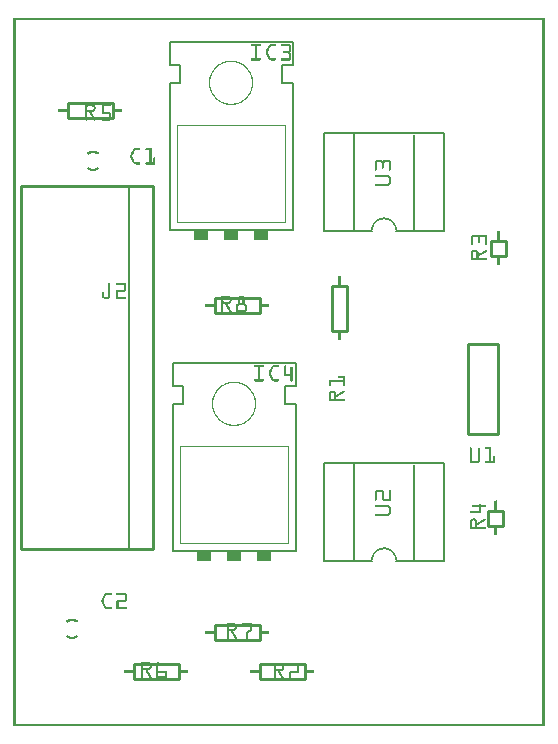
<source format=gto>
G04 MADE WITH FRITZING*
G04 WWW.FRITZING.ORG*
G04 DOUBLE SIDED*
G04 HOLES PLATED*
G04 CONTOUR ON CENTER OF CONTOUR VECTOR*
%ASAXBY*%
%FSLAX23Y23*%
%MOIN*%
%OFA0B0*%
%SFA1.0B1.0*%
%ADD10R,0.050000X0.035000*%
%ADD11C,0.006000*%
%ADD12C,0.002000*%
%ADD13C,0.010000*%
%ADD14C,0.005000*%
%ADD15C,0.008000*%
%ADD16R,0.001000X0.001000*%
%LNSILK1*%
G90*
G70*
G54D10*
X836Y567D03*
X736Y567D03*
X636Y567D03*
X826Y1637D03*
X726Y1637D03*
X626Y1637D03*
G54D11*
X531Y585D02*
X941Y585D01*
D02*
X941Y1210D02*
X531Y1210D01*
D02*
X941Y585D02*
X941Y1075D01*
D02*
X941Y1075D02*
X906Y1075D01*
D02*
X906Y1075D02*
X906Y1135D01*
D02*
X906Y1135D02*
X941Y1135D01*
D02*
X941Y1135D02*
X941Y1210D01*
D02*
X531Y585D02*
X531Y1075D01*
D02*
X531Y1075D02*
X566Y1075D01*
D02*
X566Y1075D02*
X566Y1135D01*
D02*
X566Y1135D02*
X531Y1135D01*
D02*
X531Y1135D02*
X531Y1210D01*
G54D12*
D02*
X556Y610D02*
X916Y610D01*
D02*
X916Y935D02*
X916Y610D01*
D02*
X916Y935D02*
X556Y935D01*
D02*
X556Y610D02*
X556Y935D01*
G54D11*
D02*
X521Y1655D02*
X931Y1655D01*
D02*
X931Y2280D02*
X521Y2280D01*
D02*
X931Y1655D02*
X931Y2145D01*
D02*
X931Y2145D02*
X896Y2145D01*
D02*
X896Y2145D02*
X896Y2205D01*
D02*
X896Y2205D02*
X931Y2205D01*
D02*
X931Y2205D02*
X931Y2280D01*
D02*
X521Y1655D02*
X521Y2145D01*
D02*
X521Y2145D02*
X556Y2145D01*
D02*
X556Y2145D02*
X556Y2205D01*
D02*
X556Y2205D02*
X521Y2205D01*
D02*
X521Y2205D02*
X521Y2280D01*
G54D12*
D02*
X546Y1680D02*
X906Y1680D01*
D02*
X906Y2005D02*
X906Y1680D01*
D02*
X906Y2005D02*
X546Y2005D01*
D02*
X546Y1680D02*
X546Y2005D01*
G54D13*
D02*
X1516Y1275D02*
X1516Y975D01*
D02*
X1516Y975D02*
X1616Y975D01*
D02*
X1616Y975D02*
X1616Y1275D01*
D02*
X1616Y1275D02*
X1516Y1275D01*
D02*
X26Y1800D02*
X26Y590D01*
D02*
X26Y590D02*
X466Y590D01*
D02*
X466Y590D02*
X466Y1800D01*
D02*
X466Y1800D02*
X26Y1800D01*
G54D14*
D02*
X386Y590D02*
X386Y1800D01*
G54D11*
D02*
X1036Y1977D02*
X1036Y1653D01*
D02*
X1436Y1653D02*
X1436Y1977D01*
D02*
X1036Y1653D02*
X1136Y1653D01*
D02*
X1436Y1653D02*
X1336Y1653D01*
D02*
X1136Y1653D02*
X1136Y1977D01*
G54D15*
D02*
X1136Y1653D02*
X1196Y1653D01*
G54D11*
D02*
X1336Y1653D02*
X1336Y1973D01*
D02*
X1336Y1653D02*
X1276Y1653D01*
G54D14*
D02*
X1036Y1977D02*
X1436Y1977D01*
G54D11*
D02*
X1036Y877D02*
X1036Y553D01*
D02*
X1436Y553D02*
X1436Y877D01*
D02*
X1036Y553D02*
X1136Y553D01*
D02*
X1436Y553D02*
X1336Y553D01*
D02*
X1136Y553D02*
X1136Y877D01*
G54D15*
D02*
X1136Y553D02*
X1196Y553D01*
G54D11*
D02*
X1336Y553D02*
X1336Y873D01*
D02*
X1336Y553D02*
X1276Y553D01*
G54D14*
D02*
X1036Y877D02*
X1436Y877D01*
G54D13*
D02*
X821Y209D02*
X971Y209D01*
D02*
X971Y209D02*
X971Y159D01*
D02*
X971Y159D02*
X821Y159D01*
D02*
X821Y159D02*
X821Y209D01*
D02*
X1582Y669D02*
X1582Y719D01*
D02*
X1582Y719D02*
X1632Y719D01*
D02*
X1632Y719D02*
X1632Y669D01*
D02*
X1632Y669D02*
X1582Y669D01*
D02*
X1592Y1569D02*
X1592Y1619D01*
D02*
X1592Y1619D02*
X1642Y1619D01*
D02*
X1642Y1619D02*
X1642Y1569D01*
D02*
X1642Y1569D02*
X1592Y1569D01*
D02*
X1062Y1319D02*
X1062Y1469D01*
D02*
X1062Y1469D02*
X1112Y1469D01*
D02*
X1112Y1469D02*
X1112Y1319D01*
D02*
X1112Y1319D02*
X1062Y1319D01*
D02*
X181Y2079D02*
X331Y2079D01*
D02*
X331Y2079D02*
X331Y2029D01*
D02*
X331Y2029D02*
X181Y2029D01*
D02*
X181Y2029D02*
X181Y2079D01*
D02*
X401Y209D02*
X551Y209D01*
D02*
X551Y209D02*
X551Y159D01*
D02*
X551Y159D02*
X401Y159D01*
D02*
X401Y159D02*
X401Y209D01*
D02*
X671Y339D02*
X821Y339D01*
D02*
X821Y339D02*
X821Y289D01*
D02*
X821Y289D02*
X671Y289D01*
D02*
X671Y289D02*
X671Y339D01*
D02*
X671Y1429D02*
X821Y1429D01*
D02*
X821Y1429D02*
X821Y1379D01*
D02*
X821Y1379D02*
X671Y1379D01*
D02*
X671Y1379D02*
X671Y1429D01*
G54D16*
X0Y2362D02*
X1770Y2362D01*
X0Y2361D02*
X1770Y2361D01*
X0Y2360D02*
X1770Y2360D01*
X0Y2359D02*
X1770Y2359D01*
X0Y2358D02*
X1770Y2358D01*
X0Y2357D02*
X1770Y2357D01*
X0Y2356D02*
X1770Y2356D01*
X0Y2355D02*
X1770Y2355D01*
X0Y2354D02*
X7Y2354D01*
X1763Y2354D02*
X1770Y2354D01*
X0Y2353D02*
X7Y2353D01*
X1763Y2353D02*
X1770Y2353D01*
X0Y2352D02*
X7Y2352D01*
X1763Y2352D02*
X1770Y2352D01*
X0Y2351D02*
X7Y2351D01*
X1763Y2351D02*
X1770Y2351D01*
X0Y2350D02*
X7Y2350D01*
X1763Y2350D02*
X1770Y2350D01*
X0Y2349D02*
X7Y2349D01*
X1763Y2349D02*
X1770Y2349D01*
X0Y2348D02*
X7Y2348D01*
X1763Y2348D02*
X1770Y2348D01*
X0Y2347D02*
X7Y2347D01*
X1763Y2347D02*
X1770Y2347D01*
X0Y2346D02*
X7Y2346D01*
X1763Y2346D02*
X1770Y2346D01*
X0Y2345D02*
X7Y2345D01*
X1763Y2345D02*
X1770Y2345D01*
X0Y2344D02*
X7Y2344D01*
X1763Y2344D02*
X1770Y2344D01*
X0Y2343D02*
X7Y2343D01*
X1763Y2343D02*
X1770Y2343D01*
X0Y2342D02*
X7Y2342D01*
X1763Y2342D02*
X1770Y2342D01*
X0Y2341D02*
X7Y2341D01*
X1763Y2341D02*
X1770Y2341D01*
X0Y2340D02*
X7Y2340D01*
X1763Y2340D02*
X1770Y2340D01*
X0Y2339D02*
X7Y2339D01*
X1763Y2339D02*
X1770Y2339D01*
X0Y2338D02*
X7Y2338D01*
X1763Y2338D02*
X1770Y2338D01*
X0Y2337D02*
X7Y2337D01*
X1763Y2337D02*
X1770Y2337D01*
X0Y2336D02*
X7Y2336D01*
X1763Y2336D02*
X1770Y2336D01*
X0Y2335D02*
X7Y2335D01*
X1763Y2335D02*
X1770Y2335D01*
X0Y2334D02*
X7Y2334D01*
X1763Y2334D02*
X1770Y2334D01*
X0Y2333D02*
X7Y2333D01*
X1763Y2333D02*
X1770Y2333D01*
X0Y2332D02*
X7Y2332D01*
X1763Y2332D02*
X1770Y2332D01*
X0Y2331D02*
X7Y2331D01*
X1763Y2331D02*
X1770Y2331D01*
X0Y2330D02*
X7Y2330D01*
X1763Y2330D02*
X1770Y2330D01*
X0Y2329D02*
X7Y2329D01*
X1763Y2329D02*
X1770Y2329D01*
X0Y2328D02*
X7Y2328D01*
X1763Y2328D02*
X1770Y2328D01*
X0Y2327D02*
X7Y2327D01*
X1763Y2327D02*
X1770Y2327D01*
X0Y2326D02*
X7Y2326D01*
X1763Y2326D02*
X1770Y2326D01*
X0Y2325D02*
X7Y2325D01*
X1763Y2325D02*
X1770Y2325D01*
X0Y2324D02*
X7Y2324D01*
X1763Y2324D02*
X1770Y2324D01*
X0Y2323D02*
X7Y2323D01*
X1763Y2323D02*
X1770Y2323D01*
X0Y2322D02*
X7Y2322D01*
X1763Y2322D02*
X1770Y2322D01*
X0Y2321D02*
X7Y2321D01*
X1763Y2321D02*
X1770Y2321D01*
X0Y2320D02*
X7Y2320D01*
X1763Y2320D02*
X1770Y2320D01*
X0Y2319D02*
X7Y2319D01*
X1763Y2319D02*
X1770Y2319D01*
X0Y2318D02*
X7Y2318D01*
X1763Y2318D02*
X1770Y2318D01*
X0Y2317D02*
X7Y2317D01*
X1763Y2317D02*
X1770Y2317D01*
X0Y2316D02*
X7Y2316D01*
X1763Y2316D02*
X1770Y2316D01*
X0Y2315D02*
X7Y2315D01*
X1763Y2315D02*
X1770Y2315D01*
X0Y2314D02*
X7Y2314D01*
X1763Y2314D02*
X1770Y2314D01*
X0Y2313D02*
X7Y2313D01*
X1763Y2313D02*
X1770Y2313D01*
X0Y2312D02*
X7Y2312D01*
X1763Y2312D02*
X1770Y2312D01*
X0Y2311D02*
X7Y2311D01*
X1763Y2311D02*
X1770Y2311D01*
X0Y2310D02*
X7Y2310D01*
X1763Y2310D02*
X1770Y2310D01*
X0Y2309D02*
X7Y2309D01*
X1763Y2309D02*
X1770Y2309D01*
X0Y2308D02*
X7Y2308D01*
X1763Y2308D02*
X1770Y2308D01*
X0Y2307D02*
X7Y2307D01*
X1763Y2307D02*
X1770Y2307D01*
X0Y2306D02*
X7Y2306D01*
X1763Y2306D02*
X1770Y2306D01*
X0Y2305D02*
X7Y2305D01*
X1763Y2305D02*
X1770Y2305D01*
X0Y2304D02*
X7Y2304D01*
X1763Y2304D02*
X1770Y2304D01*
X0Y2303D02*
X7Y2303D01*
X1763Y2303D02*
X1770Y2303D01*
X0Y2302D02*
X7Y2302D01*
X1763Y2302D02*
X1770Y2302D01*
X0Y2301D02*
X7Y2301D01*
X1763Y2301D02*
X1770Y2301D01*
X0Y2300D02*
X7Y2300D01*
X1763Y2300D02*
X1770Y2300D01*
X0Y2299D02*
X7Y2299D01*
X1763Y2299D02*
X1770Y2299D01*
X0Y2298D02*
X7Y2298D01*
X1763Y2298D02*
X1770Y2298D01*
X0Y2297D02*
X7Y2297D01*
X1763Y2297D02*
X1770Y2297D01*
X0Y2296D02*
X7Y2296D01*
X1763Y2296D02*
X1770Y2296D01*
X0Y2295D02*
X7Y2295D01*
X1763Y2295D02*
X1770Y2295D01*
X0Y2294D02*
X7Y2294D01*
X1763Y2294D02*
X1770Y2294D01*
X0Y2293D02*
X7Y2293D01*
X1763Y2293D02*
X1770Y2293D01*
X0Y2292D02*
X7Y2292D01*
X1763Y2292D02*
X1770Y2292D01*
X0Y2291D02*
X7Y2291D01*
X1763Y2291D02*
X1770Y2291D01*
X0Y2290D02*
X7Y2290D01*
X1763Y2290D02*
X1770Y2290D01*
X0Y2289D02*
X7Y2289D01*
X1763Y2289D02*
X1770Y2289D01*
X0Y2288D02*
X7Y2288D01*
X1763Y2288D02*
X1770Y2288D01*
X0Y2287D02*
X7Y2287D01*
X1763Y2287D02*
X1770Y2287D01*
X0Y2286D02*
X7Y2286D01*
X1763Y2286D02*
X1770Y2286D01*
X0Y2285D02*
X7Y2285D01*
X1763Y2285D02*
X1770Y2285D01*
X0Y2284D02*
X7Y2284D01*
X1763Y2284D02*
X1770Y2284D01*
X0Y2283D02*
X7Y2283D01*
X1763Y2283D02*
X1770Y2283D01*
X0Y2282D02*
X7Y2282D01*
X1763Y2282D02*
X1770Y2282D01*
X0Y2281D02*
X7Y2281D01*
X1763Y2281D02*
X1770Y2281D01*
X0Y2280D02*
X7Y2280D01*
X1763Y2280D02*
X1770Y2280D01*
X0Y2279D02*
X7Y2279D01*
X1763Y2279D02*
X1770Y2279D01*
X0Y2278D02*
X7Y2278D01*
X1763Y2278D02*
X1770Y2278D01*
X0Y2277D02*
X7Y2277D01*
X1763Y2277D02*
X1770Y2277D01*
X0Y2276D02*
X7Y2276D01*
X1763Y2276D02*
X1770Y2276D01*
X0Y2275D02*
X7Y2275D01*
X1763Y2275D02*
X1770Y2275D01*
X0Y2274D02*
X7Y2274D01*
X795Y2274D02*
X822Y2274D01*
X860Y2274D02*
X872Y2274D01*
X895Y2274D02*
X918Y2274D01*
X1763Y2274D02*
X1770Y2274D01*
X0Y2273D02*
X7Y2273D01*
X793Y2273D02*
X824Y2273D01*
X856Y2273D02*
X874Y2273D01*
X893Y2273D02*
X922Y2273D01*
X1763Y2273D02*
X1770Y2273D01*
X0Y2272D02*
X7Y2272D01*
X792Y2272D02*
X825Y2272D01*
X854Y2272D02*
X875Y2272D01*
X892Y2272D02*
X923Y2272D01*
X1763Y2272D02*
X1770Y2272D01*
X0Y2271D02*
X7Y2271D01*
X792Y2271D02*
X825Y2271D01*
X853Y2271D02*
X875Y2271D01*
X892Y2271D02*
X924Y2271D01*
X1763Y2271D02*
X1770Y2271D01*
X0Y2270D02*
X7Y2270D01*
X792Y2270D02*
X825Y2270D01*
X852Y2270D02*
X875Y2270D01*
X892Y2270D02*
X925Y2270D01*
X1763Y2270D02*
X1770Y2270D01*
X0Y2269D02*
X7Y2269D01*
X792Y2269D02*
X825Y2269D01*
X851Y2269D02*
X875Y2269D01*
X892Y2269D02*
X925Y2269D01*
X1763Y2269D02*
X1770Y2269D01*
X0Y2268D02*
X7Y2268D01*
X793Y2268D02*
X824Y2268D01*
X850Y2268D02*
X874Y2268D01*
X893Y2268D02*
X925Y2268D01*
X1763Y2268D02*
X1770Y2268D01*
X0Y2267D02*
X7Y2267D01*
X796Y2267D02*
X822Y2267D01*
X850Y2267D02*
X872Y2267D01*
X896Y2267D02*
X925Y2267D01*
X1763Y2267D02*
X1770Y2267D01*
X0Y2266D02*
X7Y2266D01*
X806Y2266D02*
X812Y2266D01*
X849Y2266D02*
X857Y2266D01*
X919Y2266D02*
X925Y2266D01*
X1763Y2266D02*
X1770Y2266D01*
X0Y2265D02*
X7Y2265D01*
X806Y2265D02*
X812Y2265D01*
X849Y2265D02*
X856Y2265D01*
X919Y2265D02*
X925Y2265D01*
X1763Y2265D02*
X1770Y2265D01*
X0Y2264D02*
X7Y2264D01*
X806Y2264D02*
X812Y2264D01*
X848Y2264D02*
X855Y2264D01*
X919Y2264D02*
X925Y2264D01*
X1763Y2264D02*
X1770Y2264D01*
X0Y2263D02*
X7Y2263D01*
X806Y2263D02*
X812Y2263D01*
X848Y2263D02*
X855Y2263D01*
X919Y2263D02*
X925Y2263D01*
X1763Y2263D02*
X1770Y2263D01*
X0Y2262D02*
X7Y2262D01*
X806Y2262D02*
X812Y2262D01*
X847Y2262D02*
X854Y2262D01*
X919Y2262D02*
X925Y2262D01*
X1763Y2262D02*
X1770Y2262D01*
X0Y2261D02*
X7Y2261D01*
X806Y2261D02*
X812Y2261D01*
X847Y2261D02*
X854Y2261D01*
X919Y2261D02*
X925Y2261D01*
X1763Y2261D02*
X1770Y2261D01*
X0Y2260D02*
X7Y2260D01*
X806Y2260D02*
X812Y2260D01*
X846Y2260D02*
X853Y2260D01*
X919Y2260D02*
X925Y2260D01*
X1763Y2260D02*
X1770Y2260D01*
X0Y2259D02*
X7Y2259D01*
X806Y2259D02*
X812Y2259D01*
X846Y2259D02*
X853Y2259D01*
X919Y2259D02*
X925Y2259D01*
X1763Y2259D02*
X1770Y2259D01*
X0Y2258D02*
X7Y2258D01*
X806Y2258D02*
X812Y2258D01*
X845Y2258D02*
X852Y2258D01*
X919Y2258D02*
X925Y2258D01*
X1763Y2258D02*
X1770Y2258D01*
X0Y2257D02*
X7Y2257D01*
X806Y2257D02*
X812Y2257D01*
X845Y2257D02*
X852Y2257D01*
X919Y2257D02*
X925Y2257D01*
X1763Y2257D02*
X1770Y2257D01*
X0Y2256D02*
X7Y2256D01*
X806Y2256D02*
X812Y2256D01*
X844Y2256D02*
X851Y2256D01*
X919Y2256D02*
X925Y2256D01*
X1763Y2256D02*
X1770Y2256D01*
X0Y2255D02*
X7Y2255D01*
X806Y2255D02*
X812Y2255D01*
X844Y2255D02*
X851Y2255D01*
X919Y2255D02*
X925Y2255D01*
X1763Y2255D02*
X1770Y2255D01*
X0Y2254D02*
X7Y2254D01*
X806Y2254D02*
X812Y2254D01*
X843Y2254D02*
X850Y2254D01*
X919Y2254D02*
X925Y2254D01*
X1763Y2254D02*
X1770Y2254D01*
X0Y2253D02*
X7Y2253D01*
X806Y2253D02*
X812Y2253D01*
X843Y2253D02*
X850Y2253D01*
X919Y2253D02*
X925Y2253D01*
X1763Y2253D02*
X1770Y2253D01*
X0Y2252D02*
X7Y2252D01*
X806Y2252D02*
X812Y2252D01*
X843Y2252D02*
X849Y2252D01*
X919Y2252D02*
X925Y2252D01*
X1763Y2252D02*
X1770Y2252D01*
X0Y2251D02*
X7Y2251D01*
X806Y2251D02*
X812Y2251D01*
X842Y2251D02*
X849Y2251D01*
X918Y2251D02*
X925Y2251D01*
X1763Y2251D02*
X1770Y2251D01*
X0Y2250D02*
X7Y2250D01*
X806Y2250D02*
X812Y2250D01*
X842Y2250D02*
X848Y2250D01*
X900Y2250D02*
X925Y2250D01*
X1763Y2250D02*
X1770Y2250D01*
X0Y2249D02*
X7Y2249D01*
X806Y2249D02*
X812Y2249D01*
X842Y2249D02*
X848Y2249D01*
X899Y2249D02*
X924Y2249D01*
X1763Y2249D02*
X1770Y2249D01*
X0Y2248D02*
X7Y2248D01*
X806Y2248D02*
X812Y2248D01*
X842Y2248D02*
X848Y2248D01*
X899Y2248D02*
X923Y2248D01*
X1763Y2248D02*
X1770Y2248D01*
X0Y2247D02*
X7Y2247D01*
X806Y2247D02*
X812Y2247D01*
X842Y2247D02*
X848Y2247D01*
X899Y2247D02*
X923Y2247D01*
X1763Y2247D02*
X1770Y2247D01*
X0Y2246D02*
X7Y2246D01*
X806Y2246D02*
X812Y2246D01*
X842Y2246D02*
X848Y2246D01*
X899Y2246D02*
X923Y2246D01*
X1763Y2246D02*
X1770Y2246D01*
X0Y2245D02*
X7Y2245D01*
X806Y2245D02*
X812Y2245D01*
X842Y2245D02*
X848Y2245D01*
X899Y2245D02*
X924Y2245D01*
X1763Y2245D02*
X1770Y2245D01*
X0Y2244D02*
X7Y2244D01*
X806Y2244D02*
X812Y2244D01*
X842Y2244D02*
X848Y2244D01*
X900Y2244D02*
X924Y2244D01*
X1763Y2244D02*
X1770Y2244D01*
X0Y2243D02*
X7Y2243D01*
X806Y2243D02*
X812Y2243D01*
X842Y2243D02*
X849Y2243D01*
X917Y2243D02*
X925Y2243D01*
X1763Y2243D02*
X1770Y2243D01*
X0Y2242D02*
X7Y2242D01*
X806Y2242D02*
X812Y2242D01*
X843Y2242D02*
X849Y2242D01*
X919Y2242D02*
X925Y2242D01*
X1763Y2242D02*
X1770Y2242D01*
X0Y2241D02*
X7Y2241D01*
X806Y2241D02*
X812Y2241D01*
X843Y2241D02*
X850Y2241D01*
X919Y2241D02*
X925Y2241D01*
X1763Y2241D02*
X1770Y2241D01*
X0Y2240D02*
X7Y2240D01*
X806Y2240D02*
X812Y2240D01*
X843Y2240D02*
X850Y2240D01*
X919Y2240D02*
X925Y2240D01*
X1763Y2240D02*
X1770Y2240D01*
X0Y2239D02*
X7Y2239D01*
X806Y2239D02*
X812Y2239D01*
X844Y2239D02*
X851Y2239D01*
X919Y2239D02*
X925Y2239D01*
X1763Y2239D02*
X1770Y2239D01*
X0Y2238D02*
X7Y2238D01*
X806Y2238D02*
X812Y2238D01*
X844Y2238D02*
X851Y2238D01*
X919Y2238D02*
X925Y2238D01*
X1763Y2238D02*
X1770Y2238D01*
X0Y2237D02*
X7Y2237D01*
X806Y2237D02*
X812Y2237D01*
X845Y2237D02*
X852Y2237D01*
X919Y2237D02*
X925Y2237D01*
X1763Y2237D02*
X1770Y2237D01*
X0Y2236D02*
X7Y2236D01*
X806Y2236D02*
X812Y2236D01*
X845Y2236D02*
X852Y2236D01*
X919Y2236D02*
X925Y2236D01*
X1763Y2236D02*
X1770Y2236D01*
X0Y2235D02*
X7Y2235D01*
X806Y2235D02*
X812Y2235D01*
X846Y2235D02*
X853Y2235D01*
X919Y2235D02*
X925Y2235D01*
X1763Y2235D02*
X1770Y2235D01*
X0Y2234D02*
X7Y2234D01*
X806Y2234D02*
X812Y2234D01*
X846Y2234D02*
X853Y2234D01*
X919Y2234D02*
X925Y2234D01*
X1763Y2234D02*
X1770Y2234D01*
X0Y2233D02*
X7Y2233D01*
X806Y2233D02*
X812Y2233D01*
X847Y2233D02*
X854Y2233D01*
X919Y2233D02*
X925Y2233D01*
X1763Y2233D02*
X1770Y2233D01*
X0Y2232D02*
X7Y2232D01*
X806Y2232D02*
X812Y2232D01*
X847Y2232D02*
X854Y2232D01*
X919Y2232D02*
X925Y2232D01*
X1763Y2232D02*
X1770Y2232D01*
X0Y2231D02*
X7Y2231D01*
X806Y2231D02*
X812Y2231D01*
X848Y2231D02*
X855Y2231D01*
X919Y2231D02*
X925Y2231D01*
X1763Y2231D02*
X1770Y2231D01*
X0Y2230D02*
X7Y2230D01*
X806Y2230D02*
X812Y2230D01*
X848Y2230D02*
X855Y2230D01*
X919Y2230D02*
X925Y2230D01*
X1763Y2230D02*
X1770Y2230D01*
X0Y2229D02*
X7Y2229D01*
X806Y2229D02*
X812Y2229D01*
X849Y2229D02*
X856Y2229D01*
X919Y2229D02*
X925Y2229D01*
X1763Y2229D02*
X1770Y2229D01*
X0Y2228D02*
X7Y2228D01*
X806Y2228D02*
X812Y2228D01*
X849Y2228D02*
X856Y2228D01*
X919Y2228D02*
X925Y2228D01*
X1763Y2228D02*
X1770Y2228D01*
X0Y2227D02*
X7Y2227D01*
X805Y2227D02*
X812Y2227D01*
X850Y2227D02*
X858Y2227D01*
X919Y2227D02*
X925Y2227D01*
X1763Y2227D02*
X1770Y2227D01*
X0Y2226D02*
X7Y2226D01*
X793Y2226D02*
X824Y2226D01*
X850Y2226D02*
X874Y2226D01*
X893Y2226D02*
X925Y2226D01*
X1763Y2226D02*
X1770Y2226D01*
X0Y2225D02*
X7Y2225D01*
X792Y2225D02*
X825Y2225D01*
X851Y2225D02*
X875Y2225D01*
X892Y2225D02*
X925Y2225D01*
X1763Y2225D02*
X1770Y2225D01*
X0Y2224D02*
X7Y2224D01*
X792Y2224D02*
X825Y2224D01*
X852Y2224D02*
X875Y2224D01*
X892Y2224D02*
X925Y2224D01*
X1763Y2224D02*
X1770Y2224D01*
X0Y2223D02*
X7Y2223D01*
X792Y2223D02*
X825Y2223D01*
X853Y2223D02*
X875Y2223D01*
X892Y2223D02*
X924Y2223D01*
X1763Y2223D02*
X1770Y2223D01*
X0Y2222D02*
X7Y2222D01*
X792Y2222D02*
X825Y2222D01*
X854Y2222D02*
X875Y2222D01*
X892Y2222D02*
X923Y2222D01*
X1763Y2222D02*
X1770Y2222D01*
X0Y2221D02*
X7Y2221D01*
X793Y2221D02*
X824Y2221D01*
X855Y2221D02*
X874Y2221D01*
X893Y2221D02*
X922Y2221D01*
X1763Y2221D02*
X1770Y2221D01*
X0Y2220D02*
X7Y2220D01*
X794Y2220D02*
X823Y2220D01*
X858Y2220D02*
X873Y2220D01*
X894Y2220D02*
X920Y2220D01*
X1763Y2220D02*
X1770Y2220D01*
X0Y2219D02*
X7Y2219D01*
X725Y2219D02*
X726Y2219D01*
X1763Y2219D02*
X1770Y2219D01*
X0Y2218D02*
X7Y2218D01*
X714Y2218D02*
X737Y2218D01*
X1763Y2218D02*
X1770Y2218D01*
X0Y2217D02*
X7Y2217D01*
X709Y2217D02*
X742Y2217D01*
X1763Y2217D02*
X1770Y2217D01*
X0Y2216D02*
X7Y2216D01*
X705Y2216D02*
X746Y2216D01*
X1763Y2216D02*
X1770Y2216D01*
X0Y2215D02*
X7Y2215D01*
X702Y2215D02*
X724Y2215D01*
X727Y2215D02*
X749Y2215D01*
X1763Y2215D02*
X1770Y2215D01*
X0Y2214D02*
X7Y2214D01*
X700Y2214D02*
X714Y2214D01*
X737Y2214D02*
X751Y2214D01*
X1763Y2214D02*
X1770Y2214D01*
X0Y2213D02*
X7Y2213D01*
X697Y2213D02*
X709Y2213D01*
X742Y2213D02*
X754Y2213D01*
X1763Y2213D02*
X1770Y2213D01*
X0Y2212D02*
X7Y2212D01*
X695Y2212D02*
X705Y2212D01*
X746Y2212D02*
X756Y2212D01*
X1763Y2212D02*
X1770Y2212D01*
X0Y2211D02*
X7Y2211D01*
X693Y2211D02*
X702Y2211D01*
X749Y2211D02*
X758Y2211D01*
X1763Y2211D02*
X1770Y2211D01*
X0Y2210D02*
X7Y2210D01*
X691Y2210D02*
X699Y2210D01*
X751Y2210D02*
X760Y2210D01*
X1763Y2210D02*
X1770Y2210D01*
X0Y2209D02*
X7Y2209D01*
X689Y2209D02*
X697Y2209D01*
X754Y2209D02*
X762Y2209D01*
X1763Y2209D02*
X1770Y2209D01*
X0Y2208D02*
X7Y2208D01*
X688Y2208D02*
X695Y2208D01*
X756Y2208D02*
X763Y2208D01*
X1763Y2208D02*
X1770Y2208D01*
X0Y2207D02*
X7Y2207D01*
X686Y2207D02*
X693Y2207D01*
X758Y2207D02*
X765Y2207D01*
X1763Y2207D02*
X1770Y2207D01*
X0Y2206D02*
X7Y2206D01*
X684Y2206D02*
X691Y2206D01*
X760Y2206D02*
X767Y2206D01*
X1763Y2206D02*
X1770Y2206D01*
X0Y2205D02*
X7Y2205D01*
X683Y2205D02*
X690Y2205D01*
X761Y2205D02*
X768Y2205D01*
X1763Y2205D02*
X1770Y2205D01*
X0Y2204D02*
X7Y2204D01*
X682Y2204D02*
X688Y2204D01*
X763Y2204D02*
X769Y2204D01*
X1763Y2204D02*
X1770Y2204D01*
X0Y2203D02*
X7Y2203D01*
X680Y2203D02*
X686Y2203D01*
X765Y2203D02*
X771Y2203D01*
X1763Y2203D02*
X1770Y2203D01*
X0Y2202D02*
X7Y2202D01*
X679Y2202D02*
X685Y2202D01*
X766Y2202D02*
X772Y2202D01*
X1763Y2202D02*
X1770Y2202D01*
X0Y2201D02*
X7Y2201D01*
X678Y2201D02*
X684Y2201D01*
X767Y2201D02*
X773Y2201D01*
X1763Y2201D02*
X1770Y2201D01*
X0Y2200D02*
X7Y2200D01*
X677Y2200D02*
X682Y2200D01*
X769Y2200D02*
X774Y2200D01*
X1763Y2200D02*
X1770Y2200D01*
X0Y2199D02*
X7Y2199D01*
X676Y2199D02*
X681Y2199D01*
X770Y2199D02*
X775Y2199D01*
X1763Y2199D02*
X1770Y2199D01*
X0Y2198D02*
X7Y2198D01*
X675Y2198D02*
X680Y2198D01*
X771Y2198D02*
X776Y2198D01*
X1763Y2198D02*
X1770Y2198D01*
X0Y2197D02*
X7Y2197D01*
X674Y2197D02*
X679Y2197D01*
X772Y2197D02*
X777Y2197D01*
X1763Y2197D02*
X1770Y2197D01*
X0Y2196D02*
X7Y2196D01*
X673Y2196D02*
X678Y2196D01*
X773Y2196D02*
X778Y2196D01*
X1763Y2196D02*
X1770Y2196D01*
X0Y2195D02*
X7Y2195D01*
X672Y2195D02*
X677Y2195D01*
X774Y2195D02*
X779Y2195D01*
X1763Y2195D02*
X1770Y2195D01*
X0Y2194D02*
X7Y2194D01*
X671Y2194D02*
X676Y2194D01*
X775Y2194D02*
X780Y2194D01*
X1763Y2194D02*
X1770Y2194D01*
X0Y2193D02*
X7Y2193D01*
X670Y2193D02*
X675Y2193D01*
X776Y2193D02*
X781Y2193D01*
X1763Y2193D02*
X1770Y2193D01*
X0Y2192D02*
X7Y2192D01*
X669Y2192D02*
X674Y2192D01*
X777Y2192D02*
X782Y2192D01*
X1763Y2192D02*
X1770Y2192D01*
X0Y2191D02*
X7Y2191D01*
X668Y2191D02*
X673Y2191D01*
X778Y2191D02*
X783Y2191D01*
X1763Y2191D02*
X1770Y2191D01*
X0Y2190D02*
X7Y2190D01*
X668Y2190D02*
X672Y2190D01*
X779Y2190D02*
X783Y2190D01*
X1763Y2190D02*
X1770Y2190D01*
X0Y2189D02*
X7Y2189D01*
X667Y2189D02*
X671Y2189D01*
X780Y2189D02*
X784Y2189D01*
X1763Y2189D02*
X1770Y2189D01*
X0Y2188D02*
X7Y2188D01*
X666Y2188D02*
X670Y2188D01*
X781Y2188D02*
X785Y2188D01*
X1763Y2188D02*
X1770Y2188D01*
X0Y2187D02*
X7Y2187D01*
X665Y2187D02*
X669Y2187D01*
X781Y2187D02*
X786Y2187D01*
X1763Y2187D02*
X1770Y2187D01*
X0Y2186D02*
X7Y2186D01*
X665Y2186D02*
X669Y2186D01*
X782Y2186D02*
X786Y2186D01*
X1763Y2186D02*
X1770Y2186D01*
X0Y2185D02*
X7Y2185D01*
X664Y2185D02*
X668Y2185D01*
X783Y2185D02*
X787Y2185D01*
X1763Y2185D02*
X1770Y2185D01*
X0Y2184D02*
X7Y2184D01*
X663Y2184D02*
X667Y2184D01*
X784Y2184D02*
X788Y2184D01*
X1763Y2184D02*
X1770Y2184D01*
X0Y2183D02*
X7Y2183D01*
X663Y2183D02*
X667Y2183D01*
X784Y2183D02*
X788Y2183D01*
X1763Y2183D02*
X1770Y2183D01*
X0Y2182D02*
X7Y2182D01*
X662Y2182D02*
X666Y2182D01*
X785Y2182D02*
X789Y2182D01*
X1763Y2182D02*
X1770Y2182D01*
X0Y2181D02*
X7Y2181D01*
X662Y2181D02*
X665Y2181D01*
X786Y2181D02*
X789Y2181D01*
X1763Y2181D02*
X1770Y2181D01*
X0Y2180D02*
X7Y2180D01*
X661Y2180D02*
X665Y2180D01*
X786Y2180D02*
X790Y2180D01*
X1763Y2180D02*
X1770Y2180D01*
X0Y2179D02*
X7Y2179D01*
X660Y2179D02*
X664Y2179D01*
X787Y2179D02*
X791Y2179D01*
X1763Y2179D02*
X1770Y2179D01*
X0Y2178D02*
X7Y2178D01*
X660Y2178D02*
X664Y2178D01*
X787Y2178D02*
X791Y2178D01*
X1763Y2178D02*
X1770Y2178D01*
X0Y2177D02*
X7Y2177D01*
X660Y2177D02*
X663Y2177D01*
X788Y2177D02*
X791Y2177D01*
X1763Y2177D02*
X1770Y2177D01*
X0Y2176D02*
X7Y2176D01*
X659Y2176D02*
X663Y2176D01*
X788Y2176D02*
X792Y2176D01*
X1763Y2176D02*
X1770Y2176D01*
X0Y2175D02*
X7Y2175D01*
X659Y2175D02*
X662Y2175D01*
X789Y2175D02*
X792Y2175D01*
X1763Y2175D02*
X1770Y2175D01*
X0Y2174D02*
X7Y2174D01*
X658Y2174D02*
X662Y2174D01*
X789Y2174D02*
X793Y2174D01*
X1763Y2174D02*
X1770Y2174D01*
X0Y2173D02*
X7Y2173D01*
X658Y2173D02*
X661Y2173D01*
X790Y2173D02*
X793Y2173D01*
X1763Y2173D02*
X1770Y2173D01*
X0Y2172D02*
X7Y2172D01*
X657Y2172D02*
X661Y2172D01*
X790Y2172D02*
X794Y2172D01*
X1763Y2172D02*
X1770Y2172D01*
X0Y2171D02*
X7Y2171D01*
X657Y2171D02*
X660Y2171D01*
X791Y2171D02*
X794Y2171D01*
X1763Y2171D02*
X1770Y2171D01*
X0Y2170D02*
X7Y2170D01*
X657Y2170D02*
X660Y2170D01*
X791Y2170D02*
X794Y2170D01*
X1763Y2170D02*
X1770Y2170D01*
X0Y2169D02*
X7Y2169D01*
X656Y2169D02*
X659Y2169D01*
X791Y2169D02*
X795Y2169D01*
X1763Y2169D02*
X1770Y2169D01*
X0Y2168D02*
X7Y2168D01*
X656Y2168D02*
X659Y2168D01*
X792Y2168D02*
X795Y2168D01*
X1763Y2168D02*
X1770Y2168D01*
X0Y2167D02*
X7Y2167D01*
X655Y2167D02*
X659Y2167D01*
X792Y2167D02*
X796Y2167D01*
X1763Y2167D02*
X1770Y2167D01*
X0Y2166D02*
X7Y2166D01*
X655Y2166D02*
X658Y2166D01*
X793Y2166D02*
X796Y2166D01*
X1763Y2166D02*
X1770Y2166D01*
X0Y2165D02*
X7Y2165D01*
X655Y2165D02*
X658Y2165D01*
X793Y2165D02*
X796Y2165D01*
X1763Y2165D02*
X1770Y2165D01*
X0Y2164D02*
X7Y2164D01*
X655Y2164D02*
X658Y2164D01*
X793Y2164D02*
X796Y2164D01*
X1763Y2164D02*
X1770Y2164D01*
X0Y2163D02*
X7Y2163D01*
X654Y2163D02*
X658Y2163D01*
X793Y2163D02*
X797Y2163D01*
X1763Y2163D02*
X1770Y2163D01*
X0Y2162D02*
X7Y2162D01*
X654Y2162D02*
X657Y2162D01*
X794Y2162D02*
X797Y2162D01*
X1763Y2162D02*
X1770Y2162D01*
X0Y2161D02*
X7Y2161D01*
X654Y2161D02*
X657Y2161D01*
X794Y2161D02*
X797Y2161D01*
X1763Y2161D02*
X1770Y2161D01*
X0Y2160D02*
X7Y2160D01*
X654Y2160D02*
X657Y2160D01*
X794Y2160D02*
X797Y2160D01*
X1763Y2160D02*
X1770Y2160D01*
X0Y2159D02*
X7Y2159D01*
X653Y2159D02*
X656Y2159D01*
X794Y2159D02*
X798Y2159D01*
X1763Y2159D02*
X1770Y2159D01*
X0Y2158D02*
X7Y2158D01*
X653Y2158D02*
X656Y2158D01*
X795Y2158D02*
X798Y2158D01*
X1763Y2158D02*
X1770Y2158D01*
X0Y2157D02*
X7Y2157D01*
X653Y2157D02*
X656Y2157D01*
X795Y2157D02*
X798Y2157D01*
X1763Y2157D02*
X1770Y2157D01*
X0Y2156D02*
X7Y2156D01*
X653Y2156D02*
X656Y2156D01*
X795Y2156D02*
X798Y2156D01*
X1763Y2156D02*
X1770Y2156D01*
X0Y2155D02*
X7Y2155D01*
X653Y2155D02*
X656Y2155D01*
X795Y2155D02*
X798Y2155D01*
X1763Y2155D02*
X1770Y2155D01*
X0Y2154D02*
X7Y2154D01*
X653Y2154D02*
X656Y2154D01*
X795Y2154D02*
X798Y2154D01*
X1763Y2154D02*
X1770Y2154D01*
X0Y2153D02*
X7Y2153D01*
X652Y2153D02*
X656Y2153D01*
X795Y2153D02*
X799Y2153D01*
X1763Y2153D02*
X1770Y2153D01*
X0Y2152D02*
X7Y2152D01*
X652Y2152D02*
X655Y2152D01*
X796Y2152D02*
X799Y2152D01*
X1763Y2152D02*
X1770Y2152D01*
X0Y2151D02*
X7Y2151D01*
X652Y2151D02*
X655Y2151D01*
X796Y2151D02*
X799Y2151D01*
X1763Y2151D02*
X1770Y2151D01*
X0Y2150D02*
X7Y2150D01*
X652Y2150D02*
X655Y2150D01*
X796Y2150D02*
X799Y2150D01*
X1763Y2150D02*
X1770Y2150D01*
X0Y2149D02*
X7Y2149D01*
X652Y2149D02*
X655Y2149D01*
X796Y2149D02*
X799Y2149D01*
X1763Y2149D02*
X1770Y2149D01*
X0Y2148D02*
X7Y2148D01*
X652Y2148D02*
X655Y2148D01*
X796Y2148D02*
X799Y2148D01*
X1763Y2148D02*
X1770Y2148D01*
X0Y2147D02*
X7Y2147D01*
X652Y2147D02*
X655Y2147D01*
X796Y2147D02*
X799Y2147D01*
X1763Y2147D02*
X1770Y2147D01*
X0Y2146D02*
X7Y2146D01*
X652Y2146D02*
X655Y2146D01*
X796Y2146D02*
X799Y2146D01*
X1763Y2146D02*
X1770Y2146D01*
X0Y2145D02*
X7Y2145D01*
X652Y2145D02*
X655Y2145D01*
X796Y2145D02*
X799Y2145D01*
X1763Y2145D02*
X1770Y2145D01*
X0Y2144D02*
X7Y2144D01*
X652Y2144D02*
X655Y2144D01*
X796Y2144D02*
X799Y2144D01*
X1763Y2144D02*
X1770Y2144D01*
X0Y2143D02*
X7Y2143D01*
X652Y2143D02*
X655Y2143D01*
X796Y2143D02*
X799Y2143D01*
X1763Y2143D02*
X1770Y2143D01*
X0Y2142D02*
X7Y2142D01*
X652Y2142D02*
X655Y2142D01*
X796Y2142D02*
X799Y2142D01*
X1763Y2142D02*
X1770Y2142D01*
X0Y2141D02*
X7Y2141D01*
X652Y2141D02*
X655Y2141D01*
X796Y2141D02*
X799Y2141D01*
X1763Y2141D02*
X1770Y2141D01*
X0Y2140D02*
X7Y2140D01*
X652Y2140D02*
X655Y2140D01*
X796Y2140D02*
X799Y2140D01*
X1763Y2140D02*
X1770Y2140D01*
X0Y2139D02*
X7Y2139D01*
X652Y2139D02*
X655Y2139D01*
X796Y2139D02*
X799Y2139D01*
X1763Y2139D02*
X1770Y2139D01*
X0Y2138D02*
X7Y2138D01*
X652Y2138D02*
X655Y2138D01*
X796Y2138D02*
X799Y2138D01*
X1763Y2138D02*
X1770Y2138D01*
X0Y2137D02*
X7Y2137D01*
X652Y2137D02*
X656Y2137D01*
X795Y2137D02*
X798Y2137D01*
X1763Y2137D02*
X1770Y2137D01*
X0Y2136D02*
X7Y2136D01*
X653Y2136D02*
X656Y2136D01*
X795Y2136D02*
X798Y2136D01*
X1763Y2136D02*
X1770Y2136D01*
X0Y2135D02*
X7Y2135D01*
X653Y2135D02*
X656Y2135D01*
X795Y2135D02*
X798Y2135D01*
X1763Y2135D02*
X1770Y2135D01*
X0Y2134D02*
X7Y2134D01*
X653Y2134D02*
X656Y2134D01*
X795Y2134D02*
X798Y2134D01*
X1763Y2134D02*
X1770Y2134D01*
X0Y2133D02*
X7Y2133D01*
X653Y2133D02*
X656Y2133D01*
X795Y2133D02*
X798Y2133D01*
X1763Y2133D02*
X1770Y2133D01*
X0Y2132D02*
X7Y2132D01*
X653Y2132D02*
X656Y2132D01*
X795Y2132D02*
X798Y2132D01*
X1763Y2132D02*
X1770Y2132D01*
X0Y2131D02*
X7Y2131D01*
X653Y2131D02*
X657Y2131D01*
X794Y2131D02*
X798Y2131D01*
X1763Y2131D02*
X1770Y2131D01*
X0Y2130D02*
X7Y2130D01*
X654Y2130D02*
X657Y2130D01*
X794Y2130D02*
X797Y2130D01*
X1763Y2130D02*
X1770Y2130D01*
X0Y2129D02*
X7Y2129D01*
X654Y2129D02*
X657Y2129D01*
X794Y2129D02*
X797Y2129D01*
X1763Y2129D02*
X1770Y2129D01*
X0Y2128D02*
X7Y2128D01*
X654Y2128D02*
X657Y2128D01*
X794Y2128D02*
X797Y2128D01*
X1763Y2128D02*
X1770Y2128D01*
X0Y2127D02*
X7Y2127D01*
X654Y2127D02*
X658Y2127D01*
X793Y2127D02*
X797Y2127D01*
X1763Y2127D02*
X1770Y2127D01*
X0Y2126D02*
X7Y2126D01*
X655Y2126D02*
X658Y2126D01*
X793Y2126D02*
X796Y2126D01*
X1763Y2126D02*
X1770Y2126D01*
X0Y2125D02*
X7Y2125D01*
X655Y2125D02*
X658Y2125D01*
X793Y2125D02*
X796Y2125D01*
X1763Y2125D02*
X1770Y2125D01*
X0Y2124D02*
X7Y2124D01*
X655Y2124D02*
X658Y2124D01*
X793Y2124D02*
X796Y2124D01*
X1763Y2124D02*
X1770Y2124D01*
X0Y2123D02*
X7Y2123D01*
X655Y2123D02*
X659Y2123D01*
X792Y2123D02*
X796Y2123D01*
X1763Y2123D02*
X1770Y2123D01*
X0Y2122D02*
X7Y2122D01*
X656Y2122D02*
X659Y2122D01*
X792Y2122D02*
X795Y2122D01*
X1763Y2122D02*
X1770Y2122D01*
X0Y2121D02*
X7Y2121D01*
X656Y2121D02*
X660Y2121D01*
X791Y2121D02*
X795Y2121D01*
X1763Y2121D02*
X1770Y2121D01*
X0Y2120D02*
X7Y2120D01*
X657Y2120D02*
X660Y2120D01*
X791Y2120D02*
X794Y2120D01*
X1763Y2120D02*
X1770Y2120D01*
X0Y2119D02*
X7Y2119D01*
X657Y2119D02*
X660Y2119D01*
X791Y2119D02*
X794Y2119D01*
X1763Y2119D02*
X1770Y2119D01*
X0Y2118D02*
X7Y2118D01*
X657Y2118D02*
X661Y2118D01*
X790Y2118D02*
X794Y2118D01*
X1763Y2118D02*
X1770Y2118D01*
X0Y2117D02*
X7Y2117D01*
X658Y2117D02*
X661Y2117D01*
X790Y2117D02*
X793Y2117D01*
X1763Y2117D02*
X1770Y2117D01*
X0Y2116D02*
X7Y2116D01*
X658Y2116D02*
X662Y2116D01*
X789Y2116D02*
X793Y2116D01*
X1763Y2116D02*
X1770Y2116D01*
X0Y2115D02*
X7Y2115D01*
X659Y2115D02*
X662Y2115D01*
X789Y2115D02*
X792Y2115D01*
X1763Y2115D02*
X1770Y2115D01*
X0Y2114D02*
X7Y2114D01*
X659Y2114D02*
X663Y2114D01*
X788Y2114D02*
X792Y2114D01*
X1763Y2114D02*
X1770Y2114D01*
X0Y2113D02*
X7Y2113D01*
X660Y2113D02*
X663Y2113D01*
X788Y2113D02*
X791Y2113D01*
X1763Y2113D02*
X1770Y2113D01*
X0Y2112D02*
X7Y2112D01*
X660Y2112D02*
X664Y2112D01*
X787Y2112D02*
X791Y2112D01*
X1763Y2112D02*
X1770Y2112D01*
X0Y2111D02*
X7Y2111D01*
X661Y2111D02*
X664Y2111D01*
X787Y2111D02*
X790Y2111D01*
X1763Y2111D02*
X1770Y2111D01*
X0Y2110D02*
X7Y2110D01*
X661Y2110D02*
X665Y2110D01*
X786Y2110D02*
X790Y2110D01*
X1763Y2110D02*
X1770Y2110D01*
X0Y2109D02*
X7Y2109D01*
X662Y2109D02*
X665Y2109D01*
X786Y2109D02*
X789Y2109D01*
X1763Y2109D02*
X1770Y2109D01*
X0Y2108D02*
X7Y2108D01*
X662Y2108D02*
X666Y2108D01*
X785Y2108D02*
X789Y2108D01*
X1763Y2108D02*
X1770Y2108D01*
X0Y2107D02*
X7Y2107D01*
X663Y2107D02*
X667Y2107D01*
X784Y2107D02*
X788Y2107D01*
X1763Y2107D02*
X1770Y2107D01*
X0Y2106D02*
X7Y2106D01*
X663Y2106D02*
X667Y2106D01*
X784Y2106D02*
X788Y2106D01*
X1763Y2106D02*
X1770Y2106D01*
X0Y2105D02*
X7Y2105D01*
X664Y2105D02*
X668Y2105D01*
X783Y2105D02*
X787Y2105D01*
X1763Y2105D02*
X1770Y2105D01*
X0Y2104D02*
X7Y2104D01*
X665Y2104D02*
X669Y2104D01*
X782Y2104D02*
X786Y2104D01*
X1763Y2104D02*
X1770Y2104D01*
X0Y2103D02*
X7Y2103D01*
X665Y2103D02*
X670Y2103D01*
X781Y2103D02*
X786Y2103D01*
X1763Y2103D02*
X1770Y2103D01*
X0Y2102D02*
X7Y2102D01*
X666Y2102D02*
X670Y2102D01*
X781Y2102D02*
X785Y2102D01*
X1763Y2102D02*
X1770Y2102D01*
X0Y2101D02*
X7Y2101D01*
X667Y2101D02*
X671Y2101D01*
X780Y2101D02*
X784Y2101D01*
X1763Y2101D02*
X1770Y2101D01*
X0Y2100D02*
X7Y2100D01*
X668Y2100D02*
X672Y2100D01*
X779Y2100D02*
X783Y2100D01*
X1763Y2100D02*
X1770Y2100D01*
X0Y2099D02*
X7Y2099D01*
X668Y2099D02*
X673Y2099D01*
X778Y2099D02*
X783Y2099D01*
X1763Y2099D02*
X1770Y2099D01*
X0Y2098D02*
X7Y2098D01*
X669Y2098D02*
X674Y2098D01*
X777Y2098D02*
X782Y2098D01*
X1763Y2098D02*
X1770Y2098D01*
X0Y2097D02*
X7Y2097D01*
X670Y2097D02*
X675Y2097D01*
X776Y2097D02*
X781Y2097D01*
X1763Y2097D02*
X1770Y2097D01*
X0Y2096D02*
X7Y2096D01*
X671Y2096D02*
X676Y2096D01*
X775Y2096D02*
X780Y2096D01*
X1763Y2096D02*
X1770Y2096D01*
X0Y2095D02*
X7Y2095D01*
X672Y2095D02*
X677Y2095D01*
X774Y2095D02*
X779Y2095D01*
X1763Y2095D02*
X1770Y2095D01*
X0Y2094D02*
X7Y2094D01*
X673Y2094D02*
X678Y2094D01*
X773Y2094D02*
X778Y2094D01*
X1763Y2094D02*
X1770Y2094D01*
X0Y2093D02*
X7Y2093D01*
X674Y2093D02*
X679Y2093D01*
X772Y2093D02*
X777Y2093D01*
X1763Y2093D02*
X1770Y2093D01*
X0Y2092D02*
X7Y2092D01*
X675Y2092D02*
X680Y2092D01*
X771Y2092D02*
X776Y2092D01*
X1763Y2092D02*
X1770Y2092D01*
X0Y2091D02*
X7Y2091D01*
X676Y2091D02*
X681Y2091D01*
X770Y2091D02*
X775Y2091D01*
X1763Y2091D02*
X1770Y2091D01*
X0Y2090D02*
X7Y2090D01*
X677Y2090D02*
X682Y2090D01*
X769Y2090D02*
X774Y2090D01*
X1763Y2090D02*
X1770Y2090D01*
X0Y2089D02*
X7Y2089D01*
X678Y2089D02*
X684Y2089D01*
X767Y2089D02*
X773Y2089D01*
X1763Y2089D02*
X1770Y2089D01*
X0Y2088D02*
X7Y2088D01*
X679Y2088D02*
X685Y2088D01*
X766Y2088D02*
X772Y2088D01*
X1763Y2088D02*
X1770Y2088D01*
X0Y2087D02*
X7Y2087D01*
X681Y2087D02*
X686Y2087D01*
X765Y2087D02*
X770Y2087D01*
X1763Y2087D02*
X1770Y2087D01*
X0Y2086D02*
X7Y2086D01*
X682Y2086D02*
X688Y2086D01*
X763Y2086D02*
X769Y2086D01*
X1763Y2086D02*
X1770Y2086D01*
X0Y2085D02*
X7Y2085D01*
X683Y2085D02*
X690Y2085D01*
X761Y2085D02*
X768Y2085D01*
X1763Y2085D02*
X1770Y2085D01*
X0Y2084D02*
X7Y2084D01*
X685Y2084D02*
X691Y2084D01*
X760Y2084D02*
X766Y2084D01*
X1763Y2084D02*
X1770Y2084D01*
X0Y2083D02*
X7Y2083D01*
X686Y2083D02*
X693Y2083D01*
X758Y2083D02*
X765Y2083D01*
X1763Y2083D02*
X1770Y2083D01*
X0Y2082D02*
X7Y2082D01*
X688Y2082D02*
X695Y2082D01*
X756Y2082D02*
X763Y2082D01*
X1763Y2082D02*
X1770Y2082D01*
X0Y2081D02*
X7Y2081D01*
X689Y2081D02*
X697Y2081D01*
X754Y2081D02*
X762Y2081D01*
X1763Y2081D02*
X1770Y2081D01*
X0Y2080D02*
X7Y2080D01*
X691Y2080D02*
X700Y2080D01*
X751Y2080D02*
X760Y2080D01*
X1763Y2080D02*
X1770Y2080D01*
X0Y2079D02*
X7Y2079D01*
X693Y2079D02*
X702Y2079D01*
X749Y2079D02*
X758Y2079D01*
X1763Y2079D02*
X1770Y2079D01*
X0Y2078D02*
X7Y2078D01*
X695Y2078D02*
X705Y2078D01*
X746Y2078D02*
X756Y2078D01*
X1763Y2078D02*
X1770Y2078D01*
X0Y2077D02*
X7Y2077D01*
X697Y2077D02*
X709Y2077D01*
X742Y2077D02*
X754Y2077D01*
X1763Y2077D02*
X1770Y2077D01*
X0Y2076D02*
X7Y2076D01*
X700Y2076D02*
X714Y2076D01*
X737Y2076D02*
X751Y2076D01*
X1763Y2076D02*
X1770Y2076D01*
X0Y2075D02*
X7Y2075D01*
X703Y2075D02*
X748Y2075D01*
X1763Y2075D02*
X1770Y2075D01*
X0Y2074D02*
X7Y2074D01*
X706Y2074D02*
X745Y2074D01*
X1763Y2074D02*
X1770Y2074D01*
X0Y2073D02*
X7Y2073D01*
X241Y2073D02*
X264Y2073D01*
X297Y2073D02*
X321Y2073D01*
X710Y2073D02*
X741Y2073D01*
X1763Y2073D02*
X1770Y2073D01*
X0Y2072D02*
X7Y2072D01*
X240Y2072D02*
X268Y2072D01*
X297Y2072D02*
X323Y2072D01*
X715Y2072D02*
X736Y2072D01*
X1763Y2072D02*
X1770Y2072D01*
X0Y2071D02*
X7Y2071D01*
X240Y2071D02*
X269Y2071D01*
X297Y2071D02*
X323Y2071D01*
X1763Y2071D02*
X1770Y2071D01*
X0Y2070D02*
X7Y2070D01*
X240Y2070D02*
X271Y2070D01*
X297Y2070D02*
X324Y2070D01*
X1763Y2070D02*
X1770Y2070D01*
X0Y2069D02*
X7Y2069D01*
X240Y2069D02*
X271Y2069D01*
X297Y2069D02*
X324Y2069D01*
X1763Y2069D02*
X1770Y2069D01*
X0Y2068D02*
X7Y2068D01*
X240Y2068D02*
X272Y2068D01*
X297Y2068D02*
X323Y2068D01*
X1763Y2068D02*
X1770Y2068D01*
X0Y2067D02*
X7Y2067D01*
X240Y2067D02*
X273Y2067D01*
X297Y2067D02*
X323Y2067D01*
X1763Y2067D02*
X1770Y2067D01*
X0Y2066D02*
X7Y2066D01*
X240Y2066D02*
X247Y2066D01*
X264Y2066D02*
X273Y2066D01*
X297Y2066D02*
X303Y2066D01*
X1763Y2066D02*
X1770Y2066D01*
X0Y2065D02*
X7Y2065D01*
X240Y2065D02*
X246Y2065D01*
X267Y2065D02*
X273Y2065D01*
X297Y2065D02*
X303Y2065D01*
X1763Y2065D02*
X1770Y2065D01*
X0Y2064D02*
X7Y2064D01*
X240Y2064D02*
X246Y2064D01*
X267Y2064D02*
X274Y2064D01*
X297Y2064D02*
X303Y2064D01*
X1763Y2064D02*
X1770Y2064D01*
X0Y2063D02*
X7Y2063D01*
X240Y2063D02*
X246Y2063D01*
X268Y2063D02*
X274Y2063D01*
X297Y2063D02*
X303Y2063D01*
X1763Y2063D02*
X1770Y2063D01*
X0Y2062D02*
X7Y2062D01*
X240Y2062D02*
X246Y2062D01*
X268Y2062D02*
X274Y2062D01*
X297Y2062D02*
X303Y2062D01*
X1763Y2062D02*
X1770Y2062D01*
X0Y2061D02*
X7Y2061D01*
X240Y2061D02*
X246Y2061D01*
X268Y2061D02*
X274Y2061D01*
X297Y2061D02*
X303Y2061D01*
X1763Y2061D02*
X1770Y2061D01*
X0Y2060D02*
X7Y2060D01*
X240Y2060D02*
X246Y2060D01*
X268Y2060D02*
X274Y2060D01*
X297Y2060D02*
X303Y2060D01*
X1763Y2060D02*
X1770Y2060D01*
X0Y2059D02*
X7Y2059D01*
X148Y2059D02*
X180Y2059D01*
X240Y2059D02*
X246Y2059D01*
X268Y2059D02*
X274Y2059D01*
X297Y2059D02*
X303Y2059D01*
X331Y2059D02*
X363Y2059D01*
X1763Y2059D02*
X1770Y2059D01*
X0Y2058D02*
X7Y2058D01*
X149Y2058D02*
X180Y2058D01*
X240Y2058D02*
X246Y2058D01*
X268Y2058D02*
X274Y2058D01*
X297Y2058D02*
X303Y2058D01*
X331Y2058D02*
X363Y2058D01*
X1763Y2058D02*
X1770Y2058D01*
X0Y2057D02*
X7Y2057D01*
X149Y2057D02*
X180Y2057D01*
X240Y2057D02*
X246Y2057D01*
X267Y2057D02*
X274Y2057D01*
X297Y2057D02*
X303Y2057D01*
X331Y2057D02*
X363Y2057D01*
X1763Y2057D02*
X1770Y2057D01*
X0Y2056D02*
X7Y2056D01*
X149Y2056D02*
X180Y2056D01*
X240Y2056D02*
X246Y2056D01*
X266Y2056D02*
X273Y2056D01*
X297Y2056D02*
X303Y2056D01*
X331Y2056D02*
X363Y2056D01*
X1763Y2056D02*
X1770Y2056D01*
X0Y2055D02*
X7Y2055D01*
X149Y2055D02*
X180Y2055D01*
X240Y2055D02*
X273Y2055D01*
X297Y2055D02*
X303Y2055D01*
X331Y2055D02*
X363Y2055D01*
X1763Y2055D02*
X1770Y2055D01*
X0Y2054D02*
X7Y2054D01*
X149Y2054D02*
X180Y2054D01*
X240Y2054D02*
X272Y2054D01*
X297Y2054D02*
X303Y2054D01*
X331Y2054D02*
X363Y2054D01*
X1763Y2054D02*
X1770Y2054D01*
X0Y2053D02*
X7Y2053D01*
X149Y2053D02*
X180Y2053D01*
X240Y2053D02*
X272Y2053D01*
X297Y2053D02*
X303Y2053D01*
X331Y2053D02*
X363Y2053D01*
X1763Y2053D02*
X1770Y2053D01*
X0Y2052D02*
X7Y2052D01*
X149Y2052D02*
X180Y2052D01*
X240Y2052D02*
X271Y2052D01*
X297Y2052D02*
X303Y2052D01*
X331Y2052D02*
X363Y2052D01*
X1763Y2052D02*
X1770Y2052D01*
X0Y2051D02*
X7Y2051D01*
X148Y2051D02*
X180Y2051D01*
X240Y2051D02*
X270Y2051D01*
X297Y2051D02*
X303Y2051D01*
X331Y2051D02*
X363Y2051D01*
X1763Y2051D02*
X1770Y2051D01*
X0Y2050D02*
X7Y2050D01*
X148Y2050D02*
X180Y2050D01*
X240Y2050D02*
X269Y2050D01*
X297Y2050D02*
X303Y2050D01*
X331Y2050D02*
X363Y2050D01*
X1763Y2050D02*
X1770Y2050D01*
X0Y2049D02*
X7Y2049D01*
X240Y2049D02*
X267Y2049D01*
X297Y2049D02*
X319Y2049D01*
X1763Y2049D02*
X1770Y2049D01*
X0Y2048D02*
X7Y2048D01*
X240Y2048D02*
X246Y2048D01*
X252Y2048D02*
X260Y2048D01*
X297Y2048D02*
X321Y2048D01*
X1763Y2048D02*
X1770Y2048D01*
X0Y2047D02*
X7Y2047D01*
X240Y2047D02*
X246Y2047D01*
X253Y2047D02*
X260Y2047D01*
X297Y2047D02*
X322Y2047D01*
X1763Y2047D02*
X1770Y2047D01*
X0Y2046D02*
X7Y2046D01*
X240Y2046D02*
X246Y2046D01*
X253Y2046D02*
X261Y2046D01*
X297Y2046D02*
X323Y2046D01*
X1763Y2046D02*
X1770Y2046D01*
X0Y2045D02*
X7Y2045D01*
X240Y2045D02*
X246Y2045D01*
X254Y2045D02*
X261Y2045D01*
X297Y2045D02*
X323Y2045D01*
X1763Y2045D02*
X1770Y2045D01*
X0Y2044D02*
X7Y2044D01*
X240Y2044D02*
X246Y2044D01*
X255Y2044D02*
X262Y2044D01*
X297Y2044D02*
X324Y2044D01*
X1763Y2044D02*
X1770Y2044D01*
X0Y2043D02*
X7Y2043D01*
X240Y2043D02*
X246Y2043D01*
X255Y2043D02*
X262Y2043D01*
X297Y2043D02*
X324Y2043D01*
X1763Y2043D02*
X1770Y2043D01*
X0Y2042D02*
X7Y2042D01*
X240Y2042D02*
X246Y2042D01*
X256Y2042D02*
X263Y2042D01*
X318Y2042D02*
X324Y2042D01*
X1763Y2042D02*
X1770Y2042D01*
X0Y2041D02*
X7Y2041D01*
X240Y2041D02*
X246Y2041D01*
X256Y2041D02*
X263Y2041D01*
X318Y2041D02*
X324Y2041D01*
X1763Y2041D02*
X1770Y2041D01*
X0Y2040D02*
X7Y2040D01*
X240Y2040D02*
X246Y2040D01*
X257Y2040D02*
X264Y2040D01*
X318Y2040D02*
X324Y2040D01*
X1763Y2040D02*
X1770Y2040D01*
X0Y2039D02*
X7Y2039D01*
X240Y2039D02*
X246Y2039D01*
X257Y2039D02*
X265Y2039D01*
X318Y2039D02*
X324Y2039D01*
X1763Y2039D02*
X1770Y2039D01*
X0Y2038D02*
X7Y2038D01*
X240Y2038D02*
X246Y2038D01*
X258Y2038D02*
X265Y2038D01*
X318Y2038D02*
X324Y2038D01*
X1763Y2038D02*
X1770Y2038D01*
X0Y2037D02*
X7Y2037D01*
X240Y2037D02*
X246Y2037D01*
X259Y2037D02*
X266Y2037D01*
X318Y2037D02*
X324Y2037D01*
X1763Y2037D02*
X1770Y2037D01*
X0Y2036D02*
X7Y2036D01*
X240Y2036D02*
X246Y2036D01*
X259Y2036D02*
X266Y2036D01*
X318Y2036D02*
X324Y2036D01*
X1763Y2036D02*
X1770Y2036D01*
X0Y2035D02*
X7Y2035D01*
X240Y2035D02*
X246Y2035D01*
X260Y2035D02*
X267Y2035D01*
X318Y2035D02*
X324Y2035D01*
X1763Y2035D02*
X1770Y2035D01*
X0Y2034D02*
X7Y2034D01*
X240Y2034D02*
X246Y2034D01*
X260Y2034D02*
X268Y2034D01*
X318Y2034D02*
X324Y2034D01*
X1763Y2034D02*
X1770Y2034D01*
X0Y2033D02*
X7Y2033D01*
X240Y2033D02*
X246Y2033D01*
X261Y2033D02*
X268Y2033D01*
X318Y2033D02*
X324Y2033D01*
X1763Y2033D02*
X1770Y2033D01*
X0Y2032D02*
X7Y2032D01*
X240Y2032D02*
X246Y2032D01*
X262Y2032D02*
X269Y2032D01*
X318Y2032D02*
X324Y2032D01*
X1763Y2032D02*
X1770Y2032D01*
X0Y2031D02*
X7Y2031D01*
X240Y2031D02*
X246Y2031D01*
X262Y2031D02*
X269Y2031D01*
X318Y2031D02*
X324Y2031D01*
X1763Y2031D02*
X1770Y2031D01*
X0Y2030D02*
X7Y2030D01*
X240Y2030D02*
X246Y2030D01*
X263Y2030D02*
X270Y2030D01*
X318Y2030D02*
X324Y2030D01*
X1763Y2030D02*
X1770Y2030D01*
X0Y2029D02*
X7Y2029D01*
X240Y2029D02*
X246Y2029D01*
X263Y2029D02*
X270Y2029D01*
X318Y2029D02*
X324Y2029D01*
X1763Y2029D02*
X1770Y2029D01*
X0Y2028D02*
X7Y2028D01*
X240Y2028D02*
X246Y2028D01*
X264Y2028D02*
X271Y2028D01*
X291Y2028D02*
X295Y2028D01*
X318Y2028D02*
X324Y2028D01*
X1763Y2028D02*
X1770Y2028D01*
X0Y2027D02*
X7Y2027D01*
X240Y2027D02*
X246Y2027D01*
X264Y2027D02*
X272Y2027D01*
X291Y2027D02*
X298Y2027D01*
X318Y2027D02*
X324Y2027D01*
X1763Y2027D02*
X1770Y2027D01*
X0Y2026D02*
X7Y2026D01*
X240Y2026D02*
X246Y2026D01*
X265Y2026D02*
X272Y2026D01*
X290Y2026D02*
X300Y2026D01*
X317Y2026D02*
X324Y2026D01*
X1763Y2026D02*
X1770Y2026D01*
X0Y2025D02*
X7Y2025D01*
X240Y2025D02*
X246Y2025D01*
X266Y2025D02*
X273Y2025D01*
X290Y2025D02*
X324Y2025D01*
X1763Y2025D02*
X1770Y2025D01*
X0Y2024D02*
X7Y2024D01*
X240Y2024D02*
X246Y2024D01*
X266Y2024D02*
X273Y2024D01*
X290Y2024D02*
X323Y2024D01*
X1763Y2024D02*
X1770Y2024D01*
X0Y2023D02*
X7Y2023D01*
X240Y2023D02*
X246Y2023D01*
X267Y2023D02*
X274Y2023D01*
X291Y2023D02*
X323Y2023D01*
X1763Y2023D02*
X1770Y2023D01*
X0Y2022D02*
X7Y2022D01*
X240Y2022D02*
X246Y2022D01*
X267Y2022D02*
X274Y2022D01*
X292Y2022D02*
X322Y2022D01*
X1763Y2022D02*
X1770Y2022D01*
X0Y2021D02*
X7Y2021D01*
X241Y2021D02*
X246Y2021D01*
X268Y2021D02*
X273Y2021D01*
X295Y2021D02*
X322Y2021D01*
X1763Y2021D02*
X1770Y2021D01*
X0Y2020D02*
X7Y2020D01*
X241Y2020D02*
X245Y2020D01*
X269Y2020D02*
X273Y2020D01*
X297Y2020D02*
X320Y2020D01*
X1763Y2020D02*
X1770Y2020D01*
X0Y2019D02*
X7Y2019D01*
X243Y2019D02*
X243Y2019D01*
X270Y2019D02*
X271Y2019D01*
X301Y2019D02*
X318Y2019D01*
X1763Y2019D02*
X1770Y2019D01*
X0Y2018D02*
X7Y2018D01*
X1763Y2018D02*
X1770Y2018D01*
X0Y2017D02*
X7Y2017D01*
X1763Y2017D02*
X1770Y2017D01*
X0Y2016D02*
X7Y2016D01*
X1763Y2016D02*
X1770Y2016D01*
X0Y2015D02*
X7Y2015D01*
X1763Y2015D02*
X1770Y2015D01*
X0Y2014D02*
X7Y2014D01*
X1763Y2014D02*
X1770Y2014D01*
X0Y2013D02*
X7Y2013D01*
X1763Y2013D02*
X1770Y2013D01*
X0Y2012D02*
X7Y2012D01*
X1763Y2012D02*
X1770Y2012D01*
X0Y2011D02*
X7Y2011D01*
X1763Y2011D02*
X1770Y2011D01*
X0Y2010D02*
X7Y2010D01*
X1763Y2010D02*
X1770Y2010D01*
X0Y2009D02*
X7Y2009D01*
X1763Y2009D02*
X1770Y2009D01*
X0Y2008D02*
X7Y2008D01*
X1763Y2008D02*
X1770Y2008D01*
X0Y2007D02*
X7Y2007D01*
X1763Y2007D02*
X1770Y2007D01*
X0Y2006D02*
X7Y2006D01*
X1763Y2006D02*
X1770Y2006D01*
X0Y2005D02*
X7Y2005D01*
X1763Y2005D02*
X1770Y2005D01*
X0Y2004D02*
X7Y2004D01*
X1763Y2004D02*
X1770Y2004D01*
X0Y2003D02*
X7Y2003D01*
X1763Y2003D02*
X1770Y2003D01*
X0Y2002D02*
X7Y2002D01*
X1763Y2002D02*
X1770Y2002D01*
X0Y2001D02*
X7Y2001D01*
X1763Y2001D02*
X1770Y2001D01*
X0Y2000D02*
X7Y2000D01*
X1763Y2000D02*
X1770Y2000D01*
X0Y1999D02*
X7Y1999D01*
X1763Y1999D02*
X1770Y1999D01*
X0Y1998D02*
X7Y1998D01*
X1763Y1998D02*
X1770Y1998D01*
X0Y1997D02*
X7Y1997D01*
X1763Y1997D02*
X1770Y1997D01*
X0Y1996D02*
X7Y1996D01*
X1763Y1996D02*
X1770Y1996D01*
X0Y1995D02*
X7Y1995D01*
X1763Y1995D02*
X1770Y1995D01*
X0Y1994D02*
X7Y1994D01*
X1763Y1994D02*
X1770Y1994D01*
X0Y1993D02*
X7Y1993D01*
X1763Y1993D02*
X1770Y1993D01*
X0Y1992D02*
X7Y1992D01*
X1763Y1992D02*
X1770Y1992D01*
X0Y1991D02*
X7Y1991D01*
X1763Y1991D02*
X1770Y1991D01*
X0Y1990D02*
X7Y1990D01*
X1763Y1990D02*
X1770Y1990D01*
X0Y1989D02*
X7Y1989D01*
X1763Y1989D02*
X1770Y1989D01*
X0Y1988D02*
X7Y1988D01*
X1763Y1988D02*
X1770Y1988D01*
X0Y1987D02*
X7Y1987D01*
X1763Y1987D02*
X1770Y1987D01*
X0Y1986D02*
X7Y1986D01*
X1763Y1986D02*
X1770Y1986D01*
X0Y1985D02*
X7Y1985D01*
X1763Y1985D02*
X1770Y1985D01*
X0Y1984D02*
X7Y1984D01*
X1763Y1984D02*
X1770Y1984D01*
X0Y1983D02*
X7Y1983D01*
X1763Y1983D02*
X1770Y1983D01*
X0Y1982D02*
X7Y1982D01*
X1763Y1982D02*
X1770Y1982D01*
X0Y1981D02*
X7Y1981D01*
X1763Y1981D02*
X1770Y1981D01*
X0Y1980D02*
X7Y1980D01*
X1763Y1980D02*
X1770Y1980D01*
X0Y1979D02*
X7Y1979D01*
X1763Y1979D02*
X1770Y1979D01*
X0Y1978D02*
X7Y1978D01*
X1763Y1978D02*
X1770Y1978D01*
X0Y1977D02*
X7Y1977D01*
X1763Y1977D02*
X1770Y1977D01*
X0Y1976D02*
X7Y1976D01*
X1763Y1976D02*
X1770Y1976D01*
X0Y1975D02*
X7Y1975D01*
X1763Y1975D02*
X1770Y1975D01*
X0Y1974D02*
X7Y1974D01*
X1763Y1974D02*
X1770Y1974D01*
X0Y1973D02*
X7Y1973D01*
X1763Y1973D02*
X1770Y1973D01*
X0Y1972D02*
X7Y1972D01*
X1763Y1972D02*
X1770Y1972D01*
X0Y1971D02*
X7Y1971D01*
X1763Y1971D02*
X1770Y1971D01*
X0Y1970D02*
X7Y1970D01*
X1763Y1970D02*
X1770Y1970D01*
X0Y1969D02*
X7Y1969D01*
X1763Y1969D02*
X1770Y1969D01*
X0Y1968D02*
X7Y1968D01*
X1763Y1968D02*
X1770Y1968D01*
X0Y1967D02*
X7Y1967D01*
X1763Y1967D02*
X1770Y1967D01*
X0Y1966D02*
X7Y1966D01*
X1763Y1966D02*
X1770Y1966D01*
X0Y1965D02*
X7Y1965D01*
X1763Y1965D02*
X1770Y1965D01*
X0Y1964D02*
X7Y1964D01*
X1763Y1964D02*
X1770Y1964D01*
X0Y1963D02*
X7Y1963D01*
X1763Y1963D02*
X1770Y1963D01*
X0Y1962D02*
X7Y1962D01*
X1763Y1962D02*
X1770Y1962D01*
X0Y1961D02*
X7Y1961D01*
X1763Y1961D02*
X1770Y1961D01*
X0Y1960D02*
X7Y1960D01*
X1763Y1960D02*
X1770Y1960D01*
X0Y1959D02*
X7Y1959D01*
X1763Y1959D02*
X1770Y1959D01*
X0Y1958D02*
X7Y1958D01*
X1763Y1958D02*
X1770Y1958D01*
X0Y1957D02*
X7Y1957D01*
X1763Y1957D02*
X1770Y1957D01*
X0Y1956D02*
X7Y1956D01*
X1763Y1956D02*
X1770Y1956D01*
X0Y1955D02*
X7Y1955D01*
X1763Y1955D02*
X1770Y1955D01*
X0Y1954D02*
X7Y1954D01*
X1763Y1954D02*
X1770Y1954D01*
X0Y1953D02*
X7Y1953D01*
X1763Y1953D02*
X1770Y1953D01*
X0Y1952D02*
X7Y1952D01*
X1763Y1952D02*
X1770Y1952D01*
X0Y1951D02*
X7Y1951D01*
X1763Y1951D02*
X1770Y1951D01*
X0Y1950D02*
X7Y1950D01*
X1763Y1950D02*
X1770Y1950D01*
X0Y1949D02*
X7Y1949D01*
X1763Y1949D02*
X1770Y1949D01*
X0Y1948D02*
X7Y1948D01*
X1763Y1948D02*
X1770Y1948D01*
X0Y1947D02*
X7Y1947D01*
X1763Y1947D02*
X1770Y1947D01*
X0Y1946D02*
X7Y1946D01*
X1763Y1946D02*
X1770Y1946D01*
X0Y1945D02*
X7Y1945D01*
X1763Y1945D02*
X1770Y1945D01*
X0Y1944D02*
X7Y1944D01*
X1763Y1944D02*
X1770Y1944D01*
X0Y1943D02*
X7Y1943D01*
X1763Y1943D02*
X1770Y1943D01*
X0Y1942D02*
X7Y1942D01*
X1763Y1942D02*
X1770Y1942D01*
X0Y1941D02*
X7Y1941D01*
X1763Y1941D02*
X1770Y1941D01*
X0Y1940D02*
X7Y1940D01*
X1763Y1940D02*
X1770Y1940D01*
X0Y1939D02*
X7Y1939D01*
X1763Y1939D02*
X1770Y1939D01*
X0Y1938D02*
X7Y1938D01*
X1763Y1938D02*
X1770Y1938D01*
X0Y1937D02*
X7Y1937D01*
X1763Y1937D02*
X1770Y1937D01*
X0Y1936D02*
X7Y1936D01*
X1763Y1936D02*
X1770Y1936D01*
X0Y1935D02*
X7Y1935D01*
X1763Y1935D02*
X1770Y1935D01*
X0Y1934D02*
X7Y1934D01*
X1763Y1934D02*
X1770Y1934D01*
X0Y1933D02*
X7Y1933D01*
X1763Y1933D02*
X1770Y1933D01*
X0Y1932D02*
X7Y1932D01*
X1763Y1932D02*
X1770Y1932D01*
X0Y1931D02*
X7Y1931D01*
X1763Y1931D02*
X1770Y1931D01*
X0Y1930D02*
X7Y1930D01*
X1763Y1930D02*
X1770Y1930D01*
X0Y1929D02*
X7Y1929D01*
X1763Y1929D02*
X1770Y1929D01*
X0Y1928D02*
X7Y1928D01*
X1763Y1928D02*
X1770Y1928D01*
X0Y1927D02*
X7Y1927D01*
X407Y1927D02*
X421Y1927D01*
X443Y1927D02*
X459Y1927D01*
X1763Y1927D02*
X1770Y1927D01*
X0Y1926D02*
X7Y1926D01*
X403Y1926D02*
X422Y1926D01*
X441Y1926D02*
X460Y1926D01*
X1763Y1926D02*
X1770Y1926D01*
X0Y1925D02*
X7Y1925D01*
X402Y1925D02*
X423Y1925D01*
X440Y1925D02*
X460Y1925D01*
X1763Y1925D02*
X1770Y1925D01*
X0Y1924D02*
X7Y1924D01*
X400Y1924D02*
X423Y1924D01*
X440Y1924D02*
X460Y1924D01*
X1763Y1924D02*
X1770Y1924D01*
X0Y1923D02*
X7Y1923D01*
X400Y1923D02*
X423Y1923D01*
X440Y1923D02*
X460Y1923D01*
X1763Y1923D02*
X1770Y1923D01*
X0Y1922D02*
X7Y1922D01*
X399Y1922D02*
X423Y1922D01*
X440Y1922D02*
X460Y1922D01*
X1763Y1922D02*
X1770Y1922D01*
X0Y1921D02*
X7Y1921D01*
X398Y1921D02*
X422Y1921D01*
X441Y1921D02*
X460Y1921D01*
X1763Y1921D02*
X1770Y1921D01*
X0Y1920D02*
X7Y1920D01*
X398Y1920D02*
X406Y1920D01*
X453Y1920D02*
X460Y1920D01*
X1763Y1920D02*
X1770Y1920D01*
X0Y1919D02*
X7Y1919D01*
X397Y1919D02*
X405Y1919D01*
X454Y1919D02*
X460Y1919D01*
X1763Y1919D02*
X1770Y1919D01*
X0Y1918D02*
X7Y1918D01*
X259Y1918D02*
X272Y1918D01*
X397Y1918D02*
X404Y1918D01*
X454Y1918D02*
X460Y1918D01*
X1763Y1918D02*
X1770Y1918D01*
X0Y1917D02*
X7Y1917D01*
X255Y1917D02*
X276Y1917D01*
X396Y1917D02*
X403Y1917D01*
X454Y1917D02*
X460Y1917D01*
X1763Y1917D02*
X1770Y1917D01*
X0Y1916D02*
X7Y1916D01*
X253Y1916D02*
X279Y1916D01*
X396Y1916D02*
X403Y1916D01*
X454Y1916D02*
X460Y1916D01*
X1763Y1916D02*
X1770Y1916D01*
X0Y1915D02*
X7Y1915D01*
X250Y1915D02*
X281Y1915D01*
X395Y1915D02*
X402Y1915D01*
X454Y1915D02*
X460Y1915D01*
X1763Y1915D02*
X1770Y1915D01*
X0Y1914D02*
X7Y1914D01*
X249Y1914D02*
X283Y1914D01*
X395Y1914D02*
X402Y1914D01*
X454Y1914D02*
X460Y1914D01*
X1763Y1914D02*
X1770Y1914D01*
X0Y1913D02*
X7Y1913D01*
X247Y1913D02*
X284Y1913D01*
X394Y1913D02*
X401Y1913D01*
X454Y1913D02*
X460Y1913D01*
X1763Y1913D02*
X1770Y1913D01*
X0Y1912D02*
X7Y1912D01*
X246Y1912D02*
X285Y1912D01*
X394Y1912D02*
X401Y1912D01*
X454Y1912D02*
X460Y1912D01*
X1763Y1912D02*
X1770Y1912D01*
X0Y1911D02*
X7Y1911D01*
X245Y1911D02*
X262Y1911D01*
X270Y1911D02*
X286Y1911D01*
X393Y1911D02*
X400Y1911D01*
X454Y1911D02*
X460Y1911D01*
X1763Y1911D02*
X1770Y1911D01*
X0Y1910D02*
X7Y1910D01*
X246Y1910D02*
X257Y1910D01*
X274Y1910D02*
X285Y1910D01*
X393Y1910D02*
X400Y1910D01*
X454Y1910D02*
X460Y1910D01*
X1763Y1910D02*
X1770Y1910D01*
X0Y1909D02*
X7Y1909D01*
X247Y1909D02*
X255Y1909D01*
X276Y1909D02*
X285Y1909D01*
X392Y1909D02*
X399Y1909D01*
X454Y1909D02*
X460Y1909D01*
X1763Y1909D02*
X1770Y1909D01*
X0Y1908D02*
X7Y1908D01*
X248Y1908D02*
X253Y1908D01*
X278Y1908D02*
X284Y1908D01*
X392Y1908D02*
X399Y1908D01*
X454Y1908D02*
X460Y1908D01*
X1763Y1908D02*
X1770Y1908D01*
X0Y1907D02*
X7Y1907D01*
X248Y1907D02*
X252Y1907D01*
X280Y1907D02*
X283Y1907D01*
X391Y1907D02*
X398Y1907D01*
X454Y1907D02*
X460Y1907D01*
X1763Y1907D02*
X1770Y1907D01*
X0Y1906D02*
X7Y1906D01*
X249Y1906D02*
X250Y1906D01*
X281Y1906D02*
X282Y1906D01*
X391Y1906D02*
X398Y1906D01*
X454Y1906D02*
X460Y1906D01*
X1763Y1906D02*
X1770Y1906D01*
X0Y1905D02*
X7Y1905D01*
X391Y1905D02*
X397Y1905D01*
X454Y1905D02*
X460Y1905D01*
X1763Y1905D02*
X1770Y1905D01*
X0Y1904D02*
X7Y1904D01*
X390Y1904D02*
X397Y1904D01*
X454Y1904D02*
X460Y1904D01*
X1763Y1904D02*
X1770Y1904D01*
X0Y1903D02*
X7Y1903D01*
X390Y1903D02*
X396Y1903D01*
X454Y1903D02*
X460Y1903D01*
X1763Y1903D02*
X1770Y1903D01*
X0Y1902D02*
X7Y1902D01*
X390Y1902D02*
X396Y1902D01*
X454Y1902D02*
X460Y1902D01*
X1763Y1902D02*
X1770Y1902D01*
X0Y1901D02*
X7Y1901D01*
X390Y1901D02*
X396Y1901D01*
X454Y1901D02*
X460Y1901D01*
X1763Y1901D02*
X1770Y1901D01*
X0Y1900D02*
X7Y1900D01*
X390Y1900D02*
X396Y1900D01*
X454Y1900D02*
X460Y1900D01*
X1763Y1900D02*
X1770Y1900D01*
X0Y1899D02*
X7Y1899D01*
X390Y1899D02*
X396Y1899D01*
X454Y1899D02*
X460Y1899D01*
X1763Y1899D02*
X1770Y1899D01*
X0Y1898D02*
X7Y1898D01*
X390Y1898D02*
X396Y1898D01*
X454Y1898D02*
X460Y1898D01*
X1763Y1898D02*
X1770Y1898D01*
X0Y1897D02*
X7Y1897D01*
X390Y1897D02*
X396Y1897D01*
X454Y1897D02*
X460Y1897D01*
X469Y1897D02*
X472Y1897D01*
X1763Y1897D02*
X1770Y1897D01*
X0Y1896D02*
X7Y1896D01*
X390Y1896D02*
X397Y1896D01*
X454Y1896D02*
X460Y1896D01*
X468Y1896D02*
X473Y1896D01*
X1763Y1896D02*
X1770Y1896D01*
X0Y1895D02*
X7Y1895D01*
X391Y1895D02*
X397Y1895D01*
X454Y1895D02*
X460Y1895D01*
X468Y1895D02*
X473Y1895D01*
X1763Y1895D02*
X1770Y1895D01*
X0Y1894D02*
X7Y1894D01*
X391Y1894D02*
X398Y1894D01*
X454Y1894D02*
X460Y1894D01*
X467Y1894D02*
X473Y1894D01*
X1763Y1894D02*
X1770Y1894D01*
X0Y1893D02*
X7Y1893D01*
X392Y1893D02*
X398Y1893D01*
X454Y1893D02*
X460Y1893D01*
X467Y1893D02*
X473Y1893D01*
X1763Y1893D02*
X1770Y1893D01*
X0Y1892D02*
X7Y1892D01*
X392Y1892D02*
X399Y1892D01*
X454Y1892D02*
X460Y1892D01*
X467Y1892D02*
X473Y1892D01*
X1763Y1892D02*
X1770Y1892D01*
X0Y1891D02*
X7Y1891D01*
X393Y1891D02*
X399Y1891D01*
X454Y1891D02*
X460Y1891D01*
X467Y1891D02*
X473Y1891D01*
X1763Y1891D02*
X1770Y1891D01*
X0Y1890D02*
X7Y1890D01*
X393Y1890D02*
X400Y1890D01*
X454Y1890D02*
X460Y1890D01*
X467Y1890D02*
X473Y1890D01*
X1763Y1890D02*
X1770Y1890D01*
X0Y1889D02*
X7Y1889D01*
X394Y1889D02*
X400Y1889D01*
X454Y1889D02*
X460Y1889D01*
X467Y1889D02*
X473Y1889D01*
X1763Y1889D02*
X1770Y1889D01*
X0Y1888D02*
X7Y1888D01*
X394Y1888D02*
X401Y1888D01*
X454Y1888D02*
X460Y1888D01*
X467Y1888D02*
X473Y1888D01*
X1763Y1888D02*
X1770Y1888D01*
X0Y1887D02*
X7Y1887D01*
X395Y1887D02*
X401Y1887D01*
X454Y1887D02*
X460Y1887D01*
X467Y1887D02*
X473Y1887D01*
X1211Y1887D02*
X1225Y1887D01*
X1237Y1887D02*
X1252Y1887D01*
X1763Y1887D02*
X1770Y1887D01*
X0Y1886D02*
X7Y1886D01*
X395Y1886D02*
X402Y1886D01*
X454Y1886D02*
X460Y1886D01*
X467Y1886D02*
X473Y1886D01*
X1208Y1886D02*
X1228Y1886D01*
X1234Y1886D02*
X1255Y1886D01*
X1763Y1886D02*
X1770Y1886D01*
X0Y1885D02*
X7Y1885D01*
X396Y1885D02*
X402Y1885D01*
X454Y1885D02*
X460Y1885D01*
X467Y1885D02*
X473Y1885D01*
X1207Y1885D02*
X1230Y1885D01*
X1233Y1885D02*
X1256Y1885D01*
X1763Y1885D02*
X1770Y1885D01*
X0Y1884D02*
X7Y1884D01*
X396Y1884D02*
X403Y1884D01*
X454Y1884D02*
X460Y1884D01*
X467Y1884D02*
X473Y1884D01*
X1206Y1884D02*
X1257Y1884D01*
X1763Y1884D02*
X1770Y1884D01*
X0Y1883D02*
X7Y1883D01*
X397Y1883D02*
X403Y1883D01*
X454Y1883D02*
X460Y1883D01*
X467Y1883D02*
X473Y1883D01*
X1205Y1883D02*
X1257Y1883D01*
X1763Y1883D02*
X1770Y1883D01*
X0Y1882D02*
X7Y1882D01*
X397Y1882D02*
X404Y1882D01*
X454Y1882D02*
X460Y1882D01*
X467Y1882D02*
X473Y1882D01*
X1205Y1882D02*
X1258Y1882D01*
X1763Y1882D02*
X1770Y1882D01*
X0Y1881D02*
X7Y1881D01*
X398Y1881D02*
X405Y1881D01*
X454Y1881D02*
X460Y1881D01*
X467Y1881D02*
X473Y1881D01*
X1205Y1881D02*
X1258Y1881D01*
X1763Y1881D02*
X1770Y1881D01*
X0Y1880D02*
X7Y1880D01*
X398Y1880D02*
X420Y1880D01*
X444Y1880D02*
X473Y1880D01*
X1205Y1880D02*
X1211Y1880D01*
X1225Y1880D02*
X1237Y1880D01*
X1252Y1880D02*
X1258Y1880D01*
X1763Y1880D02*
X1770Y1880D01*
X0Y1879D02*
X7Y1879D01*
X399Y1879D02*
X422Y1879D01*
X441Y1879D02*
X473Y1879D01*
X1205Y1879D02*
X1211Y1879D01*
X1227Y1879D02*
X1235Y1879D01*
X1252Y1879D02*
X1258Y1879D01*
X1763Y1879D02*
X1770Y1879D01*
X0Y1878D02*
X7Y1878D01*
X399Y1878D02*
X423Y1878D01*
X440Y1878D02*
X473Y1878D01*
X1205Y1878D02*
X1211Y1878D01*
X1228Y1878D02*
X1235Y1878D01*
X1252Y1878D02*
X1258Y1878D01*
X1763Y1878D02*
X1770Y1878D01*
X0Y1877D02*
X7Y1877D01*
X400Y1877D02*
X423Y1877D01*
X440Y1877D02*
X473Y1877D01*
X1205Y1877D02*
X1211Y1877D01*
X1228Y1877D02*
X1234Y1877D01*
X1252Y1877D02*
X1258Y1877D01*
X1763Y1877D02*
X1770Y1877D01*
X0Y1876D02*
X7Y1876D01*
X401Y1876D02*
X423Y1876D01*
X440Y1876D02*
X473Y1876D01*
X1205Y1876D02*
X1211Y1876D01*
X1228Y1876D02*
X1234Y1876D01*
X1252Y1876D02*
X1258Y1876D01*
X1763Y1876D02*
X1770Y1876D01*
X0Y1875D02*
X7Y1875D01*
X402Y1875D02*
X423Y1875D01*
X440Y1875D02*
X473Y1875D01*
X1205Y1875D02*
X1211Y1875D01*
X1228Y1875D02*
X1234Y1875D01*
X1252Y1875D02*
X1258Y1875D01*
X1763Y1875D02*
X1770Y1875D01*
X0Y1874D02*
X7Y1874D01*
X404Y1874D02*
X422Y1874D01*
X441Y1874D02*
X472Y1874D01*
X1205Y1874D02*
X1211Y1874D01*
X1228Y1874D02*
X1234Y1874D01*
X1252Y1874D02*
X1258Y1874D01*
X1763Y1874D02*
X1770Y1874D01*
X0Y1873D02*
X7Y1873D01*
X408Y1873D02*
X420Y1873D01*
X443Y1873D02*
X470Y1873D01*
X1205Y1873D02*
X1211Y1873D01*
X1228Y1873D02*
X1234Y1873D01*
X1252Y1873D02*
X1258Y1873D01*
X1763Y1873D02*
X1770Y1873D01*
X0Y1872D02*
X7Y1872D01*
X1205Y1872D02*
X1211Y1872D01*
X1228Y1872D02*
X1234Y1872D01*
X1252Y1872D02*
X1258Y1872D01*
X1763Y1872D02*
X1770Y1872D01*
X0Y1871D02*
X7Y1871D01*
X1205Y1871D02*
X1211Y1871D01*
X1228Y1871D02*
X1234Y1871D01*
X1252Y1871D02*
X1258Y1871D01*
X1763Y1871D02*
X1770Y1871D01*
X0Y1870D02*
X7Y1870D01*
X1205Y1870D02*
X1211Y1870D01*
X1228Y1870D02*
X1234Y1870D01*
X1252Y1870D02*
X1258Y1870D01*
X1763Y1870D02*
X1770Y1870D01*
X0Y1869D02*
X7Y1869D01*
X1205Y1869D02*
X1211Y1869D01*
X1228Y1869D02*
X1234Y1869D01*
X1252Y1869D02*
X1258Y1869D01*
X1763Y1869D02*
X1770Y1869D01*
X0Y1868D02*
X7Y1868D01*
X1205Y1868D02*
X1211Y1868D01*
X1228Y1868D02*
X1234Y1868D01*
X1252Y1868D02*
X1258Y1868D01*
X1763Y1868D02*
X1770Y1868D01*
X0Y1867D02*
X7Y1867D01*
X1205Y1867D02*
X1211Y1867D01*
X1228Y1867D02*
X1234Y1867D01*
X1252Y1867D02*
X1258Y1867D01*
X1763Y1867D02*
X1770Y1867D01*
X0Y1866D02*
X7Y1866D01*
X1205Y1866D02*
X1211Y1866D01*
X1228Y1866D02*
X1234Y1866D01*
X1252Y1866D02*
X1258Y1866D01*
X1763Y1866D02*
X1770Y1866D01*
X0Y1865D02*
X7Y1865D01*
X1205Y1865D02*
X1211Y1865D01*
X1228Y1865D02*
X1234Y1865D01*
X1252Y1865D02*
X1258Y1865D01*
X1763Y1865D02*
X1770Y1865D01*
X0Y1864D02*
X7Y1864D01*
X249Y1864D02*
X250Y1864D01*
X281Y1864D02*
X282Y1864D01*
X1205Y1864D02*
X1211Y1864D01*
X1228Y1864D02*
X1234Y1864D01*
X1252Y1864D02*
X1258Y1864D01*
X1763Y1864D02*
X1770Y1864D01*
X0Y1863D02*
X7Y1863D01*
X248Y1863D02*
X252Y1863D01*
X280Y1863D02*
X283Y1863D01*
X1205Y1863D02*
X1211Y1863D01*
X1228Y1863D02*
X1234Y1863D01*
X1252Y1863D02*
X1258Y1863D01*
X1763Y1863D02*
X1770Y1863D01*
X0Y1862D02*
X7Y1862D01*
X248Y1862D02*
X253Y1862D01*
X278Y1862D02*
X284Y1862D01*
X1205Y1862D02*
X1211Y1862D01*
X1229Y1862D02*
X1234Y1862D01*
X1252Y1862D02*
X1258Y1862D01*
X1763Y1862D02*
X1770Y1862D01*
X0Y1861D02*
X7Y1861D01*
X247Y1861D02*
X255Y1861D01*
X276Y1861D02*
X285Y1861D01*
X1205Y1861D02*
X1211Y1861D01*
X1229Y1861D02*
X1234Y1861D01*
X1252Y1861D02*
X1258Y1861D01*
X1763Y1861D02*
X1770Y1861D01*
X0Y1860D02*
X7Y1860D01*
X246Y1860D02*
X258Y1860D01*
X273Y1860D02*
X286Y1860D01*
X1205Y1860D02*
X1211Y1860D01*
X1230Y1860D02*
X1233Y1860D01*
X1252Y1860D02*
X1258Y1860D01*
X1763Y1860D02*
X1770Y1860D01*
X0Y1859D02*
X7Y1859D01*
X245Y1859D02*
X264Y1859D01*
X268Y1859D02*
X286Y1859D01*
X1205Y1859D02*
X1211Y1859D01*
X1252Y1859D02*
X1258Y1859D01*
X1763Y1859D02*
X1770Y1859D01*
X0Y1858D02*
X7Y1858D01*
X246Y1858D02*
X285Y1858D01*
X1205Y1858D02*
X1211Y1858D01*
X1252Y1858D02*
X1258Y1858D01*
X1763Y1858D02*
X1770Y1858D01*
X0Y1857D02*
X7Y1857D01*
X247Y1857D02*
X284Y1857D01*
X1205Y1857D02*
X1211Y1857D01*
X1252Y1857D02*
X1258Y1857D01*
X1763Y1857D02*
X1770Y1857D01*
X0Y1856D02*
X7Y1856D01*
X249Y1856D02*
X282Y1856D01*
X1205Y1856D02*
X1211Y1856D01*
X1252Y1856D02*
X1258Y1856D01*
X1763Y1856D02*
X1770Y1856D01*
X0Y1855D02*
X7Y1855D01*
X251Y1855D02*
X281Y1855D01*
X1205Y1855D02*
X1211Y1855D01*
X1252Y1855D02*
X1258Y1855D01*
X1763Y1855D02*
X1770Y1855D01*
X0Y1854D02*
X7Y1854D01*
X253Y1854D02*
X278Y1854D01*
X1206Y1854D02*
X1210Y1854D01*
X1253Y1854D02*
X1257Y1854D01*
X1763Y1854D02*
X1770Y1854D01*
X0Y1853D02*
X7Y1853D01*
X255Y1853D02*
X276Y1853D01*
X1207Y1853D02*
X1209Y1853D01*
X1254Y1853D02*
X1256Y1853D01*
X1763Y1853D02*
X1770Y1853D01*
X0Y1852D02*
X7Y1852D01*
X259Y1852D02*
X272Y1852D01*
X1763Y1852D02*
X1770Y1852D01*
X0Y1851D02*
X7Y1851D01*
X1763Y1851D02*
X1770Y1851D01*
X0Y1850D02*
X7Y1850D01*
X1763Y1850D02*
X1770Y1850D01*
X0Y1849D02*
X7Y1849D01*
X1763Y1849D02*
X1770Y1849D01*
X0Y1848D02*
X7Y1848D01*
X1763Y1848D02*
X1770Y1848D01*
X0Y1847D02*
X7Y1847D01*
X1763Y1847D02*
X1770Y1847D01*
X0Y1846D02*
X7Y1846D01*
X1763Y1846D02*
X1770Y1846D01*
X0Y1845D02*
X7Y1845D01*
X1763Y1845D02*
X1770Y1845D01*
X0Y1844D02*
X7Y1844D01*
X1763Y1844D02*
X1770Y1844D01*
X0Y1843D02*
X7Y1843D01*
X1763Y1843D02*
X1770Y1843D01*
X0Y1842D02*
X7Y1842D01*
X1763Y1842D02*
X1770Y1842D01*
X0Y1841D02*
X7Y1841D01*
X1763Y1841D02*
X1770Y1841D01*
X0Y1840D02*
X7Y1840D01*
X1763Y1840D02*
X1770Y1840D01*
X0Y1839D02*
X7Y1839D01*
X1763Y1839D02*
X1770Y1839D01*
X0Y1838D02*
X7Y1838D01*
X1763Y1838D02*
X1770Y1838D01*
X0Y1837D02*
X7Y1837D01*
X1208Y1837D02*
X1249Y1837D01*
X1763Y1837D02*
X1770Y1837D01*
X0Y1836D02*
X7Y1836D01*
X1206Y1836D02*
X1252Y1836D01*
X1763Y1836D02*
X1770Y1836D01*
X0Y1835D02*
X7Y1835D01*
X1205Y1835D02*
X1254Y1835D01*
X1763Y1835D02*
X1770Y1835D01*
X0Y1834D02*
X7Y1834D01*
X1205Y1834D02*
X1255Y1834D01*
X1763Y1834D02*
X1770Y1834D01*
X0Y1833D02*
X7Y1833D01*
X1205Y1833D02*
X1256Y1833D01*
X1763Y1833D02*
X1770Y1833D01*
X0Y1832D02*
X7Y1832D01*
X1205Y1832D02*
X1256Y1832D01*
X1763Y1832D02*
X1770Y1832D01*
X0Y1831D02*
X7Y1831D01*
X1206Y1831D02*
X1257Y1831D01*
X1763Y1831D02*
X1770Y1831D01*
X0Y1830D02*
X7Y1830D01*
X1249Y1830D02*
X1257Y1830D01*
X1763Y1830D02*
X1770Y1830D01*
X0Y1829D02*
X7Y1829D01*
X1251Y1829D02*
X1258Y1829D01*
X1763Y1829D02*
X1770Y1829D01*
X0Y1828D02*
X7Y1828D01*
X1252Y1828D02*
X1258Y1828D01*
X1763Y1828D02*
X1770Y1828D01*
X0Y1827D02*
X7Y1827D01*
X1252Y1827D02*
X1258Y1827D01*
X1763Y1827D02*
X1770Y1827D01*
X0Y1826D02*
X7Y1826D01*
X1252Y1826D02*
X1258Y1826D01*
X1763Y1826D02*
X1770Y1826D01*
X0Y1825D02*
X7Y1825D01*
X1252Y1825D02*
X1258Y1825D01*
X1763Y1825D02*
X1770Y1825D01*
X0Y1824D02*
X7Y1824D01*
X1252Y1824D02*
X1258Y1824D01*
X1763Y1824D02*
X1770Y1824D01*
X0Y1823D02*
X7Y1823D01*
X1252Y1823D02*
X1258Y1823D01*
X1763Y1823D02*
X1770Y1823D01*
X0Y1822D02*
X7Y1822D01*
X1252Y1822D02*
X1258Y1822D01*
X1763Y1822D02*
X1770Y1822D01*
X0Y1821D02*
X7Y1821D01*
X1252Y1821D02*
X1258Y1821D01*
X1763Y1821D02*
X1770Y1821D01*
X0Y1820D02*
X7Y1820D01*
X1252Y1820D02*
X1258Y1820D01*
X1763Y1820D02*
X1770Y1820D01*
X0Y1819D02*
X7Y1819D01*
X1252Y1819D02*
X1258Y1819D01*
X1763Y1819D02*
X1770Y1819D01*
X0Y1818D02*
X7Y1818D01*
X1252Y1818D02*
X1258Y1818D01*
X1763Y1818D02*
X1770Y1818D01*
X0Y1817D02*
X7Y1817D01*
X1252Y1817D02*
X1258Y1817D01*
X1763Y1817D02*
X1770Y1817D01*
X0Y1816D02*
X7Y1816D01*
X1252Y1816D02*
X1258Y1816D01*
X1763Y1816D02*
X1770Y1816D01*
X0Y1815D02*
X7Y1815D01*
X1252Y1815D02*
X1258Y1815D01*
X1763Y1815D02*
X1770Y1815D01*
X0Y1814D02*
X7Y1814D01*
X1252Y1814D02*
X1258Y1814D01*
X1763Y1814D02*
X1770Y1814D01*
X0Y1813D02*
X7Y1813D01*
X1252Y1813D02*
X1258Y1813D01*
X1763Y1813D02*
X1770Y1813D01*
X0Y1812D02*
X7Y1812D01*
X1252Y1812D02*
X1258Y1812D01*
X1763Y1812D02*
X1770Y1812D01*
X0Y1811D02*
X7Y1811D01*
X1251Y1811D02*
X1258Y1811D01*
X1763Y1811D02*
X1770Y1811D01*
X0Y1810D02*
X7Y1810D01*
X1250Y1810D02*
X1257Y1810D01*
X1763Y1810D02*
X1770Y1810D01*
X0Y1809D02*
X7Y1809D01*
X1207Y1809D02*
X1257Y1809D01*
X1763Y1809D02*
X1770Y1809D01*
X0Y1808D02*
X7Y1808D01*
X1205Y1808D02*
X1257Y1808D01*
X1763Y1808D02*
X1770Y1808D01*
X0Y1807D02*
X7Y1807D01*
X1205Y1807D02*
X1256Y1807D01*
X1763Y1807D02*
X1770Y1807D01*
X0Y1806D02*
X7Y1806D01*
X1205Y1806D02*
X1255Y1806D01*
X1763Y1806D02*
X1770Y1806D01*
X0Y1805D02*
X7Y1805D01*
X1205Y1805D02*
X1254Y1805D01*
X1763Y1805D02*
X1770Y1805D01*
X0Y1804D02*
X7Y1804D01*
X1206Y1804D02*
X1253Y1804D01*
X1763Y1804D02*
X1770Y1804D01*
X0Y1803D02*
X7Y1803D01*
X1207Y1803D02*
X1250Y1803D01*
X1763Y1803D02*
X1770Y1803D01*
X0Y1802D02*
X7Y1802D01*
X1763Y1802D02*
X1770Y1802D01*
X0Y1801D02*
X7Y1801D01*
X1763Y1801D02*
X1770Y1801D01*
X0Y1800D02*
X7Y1800D01*
X1763Y1800D02*
X1770Y1800D01*
X0Y1799D02*
X7Y1799D01*
X1763Y1799D02*
X1770Y1799D01*
X0Y1798D02*
X7Y1798D01*
X1763Y1798D02*
X1770Y1798D01*
X0Y1797D02*
X7Y1797D01*
X1763Y1797D02*
X1770Y1797D01*
X0Y1796D02*
X7Y1796D01*
X1763Y1796D02*
X1770Y1796D01*
X0Y1795D02*
X7Y1795D01*
X1763Y1795D02*
X1770Y1795D01*
X0Y1794D02*
X7Y1794D01*
X1763Y1794D02*
X1770Y1794D01*
X0Y1793D02*
X7Y1793D01*
X1763Y1793D02*
X1770Y1793D01*
X0Y1792D02*
X7Y1792D01*
X1763Y1792D02*
X1770Y1792D01*
X0Y1791D02*
X7Y1791D01*
X1763Y1791D02*
X1770Y1791D01*
X0Y1790D02*
X7Y1790D01*
X1763Y1790D02*
X1770Y1790D01*
X0Y1789D02*
X7Y1789D01*
X1763Y1789D02*
X1770Y1789D01*
X0Y1788D02*
X7Y1788D01*
X1763Y1788D02*
X1770Y1788D01*
X0Y1787D02*
X7Y1787D01*
X1763Y1787D02*
X1770Y1787D01*
X0Y1786D02*
X7Y1786D01*
X1763Y1786D02*
X1770Y1786D01*
X0Y1785D02*
X7Y1785D01*
X1763Y1785D02*
X1770Y1785D01*
X0Y1784D02*
X7Y1784D01*
X1763Y1784D02*
X1770Y1784D01*
X0Y1783D02*
X7Y1783D01*
X1763Y1783D02*
X1770Y1783D01*
X0Y1782D02*
X7Y1782D01*
X1763Y1782D02*
X1770Y1782D01*
X0Y1781D02*
X7Y1781D01*
X1763Y1781D02*
X1770Y1781D01*
X0Y1780D02*
X7Y1780D01*
X1763Y1780D02*
X1770Y1780D01*
X0Y1779D02*
X7Y1779D01*
X1763Y1779D02*
X1770Y1779D01*
X0Y1778D02*
X7Y1778D01*
X1763Y1778D02*
X1770Y1778D01*
X0Y1777D02*
X7Y1777D01*
X1763Y1777D02*
X1770Y1777D01*
X0Y1776D02*
X7Y1776D01*
X1763Y1776D02*
X1770Y1776D01*
X0Y1775D02*
X7Y1775D01*
X1763Y1775D02*
X1770Y1775D01*
X0Y1774D02*
X7Y1774D01*
X1763Y1774D02*
X1770Y1774D01*
X0Y1773D02*
X7Y1773D01*
X1763Y1773D02*
X1770Y1773D01*
X0Y1772D02*
X7Y1772D01*
X1763Y1772D02*
X1770Y1772D01*
X0Y1771D02*
X7Y1771D01*
X1763Y1771D02*
X1770Y1771D01*
X0Y1770D02*
X7Y1770D01*
X1763Y1770D02*
X1770Y1770D01*
X0Y1769D02*
X7Y1769D01*
X1763Y1769D02*
X1770Y1769D01*
X0Y1768D02*
X7Y1768D01*
X1763Y1768D02*
X1770Y1768D01*
X0Y1767D02*
X7Y1767D01*
X1763Y1767D02*
X1770Y1767D01*
X0Y1766D02*
X7Y1766D01*
X1763Y1766D02*
X1770Y1766D01*
X0Y1765D02*
X7Y1765D01*
X1763Y1765D02*
X1770Y1765D01*
X0Y1764D02*
X7Y1764D01*
X1763Y1764D02*
X1770Y1764D01*
X0Y1763D02*
X7Y1763D01*
X1763Y1763D02*
X1770Y1763D01*
X0Y1762D02*
X7Y1762D01*
X1763Y1762D02*
X1770Y1762D01*
X0Y1761D02*
X7Y1761D01*
X1763Y1761D02*
X1770Y1761D01*
X0Y1760D02*
X7Y1760D01*
X1763Y1760D02*
X1770Y1760D01*
X0Y1759D02*
X7Y1759D01*
X1763Y1759D02*
X1770Y1759D01*
X0Y1758D02*
X7Y1758D01*
X1763Y1758D02*
X1770Y1758D01*
X0Y1757D02*
X7Y1757D01*
X1763Y1757D02*
X1770Y1757D01*
X0Y1756D02*
X7Y1756D01*
X1763Y1756D02*
X1770Y1756D01*
X0Y1755D02*
X7Y1755D01*
X1763Y1755D02*
X1770Y1755D01*
X0Y1754D02*
X7Y1754D01*
X1763Y1754D02*
X1770Y1754D01*
X0Y1753D02*
X7Y1753D01*
X1763Y1753D02*
X1770Y1753D01*
X0Y1752D02*
X7Y1752D01*
X1763Y1752D02*
X1770Y1752D01*
X0Y1751D02*
X7Y1751D01*
X1763Y1751D02*
X1770Y1751D01*
X0Y1750D02*
X7Y1750D01*
X1763Y1750D02*
X1770Y1750D01*
X0Y1749D02*
X7Y1749D01*
X1763Y1749D02*
X1770Y1749D01*
X0Y1748D02*
X7Y1748D01*
X1763Y1748D02*
X1770Y1748D01*
X0Y1747D02*
X7Y1747D01*
X1763Y1747D02*
X1770Y1747D01*
X0Y1746D02*
X7Y1746D01*
X1763Y1746D02*
X1770Y1746D01*
X0Y1745D02*
X7Y1745D01*
X1763Y1745D02*
X1770Y1745D01*
X0Y1744D02*
X7Y1744D01*
X1763Y1744D02*
X1770Y1744D01*
X0Y1743D02*
X7Y1743D01*
X1763Y1743D02*
X1770Y1743D01*
X0Y1742D02*
X7Y1742D01*
X1763Y1742D02*
X1770Y1742D01*
X0Y1741D02*
X7Y1741D01*
X1763Y1741D02*
X1770Y1741D01*
X0Y1740D02*
X7Y1740D01*
X1763Y1740D02*
X1770Y1740D01*
X0Y1739D02*
X7Y1739D01*
X1763Y1739D02*
X1770Y1739D01*
X0Y1738D02*
X7Y1738D01*
X1763Y1738D02*
X1770Y1738D01*
X0Y1737D02*
X7Y1737D01*
X1763Y1737D02*
X1770Y1737D01*
X0Y1736D02*
X7Y1736D01*
X1763Y1736D02*
X1770Y1736D01*
X0Y1735D02*
X7Y1735D01*
X1763Y1735D02*
X1770Y1735D01*
X0Y1734D02*
X7Y1734D01*
X1763Y1734D02*
X1770Y1734D01*
X0Y1733D02*
X7Y1733D01*
X1763Y1733D02*
X1770Y1733D01*
X0Y1732D02*
X7Y1732D01*
X1763Y1732D02*
X1770Y1732D01*
X0Y1731D02*
X7Y1731D01*
X1763Y1731D02*
X1770Y1731D01*
X0Y1730D02*
X7Y1730D01*
X1763Y1730D02*
X1770Y1730D01*
X0Y1729D02*
X7Y1729D01*
X1763Y1729D02*
X1770Y1729D01*
X0Y1728D02*
X7Y1728D01*
X1763Y1728D02*
X1770Y1728D01*
X0Y1727D02*
X7Y1727D01*
X1763Y1727D02*
X1770Y1727D01*
X0Y1726D02*
X7Y1726D01*
X1763Y1726D02*
X1770Y1726D01*
X0Y1725D02*
X7Y1725D01*
X1763Y1725D02*
X1770Y1725D01*
X0Y1724D02*
X7Y1724D01*
X1763Y1724D02*
X1770Y1724D01*
X0Y1723D02*
X7Y1723D01*
X1763Y1723D02*
X1770Y1723D01*
X0Y1722D02*
X7Y1722D01*
X1763Y1722D02*
X1770Y1722D01*
X0Y1721D02*
X7Y1721D01*
X1763Y1721D02*
X1770Y1721D01*
X0Y1720D02*
X7Y1720D01*
X1763Y1720D02*
X1770Y1720D01*
X0Y1719D02*
X7Y1719D01*
X1763Y1719D02*
X1770Y1719D01*
X0Y1718D02*
X7Y1718D01*
X1763Y1718D02*
X1770Y1718D01*
X0Y1717D02*
X7Y1717D01*
X1763Y1717D02*
X1770Y1717D01*
X0Y1716D02*
X7Y1716D01*
X1763Y1716D02*
X1770Y1716D01*
X0Y1715D02*
X7Y1715D01*
X1763Y1715D02*
X1770Y1715D01*
X0Y1714D02*
X7Y1714D01*
X1763Y1714D02*
X1770Y1714D01*
X0Y1713D02*
X7Y1713D01*
X1763Y1713D02*
X1770Y1713D01*
X0Y1712D02*
X7Y1712D01*
X1763Y1712D02*
X1770Y1712D01*
X0Y1711D02*
X7Y1711D01*
X1763Y1711D02*
X1770Y1711D01*
X0Y1710D02*
X7Y1710D01*
X1763Y1710D02*
X1770Y1710D01*
X0Y1709D02*
X7Y1709D01*
X1763Y1709D02*
X1770Y1709D01*
X0Y1708D02*
X7Y1708D01*
X1763Y1708D02*
X1770Y1708D01*
X0Y1707D02*
X7Y1707D01*
X1763Y1707D02*
X1770Y1707D01*
X0Y1706D02*
X7Y1706D01*
X1763Y1706D02*
X1770Y1706D01*
X0Y1705D02*
X7Y1705D01*
X1763Y1705D02*
X1770Y1705D01*
X0Y1704D02*
X7Y1704D01*
X1763Y1704D02*
X1770Y1704D01*
X0Y1703D02*
X7Y1703D01*
X1763Y1703D02*
X1770Y1703D01*
X0Y1702D02*
X7Y1702D01*
X1763Y1702D02*
X1770Y1702D01*
X0Y1701D02*
X7Y1701D01*
X1763Y1701D02*
X1770Y1701D01*
X0Y1700D02*
X7Y1700D01*
X1763Y1700D02*
X1770Y1700D01*
X0Y1699D02*
X7Y1699D01*
X1763Y1699D02*
X1770Y1699D01*
X0Y1698D02*
X7Y1698D01*
X1763Y1698D02*
X1770Y1698D01*
X0Y1697D02*
X7Y1697D01*
X1763Y1697D02*
X1770Y1697D01*
X0Y1696D02*
X7Y1696D01*
X1231Y1696D02*
X1239Y1696D01*
X1763Y1696D02*
X1770Y1696D01*
X0Y1695D02*
X7Y1695D01*
X1226Y1695D02*
X1245Y1695D01*
X1763Y1695D02*
X1770Y1695D01*
X0Y1694D02*
X7Y1694D01*
X1222Y1694D02*
X1248Y1694D01*
X1763Y1694D02*
X1770Y1694D01*
X0Y1693D02*
X7Y1693D01*
X1220Y1693D02*
X1251Y1693D01*
X1763Y1693D02*
X1770Y1693D01*
X0Y1692D02*
X7Y1692D01*
X1218Y1692D02*
X1253Y1692D01*
X1763Y1692D02*
X1770Y1692D01*
X0Y1691D02*
X7Y1691D01*
X1216Y1691D02*
X1255Y1691D01*
X1763Y1691D02*
X1770Y1691D01*
X0Y1690D02*
X7Y1690D01*
X1214Y1690D02*
X1230Y1690D01*
X1240Y1690D02*
X1257Y1690D01*
X1763Y1690D02*
X1770Y1690D01*
X0Y1689D02*
X7Y1689D01*
X1212Y1689D02*
X1225Y1689D01*
X1246Y1689D02*
X1258Y1689D01*
X1763Y1689D02*
X1770Y1689D01*
X0Y1688D02*
X7Y1688D01*
X1211Y1688D02*
X1222Y1688D01*
X1249Y1688D02*
X1260Y1688D01*
X1763Y1688D02*
X1770Y1688D01*
X0Y1687D02*
X7Y1687D01*
X1210Y1687D02*
X1219Y1687D01*
X1251Y1687D02*
X1261Y1687D01*
X1763Y1687D02*
X1770Y1687D01*
X0Y1686D02*
X7Y1686D01*
X1208Y1686D02*
X1217Y1686D01*
X1253Y1686D02*
X1262Y1686D01*
X1763Y1686D02*
X1770Y1686D01*
X0Y1685D02*
X7Y1685D01*
X1207Y1685D02*
X1215Y1685D01*
X1255Y1685D02*
X1263Y1685D01*
X1763Y1685D02*
X1770Y1685D01*
X0Y1684D02*
X7Y1684D01*
X1206Y1684D02*
X1214Y1684D01*
X1257Y1684D02*
X1265Y1684D01*
X1763Y1684D02*
X1770Y1684D01*
X0Y1683D02*
X7Y1683D01*
X1205Y1683D02*
X1212Y1683D01*
X1258Y1683D02*
X1266Y1683D01*
X1763Y1683D02*
X1770Y1683D01*
X0Y1682D02*
X7Y1682D01*
X1204Y1682D02*
X1211Y1682D01*
X1259Y1682D02*
X1266Y1682D01*
X1763Y1682D02*
X1770Y1682D01*
X0Y1681D02*
X7Y1681D01*
X1203Y1681D02*
X1210Y1681D01*
X1261Y1681D02*
X1267Y1681D01*
X1763Y1681D02*
X1770Y1681D01*
X0Y1680D02*
X7Y1680D01*
X1202Y1680D02*
X1209Y1680D01*
X1262Y1680D02*
X1268Y1680D01*
X1763Y1680D02*
X1770Y1680D01*
X0Y1679D02*
X7Y1679D01*
X1202Y1679D02*
X1208Y1679D01*
X1263Y1679D02*
X1269Y1679D01*
X1763Y1679D02*
X1770Y1679D01*
X0Y1678D02*
X7Y1678D01*
X1201Y1678D02*
X1207Y1678D01*
X1264Y1678D02*
X1270Y1678D01*
X1763Y1678D02*
X1770Y1678D01*
X0Y1677D02*
X7Y1677D01*
X1200Y1677D02*
X1206Y1677D01*
X1264Y1677D02*
X1270Y1677D01*
X1763Y1677D02*
X1770Y1677D01*
X0Y1676D02*
X7Y1676D01*
X1200Y1676D02*
X1205Y1676D01*
X1265Y1676D02*
X1271Y1676D01*
X1763Y1676D02*
X1770Y1676D01*
X0Y1675D02*
X7Y1675D01*
X1199Y1675D02*
X1205Y1675D01*
X1266Y1675D02*
X1272Y1675D01*
X1763Y1675D02*
X1770Y1675D01*
X0Y1674D02*
X7Y1674D01*
X1198Y1674D02*
X1204Y1674D01*
X1267Y1674D02*
X1272Y1674D01*
X1763Y1674D02*
X1770Y1674D01*
X0Y1673D02*
X7Y1673D01*
X1198Y1673D02*
X1203Y1673D01*
X1267Y1673D02*
X1273Y1673D01*
X1763Y1673D02*
X1770Y1673D01*
X0Y1672D02*
X7Y1672D01*
X1197Y1672D02*
X1203Y1672D01*
X1268Y1672D02*
X1273Y1672D01*
X1763Y1672D02*
X1770Y1672D01*
X0Y1671D02*
X7Y1671D01*
X1197Y1671D02*
X1202Y1671D01*
X1268Y1671D02*
X1274Y1671D01*
X1763Y1671D02*
X1770Y1671D01*
X0Y1670D02*
X7Y1670D01*
X1196Y1670D02*
X1202Y1670D01*
X1269Y1670D02*
X1274Y1670D01*
X1763Y1670D02*
X1770Y1670D01*
X0Y1669D02*
X7Y1669D01*
X1196Y1669D02*
X1201Y1669D01*
X1269Y1669D02*
X1275Y1669D01*
X1763Y1669D02*
X1770Y1669D01*
X0Y1668D02*
X7Y1668D01*
X1196Y1668D02*
X1201Y1668D01*
X1270Y1668D02*
X1275Y1668D01*
X1763Y1668D02*
X1770Y1668D01*
X0Y1667D02*
X7Y1667D01*
X1195Y1667D02*
X1200Y1667D01*
X1270Y1667D02*
X1275Y1667D01*
X1763Y1667D02*
X1770Y1667D01*
X0Y1666D02*
X7Y1666D01*
X1195Y1666D02*
X1200Y1666D01*
X1271Y1666D02*
X1276Y1666D01*
X1763Y1666D02*
X1770Y1666D01*
X0Y1665D02*
X7Y1665D01*
X1195Y1665D02*
X1200Y1665D01*
X1271Y1665D02*
X1276Y1665D01*
X1763Y1665D02*
X1770Y1665D01*
X0Y1664D02*
X7Y1664D01*
X1194Y1664D02*
X1199Y1664D01*
X1271Y1664D02*
X1276Y1664D01*
X1763Y1664D02*
X1770Y1664D01*
X0Y1663D02*
X7Y1663D01*
X1194Y1663D02*
X1199Y1663D01*
X1272Y1663D02*
X1277Y1663D01*
X1763Y1663D02*
X1770Y1663D01*
X0Y1662D02*
X7Y1662D01*
X1194Y1662D02*
X1199Y1662D01*
X1272Y1662D02*
X1277Y1662D01*
X1763Y1662D02*
X1770Y1662D01*
X0Y1661D02*
X7Y1661D01*
X1194Y1661D02*
X1199Y1661D01*
X1272Y1661D02*
X1277Y1661D01*
X1763Y1661D02*
X1770Y1661D01*
X0Y1660D02*
X7Y1660D01*
X1193Y1660D02*
X1198Y1660D01*
X1272Y1660D02*
X1277Y1660D01*
X1763Y1660D02*
X1770Y1660D01*
X0Y1659D02*
X7Y1659D01*
X1193Y1659D02*
X1198Y1659D01*
X1272Y1659D02*
X1277Y1659D01*
X1763Y1659D02*
X1770Y1659D01*
X0Y1658D02*
X7Y1658D01*
X1193Y1658D02*
X1198Y1658D01*
X1272Y1658D02*
X1278Y1658D01*
X1763Y1658D02*
X1770Y1658D01*
X0Y1657D02*
X7Y1657D01*
X1193Y1657D02*
X1198Y1657D01*
X1273Y1657D02*
X1278Y1657D01*
X1763Y1657D02*
X1770Y1657D01*
X0Y1656D02*
X7Y1656D01*
X1193Y1656D02*
X1198Y1656D01*
X1273Y1656D02*
X1278Y1656D01*
X1763Y1656D02*
X1770Y1656D01*
X0Y1655D02*
X7Y1655D01*
X1193Y1655D02*
X1198Y1655D01*
X1273Y1655D02*
X1278Y1655D01*
X1763Y1655D02*
X1770Y1655D01*
X0Y1654D02*
X7Y1654D01*
X1193Y1654D02*
X1198Y1654D01*
X1273Y1654D02*
X1278Y1654D01*
X1763Y1654D02*
X1770Y1654D01*
X0Y1653D02*
X7Y1653D01*
X1763Y1653D02*
X1770Y1653D01*
X0Y1652D02*
X7Y1652D01*
X1611Y1652D02*
X1620Y1652D01*
X1763Y1652D02*
X1770Y1652D01*
X0Y1651D02*
X7Y1651D01*
X1611Y1651D02*
X1620Y1651D01*
X1763Y1651D02*
X1770Y1651D01*
X0Y1650D02*
X7Y1650D01*
X1611Y1650D02*
X1620Y1650D01*
X1763Y1650D02*
X1770Y1650D01*
X0Y1649D02*
X7Y1649D01*
X1611Y1649D02*
X1620Y1649D01*
X1763Y1649D02*
X1770Y1649D01*
X0Y1648D02*
X7Y1648D01*
X1611Y1648D02*
X1620Y1648D01*
X1763Y1648D02*
X1770Y1648D01*
X0Y1647D02*
X7Y1647D01*
X1611Y1647D02*
X1620Y1647D01*
X1763Y1647D02*
X1770Y1647D01*
X0Y1646D02*
X7Y1646D01*
X1611Y1646D02*
X1620Y1646D01*
X1763Y1646D02*
X1770Y1646D01*
X0Y1645D02*
X7Y1645D01*
X1611Y1645D02*
X1620Y1645D01*
X1763Y1645D02*
X1770Y1645D01*
X0Y1644D02*
X7Y1644D01*
X1611Y1644D02*
X1620Y1644D01*
X1763Y1644D02*
X1770Y1644D01*
X0Y1643D02*
X7Y1643D01*
X1611Y1643D02*
X1620Y1643D01*
X1763Y1643D02*
X1770Y1643D01*
X0Y1642D02*
X7Y1642D01*
X1611Y1642D02*
X1620Y1642D01*
X1763Y1642D02*
X1770Y1642D01*
X0Y1641D02*
X7Y1641D01*
X1611Y1641D02*
X1620Y1641D01*
X1763Y1641D02*
X1770Y1641D01*
X0Y1640D02*
X7Y1640D01*
X1611Y1640D02*
X1620Y1640D01*
X1763Y1640D02*
X1770Y1640D01*
X0Y1639D02*
X7Y1639D01*
X1611Y1639D02*
X1620Y1639D01*
X1763Y1639D02*
X1770Y1639D01*
X0Y1638D02*
X7Y1638D01*
X1530Y1638D02*
X1549Y1638D01*
X1556Y1638D02*
X1576Y1638D01*
X1611Y1638D02*
X1620Y1638D01*
X1763Y1638D02*
X1770Y1638D01*
X0Y1637D02*
X7Y1637D01*
X1528Y1637D02*
X1551Y1637D01*
X1554Y1637D02*
X1577Y1637D01*
X1611Y1637D02*
X1620Y1637D01*
X1763Y1637D02*
X1770Y1637D01*
X0Y1636D02*
X7Y1636D01*
X1528Y1636D02*
X1578Y1636D01*
X1611Y1636D02*
X1620Y1636D01*
X1763Y1636D02*
X1770Y1636D01*
X0Y1635D02*
X7Y1635D01*
X1527Y1635D02*
X1578Y1635D01*
X1611Y1635D02*
X1620Y1635D01*
X1763Y1635D02*
X1770Y1635D01*
X0Y1634D02*
X7Y1634D01*
X1526Y1634D02*
X1579Y1634D01*
X1611Y1634D02*
X1620Y1634D01*
X1763Y1634D02*
X1770Y1634D01*
X0Y1633D02*
X7Y1633D01*
X1526Y1633D02*
X1579Y1633D01*
X1611Y1633D02*
X1620Y1633D01*
X1763Y1633D02*
X1770Y1633D01*
X0Y1632D02*
X7Y1632D01*
X1526Y1632D02*
X1579Y1632D01*
X1611Y1632D02*
X1620Y1632D01*
X1763Y1632D02*
X1770Y1632D01*
X0Y1631D02*
X7Y1631D01*
X1526Y1631D02*
X1532Y1631D01*
X1548Y1631D02*
X1557Y1631D01*
X1573Y1631D02*
X1579Y1631D01*
X1611Y1631D02*
X1620Y1631D01*
X1763Y1631D02*
X1770Y1631D01*
X0Y1630D02*
X7Y1630D01*
X1526Y1630D02*
X1532Y1630D01*
X1549Y1630D02*
X1556Y1630D01*
X1573Y1630D02*
X1579Y1630D01*
X1611Y1630D02*
X1620Y1630D01*
X1763Y1630D02*
X1770Y1630D01*
X0Y1629D02*
X7Y1629D01*
X1526Y1629D02*
X1532Y1629D01*
X1550Y1629D02*
X1556Y1629D01*
X1573Y1629D02*
X1579Y1629D01*
X1611Y1629D02*
X1620Y1629D01*
X1763Y1629D02*
X1770Y1629D01*
X0Y1628D02*
X7Y1628D01*
X1526Y1628D02*
X1532Y1628D01*
X1550Y1628D02*
X1556Y1628D01*
X1573Y1628D02*
X1579Y1628D01*
X1611Y1628D02*
X1620Y1628D01*
X1763Y1628D02*
X1770Y1628D01*
X0Y1627D02*
X7Y1627D01*
X1526Y1627D02*
X1532Y1627D01*
X1550Y1627D02*
X1556Y1627D01*
X1573Y1627D02*
X1579Y1627D01*
X1611Y1627D02*
X1620Y1627D01*
X1763Y1627D02*
X1770Y1627D01*
X0Y1626D02*
X7Y1626D01*
X1526Y1626D02*
X1532Y1626D01*
X1550Y1626D02*
X1556Y1626D01*
X1573Y1626D02*
X1579Y1626D01*
X1611Y1626D02*
X1620Y1626D01*
X1763Y1626D02*
X1770Y1626D01*
X0Y1625D02*
X7Y1625D01*
X1526Y1625D02*
X1532Y1625D01*
X1550Y1625D02*
X1556Y1625D01*
X1573Y1625D02*
X1579Y1625D01*
X1611Y1625D02*
X1620Y1625D01*
X1763Y1625D02*
X1770Y1625D01*
X0Y1624D02*
X7Y1624D01*
X1526Y1624D02*
X1532Y1624D01*
X1550Y1624D02*
X1556Y1624D01*
X1573Y1624D02*
X1579Y1624D01*
X1611Y1624D02*
X1620Y1624D01*
X1763Y1624D02*
X1770Y1624D01*
X0Y1623D02*
X7Y1623D01*
X1526Y1623D02*
X1532Y1623D01*
X1550Y1623D02*
X1556Y1623D01*
X1573Y1623D02*
X1579Y1623D01*
X1611Y1623D02*
X1620Y1623D01*
X1763Y1623D02*
X1770Y1623D01*
X0Y1622D02*
X7Y1622D01*
X1526Y1622D02*
X1532Y1622D01*
X1550Y1622D02*
X1556Y1622D01*
X1573Y1622D02*
X1579Y1622D01*
X1611Y1622D02*
X1620Y1622D01*
X1763Y1622D02*
X1770Y1622D01*
X0Y1621D02*
X7Y1621D01*
X1526Y1621D02*
X1532Y1621D01*
X1550Y1621D02*
X1556Y1621D01*
X1573Y1621D02*
X1579Y1621D01*
X1611Y1621D02*
X1620Y1621D01*
X1763Y1621D02*
X1770Y1621D01*
X0Y1620D02*
X7Y1620D01*
X1526Y1620D02*
X1532Y1620D01*
X1550Y1620D02*
X1556Y1620D01*
X1573Y1620D02*
X1579Y1620D01*
X1611Y1620D02*
X1620Y1620D01*
X1763Y1620D02*
X1770Y1620D01*
X0Y1619D02*
X7Y1619D01*
X1526Y1619D02*
X1532Y1619D01*
X1550Y1619D02*
X1556Y1619D01*
X1573Y1619D02*
X1579Y1619D01*
X1763Y1619D02*
X1770Y1619D01*
X0Y1618D02*
X7Y1618D01*
X1526Y1618D02*
X1532Y1618D01*
X1550Y1618D02*
X1556Y1618D01*
X1573Y1618D02*
X1579Y1618D01*
X1763Y1618D02*
X1770Y1618D01*
X0Y1617D02*
X7Y1617D01*
X1526Y1617D02*
X1532Y1617D01*
X1550Y1617D02*
X1556Y1617D01*
X1573Y1617D02*
X1579Y1617D01*
X1763Y1617D02*
X1770Y1617D01*
X0Y1616D02*
X7Y1616D01*
X1526Y1616D02*
X1532Y1616D01*
X1550Y1616D02*
X1556Y1616D01*
X1573Y1616D02*
X1579Y1616D01*
X1763Y1616D02*
X1770Y1616D01*
X0Y1615D02*
X7Y1615D01*
X1526Y1615D02*
X1532Y1615D01*
X1550Y1615D02*
X1556Y1615D01*
X1573Y1615D02*
X1579Y1615D01*
X1763Y1615D02*
X1770Y1615D01*
X0Y1614D02*
X7Y1614D01*
X1526Y1614D02*
X1532Y1614D01*
X1550Y1614D02*
X1556Y1614D01*
X1573Y1614D02*
X1579Y1614D01*
X1763Y1614D02*
X1770Y1614D01*
X0Y1613D02*
X7Y1613D01*
X1526Y1613D02*
X1532Y1613D01*
X1550Y1613D02*
X1555Y1613D01*
X1573Y1613D02*
X1579Y1613D01*
X1763Y1613D02*
X1770Y1613D01*
X0Y1612D02*
X7Y1612D01*
X1526Y1612D02*
X1532Y1612D01*
X1551Y1612D02*
X1554Y1612D01*
X1573Y1612D02*
X1579Y1612D01*
X1763Y1612D02*
X1770Y1612D01*
X0Y1611D02*
X7Y1611D01*
X1526Y1611D02*
X1532Y1611D01*
X1573Y1611D02*
X1579Y1611D01*
X1763Y1611D02*
X1770Y1611D01*
X0Y1610D02*
X7Y1610D01*
X1526Y1610D02*
X1532Y1610D01*
X1573Y1610D02*
X1579Y1610D01*
X1763Y1610D02*
X1770Y1610D01*
X0Y1609D02*
X7Y1609D01*
X1526Y1609D02*
X1532Y1609D01*
X1573Y1609D02*
X1579Y1609D01*
X1763Y1609D02*
X1770Y1609D01*
X0Y1608D02*
X7Y1608D01*
X1526Y1608D02*
X1532Y1608D01*
X1573Y1608D02*
X1579Y1608D01*
X1763Y1608D02*
X1770Y1608D01*
X0Y1607D02*
X7Y1607D01*
X1526Y1607D02*
X1532Y1607D01*
X1573Y1607D02*
X1579Y1607D01*
X1763Y1607D02*
X1770Y1607D01*
X0Y1606D02*
X7Y1606D01*
X1527Y1606D02*
X1532Y1606D01*
X1574Y1606D02*
X1579Y1606D01*
X1763Y1606D02*
X1770Y1606D01*
X0Y1605D02*
X7Y1605D01*
X1528Y1605D02*
X1531Y1605D01*
X1575Y1605D02*
X1578Y1605D01*
X1763Y1605D02*
X1770Y1605D01*
X0Y1604D02*
X7Y1604D01*
X1763Y1604D02*
X1770Y1604D01*
X0Y1603D02*
X7Y1603D01*
X1763Y1603D02*
X1770Y1603D01*
X0Y1602D02*
X7Y1602D01*
X1763Y1602D02*
X1770Y1602D01*
X0Y1601D02*
X7Y1601D01*
X1763Y1601D02*
X1770Y1601D01*
X0Y1600D02*
X7Y1600D01*
X1763Y1600D02*
X1770Y1600D01*
X0Y1599D02*
X7Y1599D01*
X1763Y1599D02*
X1770Y1599D01*
X0Y1598D02*
X7Y1598D01*
X1763Y1598D02*
X1770Y1598D01*
X0Y1597D02*
X7Y1597D01*
X1763Y1597D02*
X1770Y1597D01*
X0Y1596D02*
X7Y1596D01*
X1763Y1596D02*
X1770Y1596D01*
X0Y1595D02*
X7Y1595D01*
X1763Y1595D02*
X1770Y1595D01*
X0Y1594D02*
X7Y1594D01*
X1763Y1594D02*
X1770Y1594D01*
X0Y1593D02*
X7Y1593D01*
X1763Y1593D02*
X1770Y1593D01*
X0Y1592D02*
X7Y1592D01*
X1763Y1592D02*
X1770Y1592D01*
X0Y1591D02*
X7Y1591D01*
X1763Y1591D02*
X1770Y1591D01*
X0Y1590D02*
X7Y1590D01*
X1763Y1590D02*
X1770Y1590D01*
X0Y1589D02*
X7Y1589D01*
X1763Y1589D02*
X1770Y1589D01*
X0Y1588D02*
X7Y1588D01*
X1532Y1588D02*
X1543Y1588D01*
X1574Y1588D02*
X1578Y1588D01*
X1763Y1588D02*
X1770Y1588D01*
X0Y1587D02*
X7Y1587D01*
X1531Y1587D02*
X1545Y1587D01*
X1573Y1587D02*
X1579Y1587D01*
X1763Y1587D02*
X1770Y1587D01*
X0Y1586D02*
X7Y1586D01*
X1529Y1586D02*
X1546Y1586D01*
X1571Y1586D02*
X1579Y1586D01*
X1763Y1586D02*
X1770Y1586D01*
X0Y1585D02*
X7Y1585D01*
X1529Y1585D02*
X1547Y1585D01*
X1569Y1585D02*
X1579Y1585D01*
X1763Y1585D02*
X1770Y1585D01*
X0Y1584D02*
X7Y1584D01*
X1528Y1584D02*
X1548Y1584D01*
X1567Y1584D02*
X1579Y1584D01*
X1763Y1584D02*
X1770Y1584D01*
X0Y1583D02*
X7Y1583D01*
X1527Y1583D02*
X1549Y1583D01*
X1566Y1583D02*
X1578Y1583D01*
X1763Y1583D02*
X1770Y1583D01*
X0Y1582D02*
X7Y1582D01*
X1527Y1582D02*
X1549Y1582D01*
X1564Y1582D02*
X1577Y1582D01*
X1763Y1582D02*
X1770Y1582D01*
X0Y1581D02*
X7Y1581D01*
X1526Y1581D02*
X1533Y1581D01*
X1542Y1581D02*
X1549Y1581D01*
X1562Y1581D02*
X1575Y1581D01*
X1763Y1581D02*
X1770Y1581D01*
X0Y1580D02*
X7Y1580D01*
X1526Y1580D02*
X1533Y1580D01*
X1543Y1580D02*
X1550Y1580D01*
X1561Y1580D02*
X1574Y1580D01*
X1763Y1580D02*
X1770Y1580D01*
X0Y1579D02*
X7Y1579D01*
X1526Y1579D02*
X1532Y1579D01*
X1544Y1579D02*
X1550Y1579D01*
X1559Y1579D02*
X1572Y1579D01*
X1763Y1579D02*
X1770Y1579D01*
X0Y1578D02*
X7Y1578D01*
X1526Y1578D02*
X1532Y1578D01*
X1544Y1578D02*
X1550Y1578D01*
X1557Y1578D02*
X1570Y1578D01*
X1763Y1578D02*
X1770Y1578D01*
X0Y1577D02*
X7Y1577D01*
X1526Y1577D02*
X1532Y1577D01*
X1544Y1577D02*
X1550Y1577D01*
X1555Y1577D02*
X1568Y1577D01*
X1763Y1577D02*
X1770Y1577D01*
X0Y1576D02*
X7Y1576D01*
X1526Y1576D02*
X1532Y1576D01*
X1544Y1576D02*
X1550Y1576D01*
X1554Y1576D02*
X1567Y1576D01*
X1763Y1576D02*
X1770Y1576D01*
X0Y1575D02*
X7Y1575D01*
X1526Y1575D02*
X1532Y1575D01*
X1544Y1575D02*
X1550Y1575D01*
X1552Y1575D02*
X1565Y1575D01*
X1763Y1575D02*
X1770Y1575D01*
X0Y1574D02*
X7Y1574D01*
X1526Y1574D02*
X1532Y1574D01*
X1544Y1574D02*
X1563Y1574D01*
X1763Y1574D02*
X1770Y1574D01*
X0Y1573D02*
X7Y1573D01*
X1526Y1573D02*
X1532Y1573D01*
X1544Y1573D02*
X1562Y1573D01*
X1763Y1573D02*
X1770Y1573D01*
X0Y1572D02*
X7Y1572D01*
X1526Y1572D02*
X1532Y1572D01*
X1544Y1572D02*
X1560Y1572D01*
X1763Y1572D02*
X1770Y1572D01*
X0Y1571D02*
X7Y1571D01*
X1526Y1571D02*
X1532Y1571D01*
X1544Y1571D02*
X1558Y1571D01*
X1763Y1571D02*
X1770Y1571D01*
X0Y1570D02*
X7Y1570D01*
X1526Y1570D02*
X1532Y1570D01*
X1544Y1570D02*
X1556Y1570D01*
X1763Y1570D02*
X1770Y1570D01*
X0Y1569D02*
X7Y1569D01*
X1526Y1569D02*
X1532Y1569D01*
X1544Y1569D02*
X1555Y1569D01*
X1611Y1569D02*
X1620Y1569D01*
X1763Y1569D02*
X1770Y1569D01*
X0Y1568D02*
X7Y1568D01*
X1526Y1568D02*
X1532Y1568D01*
X1544Y1568D02*
X1553Y1568D01*
X1611Y1568D02*
X1620Y1568D01*
X1763Y1568D02*
X1770Y1568D01*
X0Y1567D02*
X7Y1567D01*
X1526Y1567D02*
X1532Y1567D01*
X1544Y1567D02*
X1551Y1567D01*
X1611Y1567D02*
X1620Y1567D01*
X1763Y1567D02*
X1770Y1567D01*
X0Y1566D02*
X7Y1566D01*
X1526Y1566D02*
X1532Y1566D01*
X1544Y1566D02*
X1550Y1566D01*
X1611Y1566D02*
X1620Y1566D01*
X1763Y1566D02*
X1770Y1566D01*
X0Y1565D02*
X7Y1565D01*
X1526Y1565D02*
X1532Y1565D01*
X1544Y1565D02*
X1550Y1565D01*
X1611Y1565D02*
X1620Y1565D01*
X1763Y1565D02*
X1770Y1565D01*
X0Y1564D02*
X7Y1564D01*
X1526Y1564D02*
X1532Y1564D01*
X1544Y1564D02*
X1550Y1564D01*
X1611Y1564D02*
X1620Y1564D01*
X1763Y1564D02*
X1770Y1564D01*
X0Y1563D02*
X7Y1563D01*
X1526Y1563D02*
X1532Y1563D01*
X1544Y1563D02*
X1550Y1563D01*
X1611Y1563D02*
X1620Y1563D01*
X1763Y1563D02*
X1770Y1563D01*
X0Y1562D02*
X7Y1562D01*
X1526Y1562D02*
X1532Y1562D01*
X1544Y1562D02*
X1550Y1562D01*
X1611Y1562D02*
X1620Y1562D01*
X1763Y1562D02*
X1770Y1562D01*
X0Y1561D02*
X7Y1561D01*
X1526Y1561D02*
X1577Y1561D01*
X1611Y1561D02*
X1620Y1561D01*
X1763Y1561D02*
X1770Y1561D01*
X0Y1560D02*
X7Y1560D01*
X1526Y1560D02*
X1578Y1560D01*
X1611Y1560D02*
X1620Y1560D01*
X1763Y1560D02*
X1770Y1560D01*
X0Y1559D02*
X7Y1559D01*
X1526Y1559D02*
X1579Y1559D01*
X1611Y1559D02*
X1620Y1559D01*
X1763Y1559D02*
X1770Y1559D01*
X0Y1558D02*
X7Y1558D01*
X1526Y1558D02*
X1579Y1558D01*
X1611Y1558D02*
X1620Y1558D01*
X1763Y1558D02*
X1770Y1558D01*
X0Y1557D02*
X7Y1557D01*
X1526Y1557D02*
X1579Y1557D01*
X1611Y1557D02*
X1620Y1557D01*
X1763Y1557D02*
X1770Y1557D01*
X0Y1556D02*
X7Y1556D01*
X1526Y1556D02*
X1579Y1556D01*
X1611Y1556D02*
X1620Y1556D01*
X1763Y1556D02*
X1770Y1556D01*
X0Y1555D02*
X7Y1555D01*
X1526Y1555D02*
X1578Y1555D01*
X1611Y1555D02*
X1620Y1555D01*
X1763Y1555D02*
X1770Y1555D01*
X0Y1554D02*
X7Y1554D01*
X1611Y1554D02*
X1620Y1554D01*
X1763Y1554D02*
X1770Y1554D01*
X0Y1553D02*
X7Y1553D01*
X1611Y1553D02*
X1620Y1553D01*
X1763Y1553D02*
X1770Y1553D01*
X0Y1552D02*
X7Y1552D01*
X1611Y1552D02*
X1620Y1552D01*
X1763Y1552D02*
X1770Y1552D01*
X0Y1551D02*
X7Y1551D01*
X1611Y1551D02*
X1620Y1551D01*
X1763Y1551D02*
X1770Y1551D01*
X0Y1550D02*
X7Y1550D01*
X1611Y1550D02*
X1620Y1550D01*
X1763Y1550D02*
X1770Y1550D01*
X0Y1549D02*
X7Y1549D01*
X1611Y1549D02*
X1620Y1549D01*
X1763Y1549D02*
X1770Y1549D01*
X0Y1548D02*
X7Y1548D01*
X1611Y1548D02*
X1620Y1548D01*
X1763Y1548D02*
X1770Y1548D01*
X0Y1547D02*
X7Y1547D01*
X1611Y1547D02*
X1620Y1547D01*
X1763Y1547D02*
X1770Y1547D01*
X0Y1546D02*
X7Y1546D01*
X1611Y1546D02*
X1620Y1546D01*
X1763Y1546D02*
X1770Y1546D01*
X0Y1545D02*
X7Y1545D01*
X1611Y1545D02*
X1620Y1545D01*
X1763Y1545D02*
X1770Y1545D01*
X0Y1544D02*
X7Y1544D01*
X1611Y1544D02*
X1620Y1544D01*
X1763Y1544D02*
X1770Y1544D01*
X0Y1543D02*
X7Y1543D01*
X1611Y1543D02*
X1620Y1543D01*
X1763Y1543D02*
X1770Y1543D01*
X0Y1542D02*
X7Y1542D01*
X1611Y1542D02*
X1620Y1542D01*
X1763Y1542D02*
X1770Y1542D01*
X0Y1541D02*
X7Y1541D01*
X1611Y1541D02*
X1620Y1541D01*
X1763Y1541D02*
X1770Y1541D01*
X0Y1540D02*
X7Y1540D01*
X1611Y1540D02*
X1620Y1540D01*
X1763Y1540D02*
X1770Y1540D01*
X0Y1539D02*
X7Y1539D01*
X1611Y1539D02*
X1620Y1539D01*
X1763Y1539D02*
X1770Y1539D01*
X0Y1538D02*
X7Y1538D01*
X1611Y1538D02*
X1620Y1538D01*
X1763Y1538D02*
X1770Y1538D01*
X0Y1537D02*
X7Y1537D01*
X1763Y1537D02*
X1770Y1537D01*
X0Y1536D02*
X7Y1536D01*
X1763Y1536D02*
X1770Y1536D01*
X0Y1535D02*
X7Y1535D01*
X1763Y1535D02*
X1770Y1535D01*
X0Y1534D02*
X7Y1534D01*
X1763Y1534D02*
X1770Y1534D01*
X0Y1533D02*
X7Y1533D01*
X1763Y1533D02*
X1770Y1533D01*
X0Y1532D02*
X7Y1532D01*
X1763Y1532D02*
X1770Y1532D01*
X0Y1531D02*
X7Y1531D01*
X1763Y1531D02*
X1770Y1531D01*
X0Y1530D02*
X7Y1530D01*
X1763Y1530D02*
X1770Y1530D01*
X0Y1529D02*
X7Y1529D01*
X1763Y1529D02*
X1770Y1529D01*
X0Y1528D02*
X7Y1528D01*
X1763Y1528D02*
X1770Y1528D01*
X0Y1527D02*
X7Y1527D01*
X1763Y1527D02*
X1770Y1527D01*
X0Y1526D02*
X7Y1526D01*
X1763Y1526D02*
X1770Y1526D01*
X0Y1525D02*
X7Y1525D01*
X1763Y1525D02*
X1770Y1525D01*
X0Y1524D02*
X7Y1524D01*
X1763Y1524D02*
X1770Y1524D01*
X0Y1523D02*
X7Y1523D01*
X1763Y1523D02*
X1770Y1523D01*
X0Y1522D02*
X7Y1522D01*
X1763Y1522D02*
X1770Y1522D01*
X0Y1521D02*
X7Y1521D01*
X1763Y1521D02*
X1770Y1521D01*
X0Y1520D02*
X7Y1520D01*
X1763Y1520D02*
X1770Y1520D01*
X0Y1519D02*
X7Y1519D01*
X1763Y1519D02*
X1770Y1519D01*
X0Y1518D02*
X7Y1518D01*
X1763Y1518D02*
X1770Y1518D01*
X0Y1517D02*
X7Y1517D01*
X1763Y1517D02*
X1770Y1517D01*
X0Y1516D02*
X7Y1516D01*
X1763Y1516D02*
X1770Y1516D01*
X0Y1515D02*
X7Y1515D01*
X1763Y1515D02*
X1770Y1515D01*
X0Y1514D02*
X7Y1514D01*
X1763Y1514D02*
X1770Y1514D01*
X0Y1513D02*
X7Y1513D01*
X1763Y1513D02*
X1770Y1513D01*
X0Y1512D02*
X7Y1512D01*
X1763Y1512D02*
X1770Y1512D01*
X0Y1511D02*
X7Y1511D01*
X1763Y1511D02*
X1770Y1511D01*
X0Y1510D02*
X7Y1510D01*
X1763Y1510D02*
X1770Y1510D01*
X0Y1509D02*
X7Y1509D01*
X1763Y1509D02*
X1770Y1509D01*
X0Y1508D02*
X7Y1508D01*
X1763Y1508D02*
X1770Y1508D01*
X0Y1507D02*
X7Y1507D01*
X1763Y1507D02*
X1770Y1507D01*
X0Y1506D02*
X7Y1506D01*
X1763Y1506D02*
X1770Y1506D01*
X0Y1505D02*
X7Y1505D01*
X1763Y1505D02*
X1770Y1505D01*
X0Y1504D02*
X7Y1504D01*
X1763Y1504D02*
X1770Y1504D01*
X0Y1503D02*
X7Y1503D01*
X1763Y1503D02*
X1770Y1503D01*
X0Y1502D02*
X7Y1502D01*
X1081Y1502D02*
X1090Y1502D01*
X1763Y1502D02*
X1770Y1502D01*
X0Y1501D02*
X7Y1501D01*
X1081Y1501D02*
X1090Y1501D01*
X1763Y1501D02*
X1770Y1501D01*
X0Y1500D02*
X7Y1500D01*
X1081Y1500D02*
X1090Y1500D01*
X1763Y1500D02*
X1770Y1500D01*
X0Y1499D02*
X7Y1499D01*
X1081Y1499D02*
X1090Y1499D01*
X1763Y1499D02*
X1770Y1499D01*
X0Y1498D02*
X7Y1498D01*
X1081Y1498D02*
X1090Y1498D01*
X1763Y1498D02*
X1770Y1498D01*
X0Y1497D02*
X7Y1497D01*
X1081Y1497D02*
X1090Y1497D01*
X1763Y1497D02*
X1770Y1497D01*
X0Y1496D02*
X7Y1496D01*
X1081Y1496D02*
X1090Y1496D01*
X1763Y1496D02*
X1770Y1496D01*
X0Y1495D02*
X7Y1495D01*
X1081Y1495D02*
X1090Y1495D01*
X1763Y1495D02*
X1770Y1495D01*
X0Y1494D02*
X7Y1494D01*
X1081Y1494D02*
X1090Y1494D01*
X1763Y1494D02*
X1770Y1494D01*
X0Y1493D02*
X7Y1493D01*
X1081Y1493D02*
X1090Y1493D01*
X1763Y1493D02*
X1770Y1493D01*
X0Y1492D02*
X7Y1492D01*
X1081Y1492D02*
X1090Y1492D01*
X1763Y1492D02*
X1770Y1492D01*
X0Y1491D02*
X7Y1491D01*
X1081Y1491D02*
X1090Y1491D01*
X1763Y1491D02*
X1770Y1491D01*
X0Y1490D02*
X7Y1490D01*
X1081Y1490D02*
X1090Y1490D01*
X1763Y1490D02*
X1770Y1490D01*
X0Y1489D02*
X7Y1489D01*
X1081Y1489D02*
X1090Y1489D01*
X1763Y1489D02*
X1770Y1489D01*
X0Y1488D02*
X7Y1488D01*
X1081Y1488D02*
X1090Y1488D01*
X1763Y1488D02*
X1770Y1488D01*
X0Y1487D02*
X7Y1487D01*
X1081Y1487D02*
X1090Y1487D01*
X1763Y1487D02*
X1770Y1487D01*
X0Y1486D02*
X7Y1486D01*
X1081Y1486D02*
X1090Y1486D01*
X1763Y1486D02*
X1770Y1486D01*
X0Y1485D02*
X7Y1485D01*
X1081Y1485D02*
X1090Y1485D01*
X1763Y1485D02*
X1770Y1485D01*
X0Y1484D02*
X7Y1484D01*
X1081Y1484D02*
X1090Y1484D01*
X1763Y1484D02*
X1770Y1484D01*
X0Y1483D02*
X7Y1483D01*
X1081Y1483D02*
X1090Y1483D01*
X1763Y1483D02*
X1770Y1483D01*
X0Y1482D02*
X7Y1482D01*
X1081Y1482D02*
X1090Y1482D01*
X1763Y1482D02*
X1770Y1482D01*
X0Y1481D02*
X7Y1481D01*
X1081Y1481D02*
X1090Y1481D01*
X1763Y1481D02*
X1770Y1481D01*
X0Y1480D02*
X7Y1480D01*
X1081Y1480D02*
X1090Y1480D01*
X1763Y1480D02*
X1770Y1480D01*
X0Y1479D02*
X7Y1479D01*
X346Y1479D02*
X369Y1479D01*
X1081Y1479D02*
X1090Y1479D01*
X1763Y1479D02*
X1770Y1479D01*
X0Y1478D02*
X7Y1478D01*
X318Y1478D02*
X321Y1478D01*
X344Y1478D02*
X373Y1478D01*
X1081Y1478D02*
X1090Y1478D01*
X1763Y1478D02*
X1770Y1478D01*
X0Y1477D02*
X7Y1477D01*
X317Y1477D02*
X322Y1477D01*
X343Y1477D02*
X374Y1477D01*
X1081Y1477D02*
X1090Y1477D01*
X1763Y1477D02*
X1770Y1477D01*
X0Y1476D02*
X7Y1476D01*
X317Y1476D02*
X323Y1476D01*
X343Y1476D02*
X375Y1476D01*
X1081Y1476D02*
X1090Y1476D01*
X1763Y1476D02*
X1770Y1476D01*
X0Y1475D02*
X7Y1475D01*
X317Y1475D02*
X323Y1475D01*
X343Y1475D02*
X375Y1475D01*
X1081Y1475D02*
X1090Y1475D01*
X1763Y1475D02*
X1770Y1475D01*
X0Y1474D02*
X7Y1474D01*
X317Y1474D02*
X323Y1474D01*
X343Y1474D02*
X376Y1474D01*
X1081Y1474D02*
X1090Y1474D01*
X1763Y1474D02*
X1770Y1474D01*
X0Y1473D02*
X7Y1473D01*
X317Y1473D02*
X323Y1473D01*
X344Y1473D02*
X376Y1473D01*
X1081Y1473D02*
X1090Y1473D01*
X1763Y1473D02*
X1770Y1473D01*
X0Y1472D02*
X7Y1472D01*
X317Y1472D02*
X323Y1472D01*
X346Y1472D02*
X376Y1472D01*
X1081Y1472D02*
X1090Y1472D01*
X1763Y1472D02*
X1770Y1472D01*
X0Y1471D02*
X7Y1471D01*
X317Y1471D02*
X323Y1471D01*
X370Y1471D02*
X376Y1471D01*
X1081Y1471D02*
X1090Y1471D01*
X1763Y1471D02*
X1770Y1471D01*
X0Y1470D02*
X7Y1470D01*
X317Y1470D02*
X323Y1470D01*
X370Y1470D02*
X376Y1470D01*
X1081Y1470D02*
X1090Y1470D01*
X1763Y1470D02*
X1770Y1470D01*
X0Y1469D02*
X7Y1469D01*
X317Y1469D02*
X323Y1469D01*
X370Y1469D02*
X376Y1469D01*
X1763Y1469D02*
X1770Y1469D01*
X0Y1468D02*
X7Y1468D01*
X317Y1468D02*
X323Y1468D01*
X370Y1468D02*
X376Y1468D01*
X1763Y1468D02*
X1770Y1468D01*
X0Y1467D02*
X7Y1467D01*
X317Y1467D02*
X323Y1467D01*
X370Y1467D02*
X376Y1467D01*
X1763Y1467D02*
X1770Y1467D01*
X0Y1466D02*
X7Y1466D01*
X317Y1466D02*
X323Y1466D01*
X370Y1466D02*
X376Y1466D01*
X1763Y1466D02*
X1770Y1466D01*
X0Y1465D02*
X7Y1465D01*
X317Y1465D02*
X323Y1465D01*
X370Y1465D02*
X376Y1465D01*
X1763Y1465D02*
X1770Y1465D01*
X0Y1464D02*
X7Y1464D01*
X317Y1464D02*
X323Y1464D01*
X370Y1464D02*
X376Y1464D01*
X1763Y1464D02*
X1770Y1464D01*
X0Y1463D02*
X7Y1463D01*
X317Y1463D02*
X323Y1463D01*
X370Y1463D02*
X376Y1463D01*
X1763Y1463D02*
X1770Y1463D01*
X0Y1462D02*
X7Y1462D01*
X317Y1462D02*
X323Y1462D01*
X370Y1462D02*
X376Y1462D01*
X1763Y1462D02*
X1770Y1462D01*
X0Y1461D02*
X7Y1461D01*
X317Y1461D02*
X323Y1461D01*
X370Y1461D02*
X376Y1461D01*
X1763Y1461D02*
X1770Y1461D01*
X0Y1460D02*
X7Y1460D01*
X317Y1460D02*
X323Y1460D01*
X370Y1460D02*
X376Y1460D01*
X1763Y1460D02*
X1770Y1460D01*
X0Y1459D02*
X7Y1459D01*
X317Y1459D02*
X323Y1459D01*
X370Y1459D02*
X376Y1459D01*
X1763Y1459D02*
X1770Y1459D01*
X0Y1458D02*
X7Y1458D01*
X317Y1458D02*
X323Y1458D01*
X370Y1458D02*
X376Y1458D01*
X1763Y1458D02*
X1770Y1458D01*
X0Y1457D02*
X7Y1457D01*
X317Y1457D02*
X323Y1457D01*
X370Y1457D02*
X376Y1457D01*
X1763Y1457D02*
X1770Y1457D01*
X0Y1456D02*
X7Y1456D01*
X317Y1456D02*
X323Y1456D01*
X370Y1456D02*
X376Y1456D01*
X1763Y1456D02*
X1770Y1456D01*
X0Y1455D02*
X7Y1455D01*
X317Y1455D02*
X323Y1455D01*
X347Y1455D02*
X376Y1455D01*
X1763Y1455D02*
X1770Y1455D01*
X0Y1454D02*
X7Y1454D01*
X317Y1454D02*
X323Y1454D01*
X345Y1454D02*
X376Y1454D01*
X1763Y1454D02*
X1770Y1454D01*
X0Y1453D02*
X7Y1453D01*
X317Y1453D02*
X323Y1453D01*
X344Y1453D02*
X376Y1453D01*
X1763Y1453D02*
X1770Y1453D01*
X0Y1452D02*
X7Y1452D01*
X317Y1452D02*
X323Y1452D01*
X344Y1452D02*
X375Y1452D01*
X1763Y1452D02*
X1770Y1452D01*
X0Y1451D02*
X7Y1451D01*
X317Y1451D02*
X323Y1451D01*
X343Y1451D02*
X374Y1451D01*
X1763Y1451D02*
X1770Y1451D01*
X0Y1450D02*
X7Y1450D01*
X317Y1450D02*
X323Y1450D01*
X343Y1450D02*
X373Y1450D01*
X1763Y1450D02*
X1770Y1450D01*
X0Y1449D02*
X7Y1449D01*
X298Y1449D02*
X300Y1449D01*
X317Y1449D02*
X323Y1449D01*
X343Y1449D02*
X372Y1449D01*
X1763Y1449D02*
X1770Y1449D01*
X0Y1448D02*
X7Y1448D01*
X297Y1448D02*
X301Y1448D01*
X317Y1448D02*
X323Y1448D01*
X342Y1448D02*
X349Y1448D01*
X1763Y1448D02*
X1770Y1448D01*
X0Y1447D02*
X7Y1447D01*
X296Y1447D02*
X302Y1447D01*
X317Y1447D02*
X323Y1447D01*
X342Y1447D02*
X349Y1447D01*
X1763Y1447D02*
X1770Y1447D01*
X0Y1446D02*
X7Y1446D01*
X296Y1446D02*
X302Y1446D01*
X317Y1446D02*
X323Y1446D01*
X342Y1446D02*
X349Y1446D01*
X1763Y1446D02*
X1770Y1446D01*
X0Y1445D02*
X7Y1445D01*
X296Y1445D02*
X302Y1445D01*
X317Y1445D02*
X323Y1445D01*
X342Y1445D02*
X349Y1445D01*
X1763Y1445D02*
X1770Y1445D01*
X0Y1444D02*
X7Y1444D01*
X296Y1444D02*
X302Y1444D01*
X317Y1444D02*
X323Y1444D01*
X342Y1444D02*
X349Y1444D01*
X1763Y1444D02*
X1770Y1444D01*
X0Y1443D02*
X7Y1443D01*
X296Y1443D02*
X302Y1443D01*
X317Y1443D02*
X323Y1443D01*
X342Y1443D02*
X349Y1443D01*
X1763Y1443D02*
X1770Y1443D01*
X0Y1442D02*
X7Y1442D01*
X296Y1442D02*
X302Y1442D01*
X317Y1442D02*
X323Y1442D01*
X342Y1442D02*
X349Y1442D01*
X1763Y1442D02*
X1770Y1442D01*
X0Y1441D02*
X7Y1441D01*
X296Y1441D02*
X302Y1441D01*
X317Y1441D02*
X323Y1441D01*
X342Y1441D02*
X349Y1441D01*
X1763Y1441D02*
X1770Y1441D01*
X0Y1440D02*
X7Y1440D01*
X296Y1440D02*
X302Y1440D01*
X317Y1440D02*
X323Y1440D01*
X342Y1440D02*
X349Y1440D01*
X1763Y1440D02*
X1770Y1440D01*
X0Y1439D02*
X7Y1439D01*
X296Y1439D02*
X302Y1439D01*
X317Y1439D02*
X323Y1439D01*
X342Y1439D02*
X349Y1439D01*
X1763Y1439D02*
X1770Y1439D01*
X0Y1438D02*
X7Y1438D01*
X296Y1438D02*
X302Y1438D01*
X317Y1438D02*
X323Y1438D01*
X342Y1438D02*
X349Y1438D01*
X1763Y1438D02*
X1770Y1438D01*
X0Y1437D02*
X7Y1437D01*
X296Y1437D02*
X302Y1437D01*
X317Y1437D02*
X323Y1437D01*
X342Y1437D02*
X349Y1437D01*
X1763Y1437D02*
X1770Y1437D01*
X0Y1436D02*
X7Y1436D01*
X296Y1436D02*
X302Y1436D01*
X317Y1436D02*
X323Y1436D01*
X342Y1436D02*
X349Y1436D01*
X1763Y1436D02*
X1770Y1436D01*
X0Y1435D02*
X7Y1435D01*
X296Y1435D02*
X302Y1435D01*
X317Y1435D02*
X323Y1435D01*
X342Y1435D02*
X349Y1435D01*
X1763Y1435D02*
X1770Y1435D01*
X0Y1434D02*
X7Y1434D01*
X296Y1434D02*
X302Y1434D01*
X316Y1434D02*
X322Y1434D01*
X342Y1434D02*
X349Y1434D01*
X1763Y1434D02*
X1770Y1434D01*
X0Y1433D02*
X7Y1433D01*
X296Y1433D02*
X303Y1433D01*
X316Y1433D02*
X322Y1433D01*
X342Y1433D02*
X349Y1433D01*
X693Y1433D02*
X720Y1433D01*
X752Y1433D02*
X768Y1433D01*
X1763Y1433D02*
X1770Y1433D01*
X0Y1432D02*
X7Y1432D01*
X296Y1432D02*
X305Y1432D01*
X314Y1432D02*
X322Y1432D01*
X342Y1432D02*
X349Y1432D01*
X693Y1432D02*
X722Y1432D01*
X751Y1432D02*
X769Y1432D01*
X1763Y1432D02*
X1770Y1432D01*
X0Y1431D02*
X7Y1431D01*
X297Y1431D02*
X322Y1431D01*
X342Y1431D02*
X375Y1431D01*
X693Y1431D02*
X723Y1431D01*
X750Y1431D02*
X770Y1431D01*
X1763Y1431D02*
X1770Y1431D01*
X0Y1430D02*
X7Y1430D01*
X297Y1430D02*
X321Y1430D01*
X342Y1430D02*
X376Y1430D01*
X693Y1430D02*
X724Y1430D01*
X750Y1430D02*
X770Y1430D01*
X1763Y1430D02*
X1770Y1430D01*
X0Y1429D02*
X7Y1429D01*
X298Y1429D02*
X320Y1429D01*
X342Y1429D02*
X376Y1429D01*
X693Y1429D02*
X725Y1429D01*
X750Y1429D02*
X770Y1429D01*
X1763Y1429D02*
X1770Y1429D01*
X0Y1428D02*
X7Y1428D01*
X299Y1428D02*
X320Y1428D01*
X342Y1428D02*
X376Y1428D01*
X693Y1428D02*
X725Y1428D01*
X750Y1428D02*
X770Y1428D01*
X1763Y1428D02*
X1770Y1428D01*
X0Y1427D02*
X7Y1427D01*
X300Y1427D02*
X318Y1427D01*
X342Y1427D02*
X376Y1427D01*
X693Y1427D02*
X726Y1427D01*
X750Y1427D02*
X770Y1427D01*
X1763Y1427D02*
X1770Y1427D01*
X0Y1426D02*
X7Y1426D01*
X302Y1426D02*
X317Y1426D01*
X342Y1426D02*
X375Y1426D01*
X693Y1426D02*
X699Y1426D01*
X719Y1426D02*
X726Y1426D01*
X750Y1426D02*
X756Y1426D01*
X764Y1426D02*
X770Y1426D01*
X1763Y1426D02*
X1770Y1426D01*
X0Y1425D02*
X7Y1425D01*
X305Y1425D02*
X314Y1425D01*
X343Y1425D02*
X373Y1425D01*
X693Y1425D02*
X699Y1425D01*
X720Y1425D02*
X727Y1425D01*
X750Y1425D02*
X756Y1425D01*
X764Y1425D02*
X770Y1425D01*
X1763Y1425D02*
X1770Y1425D01*
X0Y1424D02*
X7Y1424D01*
X693Y1424D02*
X699Y1424D01*
X721Y1424D02*
X727Y1424D01*
X750Y1424D02*
X756Y1424D01*
X764Y1424D02*
X770Y1424D01*
X1763Y1424D02*
X1770Y1424D01*
X0Y1423D02*
X7Y1423D01*
X693Y1423D02*
X699Y1423D01*
X721Y1423D02*
X727Y1423D01*
X750Y1423D02*
X756Y1423D01*
X764Y1423D02*
X770Y1423D01*
X1763Y1423D02*
X1770Y1423D01*
X0Y1422D02*
X7Y1422D01*
X693Y1422D02*
X699Y1422D01*
X721Y1422D02*
X727Y1422D01*
X750Y1422D02*
X756Y1422D01*
X764Y1422D02*
X770Y1422D01*
X1763Y1422D02*
X1770Y1422D01*
X0Y1421D02*
X7Y1421D01*
X693Y1421D02*
X699Y1421D01*
X721Y1421D02*
X727Y1421D01*
X750Y1421D02*
X756Y1421D01*
X764Y1421D02*
X770Y1421D01*
X1763Y1421D02*
X1770Y1421D01*
X0Y1420D02*
X7Y1420D01*
X693Y1420D02*
X699Y1420D01*
X721Y1420D02*
X727Y1420D01*
X750Y1420D02*
X756Y1420D01*
X764Y1420D02*
X770Y1420D01*
X1763Y1420D02*
X1770Y1420D01*
X0Y1419D02*
X7Y1419D01*
X693Y1419D02*
X699Y1419D01*
X721Y1419D02*
X727Y1419D01*
X750Y1419D02*
X756Y1419D01*
X764Y1419D02*
X770Y1419D01*
X1763Y1419D02*
X1770Y1419D01*
X0Y1418D02*
X7Y1418D01*
X693Y1418D02*
X699Y1418D01*
X720Y1418D02*
X727Y1418D01*
X750Y1418D02*
X756Y1418D01*
X764Y1418D02*
X770Y1418D01*
X1763Y1418D02*
X1770Y1418D01*
X0Y1417D02*
X7Y1417D01*
X693Y1417D02*
X699Y1417D01*
X720Y1417D02*
X726Y1417D01*
X750Y1417D02*
X756Y1417D01*
X764Y1417D02*
X770Y1417D01*
X1763Y1417D02*
X1770Y1417D01*
X0Y1416D02*
X7Y1416D01*
X693Y1416D02*
X700Y1416D01*
X718Y1416D02*
X726Y1416D01*
X750Y1416D02*
X756Y1416D01*
X764Y1416D02*
X770Y1416D01*
X1763Y1416D02*
X1770Y1416D01*
X0Y1415D02*
X7Y1415D01*
X693Y1415D02*
X726Y1415D01*
X750Y1415D02*
X756Y1415D01*
X764Y1415D02*
X770Y1415D01*
X1763Y1415D02*
X1770Y1415D01*
X0Y1414D02*
X7Y1414D01*
X693Y1414D02*
X725Y1414D01*
X750Y1414D02*
X756Y1414D01*
X764Y1414D02*
X770Y1414D01*
X1763Y1414D02*
X1770Y1414D01*
X0Y1413D02*
X7Y1413D01*
X693Y1413D02*
X724Y1413D01*
X750Y1413D02*
X756Y1413D01*
X764Y1413D02*
X770Y1413D01*
X1763Y1413D02*
X1770Y1413D01*
X0Y1412D02*
X7Y1412D01*
X693Y1412D02*
X724Y1412D01*
X750Y1412D02*
X756Y1412D01*
X764Y1412D02*
X770Y1412D01*
X1763Y1412D02*
X1770Y1412D01*
X0Y1411D02*
X7Y1411D01*
X693Y1411D02*
X722Y1411D01*
X750Y1411D02*
X756Y1411D01*
X764Y1411D02*
X770Y1411D01*
X1763Y1411D02*
X1770Y1411D01*
X0Y1410D02*
X7Y1410D01*
X693Y1410D02*
X721Y1410D01*
X750Y1410D02*
X770Y1410D01*
X1763Y1410D02*
X1770Y1410D01*
X0Y1409D02*
X7Y1409D01*
X638Y1409D02*
X670Y1409D01*
X693Y1409D02*
X718Y1409D01*
X747Y1409D02*
X773Y1409D01*
X820Y1409D02*
X853Y1409D01*
X1763Y1409D02*
X1770Y1409D01*
X0Y1408D02*
X7Y1408D01*
X638Y1408D02*
X670Y1408D01*
X693Y1408D02*
X699Y1408D01*
X705Y1408D02*
X713Y1408D01*
X745Y1408D02*
X775Y1408D01*
X820Y1408D02*
X853Y1408D01*
X1763Y1408D02*
X1770Y1408D01*
X0Y1407D02*
X7Y1407D01*
X638Y1407D02*
X670Y1407D01*
X693Y1407D02*
X699Y1407D01*
X706Y1407D02*
X713Y1407D01*
X744Y1407D02*
X775Y1407D01*
X820Y1407D02*
X853Y1407D01*
X1763Y1407D02*
X1770Y1407D01*
X0Y1406D02*
X7Y1406D01*
X638Y1406D02*
X670Y1406D01*
X693Y1406D02*
X699Y1406D01*
X707Y1406D02*
X714Y1406D01*
X744Y1406D02*
X776Y1406D01*
X820Y1406D02*
X852Y1406D01*
X1763Y1406D02*
X1770Y1406D01*
X0Y1405D02*
X7Y1405D01*
X639Y1405D02*
X670Y1405D01*
X693Y1405D02*
X699Y1405D01*
X707Y1405D02*
X714Y1405D01*
X743Y1405D02*
X776Y1405D01*
X820Y1405D02*
X852Y1405D01*
X1763Y1405D02*
X1770Y1405D01*
X0Y1404D02*
X7Y1404D01*
X638Y1404D02*
X670Y1404D01*
X693Y1404D02*
X699Y1404D01*
X708Y1404D02*
X715Y1404D01*
X743Y1404D02*
X777Y1404D01*
X820Y1404D02*
X853Y1404D01*
X1763Y1404D02*
X1770Y1404D01*
X0Y1403D02*
X7Y1403D01*
X638Y1403D02*
X670Y1403D01*
X693Y1403D02*
X699Y1403D01*
X708Y1403D02*
X716Y1403D01*
X743Y1403D02*
X750Y1403D01*
X770Y1403D02*
X777Y1403D01*
X820Y1403D02*
X853Y1403D01*
X1763Y1403D02*
X1770Y1403D01*
X0Y1402D02*
X7Y1402D01*
X638Y1402D02*
X670Y1402D01*
X693Y1402D02*
X699Y1402D01*
X709Y1402D02*
X716Y1402D01*
X743Y1402D02*
X749Y1402D01*
X771Y1402D02*
X777Y1402D01*
X820Y1402D02*
X853Y1402D01*
X1763Y1402D02*
X1770Y1402D01*
X0Y1401D02*
X7Y1401D01*
X638Y1401D02*
X670Y1401D01*
X693Y1401D02*
X699Y1401D01*
X710Y1401D02*
X717Y1401D01*
X743Y1401D02*
X749Y1401D01*
X771Y1401D02*
X777Y1401D01*
X820Y1401D02*
X853Y1401D01*
X1763Y1401D02*
X1770Y1401D01*
X0Y1400D02*
X7Y1400D01*
X638Y1400D02*
X669Y1400D01*
X693Y1400D02*
X699Y1400D01*
X710Y1400D02*
X717Y1400D01*
X743Y1400D02*
X749Y1400D01*
X771Y1400D02*
X777Y1400D01*
X821Y1400D02*
X853Y1400D01*
X1763Y1400D02*
X1770Y1400D01*
X0Y1399D02*
X7Y1399D01*
X693Y1399D02*
X699Y1399D01*
X711Y1399D02*
X718Y1399D01*
X743Y1399D02*
X749Y1399D01*
X771Y1399D02*
X777Y1399D01*
X1763Y1399D02*
X1770Y1399D01*
X0Y1398D02*
X7Y1398D01*
X693Y1398D02*
X699Y1398D01*
X711Y1398D02*
X719Y1398D01*
X743Y1398D02*
X749Y1398D01*
X771Y1398D02*
X777Y1398D01*
X1763Y1398D02*
X1770Y1398D01*
X0Y1397D02*
X7Y1397D01*
X693Y1397D02*
X699Y1397D01*
X712Y1397D02*
X719Y1397D01*
X743Y1397D02*
X749Y1397D01*
X771Y1397D02*
X777Y1397D01*
X1763Y1397D02*
X1770Y1397D01*
X0Y1396D02*
X7Y1396D01*
X693Y1396D02*
X699Y1396D01*
X713Y1396D02*
X720Y1396D01*
X743Y1396D02*
X749Y1396D01*
X771Y1396D02*
X777Y1396D01*
X1763Y1396D02*
X1770Y1396D01*
X0Y1395D02*
X7Y1395D01*
X693Y1395D02*
X699Y1395D01*
X713Y1395D02*
X720Y1395D01*
X743Y1395D02*
X749Y1395D01*
X771Y1395D02*
X777Y1395D01*
X1763Y1395D02*
X1770Y1395D01*
X0Y1394D02*
X7Y1394D01*
X693Y1394D02*
X699Y1394D01*
X714Y1394D02*
X721Y1394D01*
X743Y1394D02*
X749Y1394D01*
X771Y1394D02*
X777Y1394D01*
X1763Y1394D02*
X1770Y1394D01*
X0Y1393D02*
X7Y1393D01*
X693Y1393D02*
X699Y1393D01*
X714Y1393D02*
X721Y1393D01*
X743Y1393D02*
X749Y1393D01*
X771Y1393D02*
X777Y1393D01*
X1763Y1393D02*
X1770Y1393D01*
X0Y1392D02*
X7Y1392D01*
X693Y1392D02*
X699Y1392D01*
X715Y1392D02*
X722Y1392D01*
X743Y1392D02*
X749Y1392D01*
X771Y1392D02*
X777Y1392D01*
X1763Y1392D02*
X1770Y1392D01*
X0Y1391D02*
X7Y1391D01*
X693Y1391D02*
X699Y1391D01*
X715Y1391D02*
X723Y1391D01*
X743Y1391D02*
X749Y1391D01*
X771Y1391D02*
X777Y1391D01*
X1763Y1391D02*
X1770Y1391D01*
X0Y1390D02*
X7Y1390D01*
X693Y1390D02*
X699Y1390D01*
X716Y1390D02*
X723Y1390D01*
X743Y1390D02*
X749Y1390D01*
X771Y1390D02*
X777Y1390D01*
X1763Y1390D02*
X1770Y1390D01*
X0Y1389D02*
X7Y1389D01*
X693Y1389D02*
X699Y1389D01*
X717Y1389D02*
X724Y1389D01*
X743Y1389D02*
X749Y1389D01*
X771Y1389D02*
X777Y1389D01*
X1763Y1389D02*
X1770Y1389D01*
X0Y1388D02*
X7Y1388D01*
X693Y1388D02*
X699Y1388D01*
X717Y1388D02*
X724Y1388D01*
X743Y1388D02*
X749Y1388D01*
X771Y1388D02*
X777Y1388D01*
X1763Y1388D02*
X1770Y1388D01*
X0Y1387D02*
X7Y1387D01*
X693Y1387D02*
X699Y1387D01*
X718Y1387D02*
X725Y1387D01*
X743Y1387D02*
X749Y1387D01*
X771Y1387D02*
X777Y1387D01*
X1763Y1387D02*
X1770Y1387D01*
X0Y1386D02*
X7Y1386D01*
X693Y1386D02*
X699Y1386D01*
X718Y1386D02*
X726Y1386D01*
X743Y1386D02*
X777Y1386D01*
X1763Y1386D02*
X1770Y1386D01*
X0Y1385D02*
X7Y1385D01*
X693Y1385D02*
X699Y1385D01*
X719Y1385D02*
X726Y1385D01*
X743Y1385D02*
X777Y1385D01*
X1763Y1385D02*
X1770Y1385D01*
X0Y1384D02*
X7Y1384D01*
X693Y1384D02*
X699Y1384D01*
X720Y1384D02*
X726Y1384D01*
X744Y1384D02*
X776Y1384D01*
X1763Y1384D02*
X1770Y1384D01*
X0Y1383D02*
X7Y1383D01*
X693Y1383D02*
X699Y1383D01*
X720Y1383D02*
X727Y1383D01*
X744Y1383D02*
X776Y1383D01*
X1763Y1383D02*
X1770Y1383D01*
X0Y1382D02*
X7Y1382D01*
X693Y1382D02*
X699Y1382D01*
X721Y1382D02*
X727Y1382D01*
X745Y1382D02*
X775Y1382D01*
X1763Y1382D02*
X1770Y1382D01*
X0Y1381D02*
X7Y1381D01*
X694Y1381D02*
X699Y1381D01*
X721Y1381D02*
X726Y1381D01*
X746Y1381D02*
X774Y1381D01*
X1763Y1381D02*
X1770Y1381D01*
X0Y1380D02*
X7Y1380D01*
X695Y1380D02*
X697Y1380D01*
X722Y1380D02*
X725Y1380D01*
X747Y1380D02*
X772Y1380D01*
X1763Y1380D02*
X1770Y1380D01*
X0Y1379D02*
X7Y1379D01*
X1763Y1379D02*
X1770Y1379D01*
X0Y1378D02*
X7Y1378D01*
X1763Y1378D02*
X1770Y1378D01*
X0Y1377D02*
X7Y1377D01*
X1763Y1377D02*
X1770Y1377D01*
X0Y1376D02*
X7Y1376D01*
X1763Y1376D02*
X1770Y1376D01*
X0Y1375D02*
X7Y1375D01*
X1763Y1375D02*
X1770Y1375D01*
X0Y1374D02*
X7Y1374D01*
X1763Y1374D02*
X1770Y1374D01*
X0Y1373D02*
X7Y1373D01*
X1763Y1373D02*
X1770Y1373D01*
X0Y1372D02*
X7Y1372D01*
X1763Y1372D02*
X1770Y1372D01*
X0Y1371D02*
X7Y1371D01*
X1763Y1371D02*
X1770Y1371D01*
X0Y1370D02*
X7Y1370D01*
X1763Y1370D02*
X1770Y1370D01*
X0Y1369D02*
X7Y1369D01*
X1763Y1369D02*
X1770Y1369D01*
X0Y1368D02*
X7Y1368D01*
X1763Y1368D02*
X1770Y1368D01*
X0Y1367D02*
X7Y1367D01*
X1763Y1367D02*
X1770Y1367D01*
X0Y1366D02*
X7Y1366D01*
X1763Y1366D02*
X1770Y1366D01*
X0Y1365D02*
X7Y1365D01*
X1763Y1365D02*
X1770Y1365D01*
X0Y1364D02*
X7Y1364D01*
X1763Y1364D02*
X1770Y1364D01*
X0Y1363D02*
X7Y1363D01*
X1763Y1363D02*
X1770Y1363D01*
X0Y1362D02*
X7Y1362D01*
X1763Y1362D02*
X1770Y1362D01*
X0Y1361D02*
X7Y1361D01*
X1763Y1361D02*
X1770Y1361D01*
X0Y1360D02*
X7Y1360D01*
X1763Y1360D02*
X1770Y1360D01*
X0Y1359D02*
X7Y1359D01*
X1763Y1359D02*
X1770Y1359D01*
X0Y1358D02*
X7Y1358D01*
X1763Y1358D02*
X1770Y1358D01*
X0Y1357D02*
X7Y1357D01*
X1763Y1357D02*
X1770Y1357D01*
X0Y1356D02*
X7Y1356D01*
X1763Y1356D02*
X1770Y1356D01*
X0Y1355D02*
X7Y1355D01*
X1763Y1355D02*
X1770Y1355D01*
X0Y1354D02*
X7Y1354D01*
X1763Y1354D02*
X1770Y1354D01*
X0Y1353D02*
X7Y1353D01*
X1763Y1353D02*
X1770Y1353D01*
X0Y1352D02*
X7Y1352D01*
X1763Y1352D02*
X1770Y1352D01*
X0Y1351D02*
X7Y1351D01*
X1763Y1351D02*
X1770Y1351D01*
X0Y1350D02*
X7Y1350D01*
X1763Y1350D02*
X1770Y1350D01*
X0Y1349D02*
X7Y1349D01*
X1763Y1349D02*
X1770Y1349D01*
X0Y1348D02*
X7Y1348D01*
X1763Y1348D02*
X1770Y1348D01*
X0Y1347D02*
X7Y1347D01*
X1763Y1347D02*
X1770Y1347D01*
X0Y1346D02*
X7Y1346D01*
X1763Y1346D02*
X1770Y1346D01*
X0Y1345D02*
X7Y1345D01*
X1763Y1345D02*
X1770Y1345D01*
X0Y1344D02*
X7Y1344D01*
X1763Y1344D02*
X1770Y1344D01*
X0Y1343D02*
X7Y1343D01*
X1763Y1343D02*
X1770Y1343D01*
X0Y1342D02*
X7Y1342D01*
X1763Y1342D02*
X1770Y1342D01*
X0Y1341D02*
X7Y1341D01*
X1763Y1341D02*
X1770Y1341D01*
X0Y1340D02*
X7Y1340D01*
X1763Y1340D02*
X1770Y1340D01*
X0Y1339D02*
X7Y1339D01*
X1763Y1339D02*
X1770Y1339D01*
X0Y1338D02*
X7Y1338D01*
X1763Y1338D02*
X1770Y1338D01*
X0Y1337D02*
X7Y1337D01*
X1763Y1337D02*
X1770Y1337D01*
X0Y1336D02*
X7Y1336D01*
X1763Y1336D02*
X1770Y1336D01*
X0Y1335D02*
X7Y1335D01*
X1763Y1335D02*
X1770Y1335D01*
X0Y1334D02*
X7Y1334D01*
X1763Y1334D02*
X1770Y1334D01*
X0Y1333D02*
X7Y1333D01*
X1763Y1333D02*
X1770Y1333D01*
X0Y1332D02*
X7Y1332D01*
X1763Y1332D02*
X1770Y1332D01*
X0Y1331D02*
X7Y1331D01*
X1763Y1331D02*
X1770Y1331D01*
X0Y1330D02*
X7Y1330D01*
X1763Y1330D02*
X1770Y1330D01*
X0Y1329D02*
X7Y1329D01*
X1763Y1329D02*
X1770Y1329D01*
X0Y1328D02*
X7Y1328D01*
X1763Y1328D02*
X1770Y1328D01*
X0Y1327D02*
X7Y1327D01*
X1763Y1327D02*
X1770Y1327D01*
X0Y1326D02*
X7Y1326D01*
X1763Y1326D02*
X1770Y1326D01*
X0Y1325D02*
X7Y1325D01*
X1763Y1325D02*
X1770Y1325D01*
X0Y1324D02*
X7Y1324D01*
X1763Y1324D02*
X1770Y1324D01*
X0Y1323D02*
X7Y1323D01*
X1763Y1323D02*
X1770Y1323D01*
X0Y1322D02*
X7Y1322D01*
X1763Y1322D02*
X1770Y1322D01*
X0Y1321D02*
X7Y1321D01*
X1763Y1321D02*
X1770Y1321D01*
X0Y1320D02*
X7Y1320D01*
X1763Y1320D02*
X1770Y1320D01*
X0Y1319D02*
X7Y1319D01*
X1081Y1319D02*
X1090Y1319D01*
X1763Y1319D02*
X1770Y1319D01*
X0Y1318D02*
X7Y1318D01*
X1081Y1318D02*
X1090Y1318D01*
X1763Y1318D02*
X1770Y1318D01*
X0Y1317D02*
X7Y1317D01*
X1081Y1317D02*
X1090Y1317D01*
X1763Y1317D02*
X1770Y1317D01*
X0Y1316D02*
X7Y1316D01*
X1081Y1316D02*
X1090Y1316D01*
X1763Y1316D02*
X1770Y1316D01*
X0Y1315D02*
X7Y1315D01*
X1081Y1315D02*
X1090Y1315D01*
X1763Y1315D02*
X1770Y1315D01*
X0Y1314D02*
X7Y1314D01*
X1081Y1314D02*
X1090Y1314D01*
X1763Y1314D02*
X1770Y1314D01*
X0Y1313D02*
X7Y1313D01*
X1081Y1313D02*
X1090Y1313D01*
X1763Y1313D02*
X1770Y1313D01*
X0Y1312D02*
X7Y1312D01*
X1081Y1312D02*
X1090Y1312D01*
X1763Y1312D02*
X1770Y1312D01*
X0Y1311D02*
X7Y1311D01*
X1081Y1311D02*
X1090Y1311D01*
X1763Y1311D02*
X1770Y1311D01*
X0Y1310D02*
X7Y1310D01*
X1081Y1310D02*
X1090Y1310D01*
X1763Y1310D02*
X1770Y1310D01*
X0Y1309D02*
X7Y1309D01*
X1081Y1309D02*
X1090Y1309D01*
X1763Y1309D02*
X1770Y1309D01*
X0Y1308D02*
X7Y1308D01*
X1081Y1308D02*
X1090Y1308D01*
X1763Y1308D02*
X1770Y1308D01*
X0Y1307D02*
X7Y1307D01*
X1081Y1307D02*
X1090Y1307D01*
X1763Y1307D02*
X1770Y1307D01*
X0Y1306D02*
X7Y1306D01*
X1081Y1306D02*
X1090Y1306D01*
X1763Y1306D02*
X1770Y1306D01*
X0Y1305D02*
X7Y1305D01*
X1081Y1305D02*
X1090Y1305D01*
X1763Y1305D02*
X1770Y1305D01*
X0Y1304D02*
X7Y1304D01*
X1081Y1304D02*
X1090Y1304D01*
X1763Y1304D02*
X1770Y1304D01*
X0Y1303D02*
X7Y1303D01*
X1081Y1303D02*
X1090Y1303D01*
X1763Y1303D02*
X1770Y1303D01*
X0Y1302D02*
X7Y1302D01*
X1081Y1302D02*
X1090Y1302D01*
X1763Y1302D02*
X1770Y1302D01*
X0Y1301D02*
X7Y1301D01*
X1081Y1301D02*
X1090Y1301D01*
X1763Y1301D02*
X1770Y1301D01*
X0Y1300D02*
X7Y1300D01*
X1081Y1300D02*
X1090Y1300D01*
X1763Y1300D02*
X1770Y1300D01*
X0Y1299D02*
X7Y1299D01*
X1081Y1299D02*
X1090Y1299D01*
X1763Y1299D02*
X1770Y1299D01*
X0Y1298D02*
X7Y1298D01*
X1081Y1298D02*
X1090Y1298D01*
X1763Y1298D02*
X1770Y1298D01*
X0Y1297D02*
X7Y1297D01*
X1081Y1297D02*
X1090Y1297D01*
X1763Y1297D02*
X1770Y1297D01*
X0Y1296D02*
X7Y1296D01*
X1081Y1296D02*
X1090Y1296D01*
X1763Y1296D02*
X1770Y1296D01*
X0Y1295D02*
X7Y1295D01*
X1081Y1295D02*
X1090Y1295D01*
X1763Y1295D02*
X1770Y1295D01*
X0Y1294D02*
X7Y1294D01*
X1081Y1294D02*
X1090Y1294D01*
X1763Y1294D02*
X1770Y1294D01*
X0Y1293D02*
X7Y1293D01*
X1081Y1293D02*
X1090Y1293D01*
X1763Y1293D02*
X1770Y1293D01*
X0Y1292D02*
X7Y1292D01*
X1081Y1292D02*
X1090Y1292D01*
X1763Y1292D02*
X1770Y1292D01*
X0Y1291D02*
X7Y1291D01*
X1081Y1291D02*
X1090Y1291D01*
X1763Y1291D02*
X1770Y1291D01*
X0Y1290D02*
X7Y1290D01*
X1081Y1290D02*
X1090Y1290D01*
X1763Y1290D02*
X1770Y1290D01*
X0Y1289D02*
X7Y1289D01*
X1081Y1289D02*
X1090Y1289D01*
X1763Y1289D02*
X1770Y1289D01*
X0Y1288D02*
X7Y1288D01*
X1081Y1288D02*
X1090Y1288D01*
X1763Y1288D02*
X1770Y1288D01*
X0Y1287D02*
X7Y1287D01*
X1763Y1287D02*
X1770Y1287D01*
X0Y1286D02*
X7Y1286D01*
X1763Y1286D02*
X1770Y1286D01*
X0Y1285D02*
X7Y1285D01*
X1763Y1285D02*
X1770Y1285D01*
X0Y1284D02*
X7Y1284D01*
X1763Y1284D02*
X1770Y1284D01*
X0Y1283D02*
X7Y1283D01*
X1763Y1283D02*
X1770Y1283D01*
X0Y1282D02*
X7Y1282D01*
X1763Y1282D02*
X1770Y1282D01*
X0Y1281D02*
X7Y1281D01*
X1763Y1281D02*
X1770Y1281D01*
X0Y1280D02*
X7Y1280D01*
X1763Y1280D02*
X1770Y1280D01*
X0Y1279D02*
X7Y1279D01*
X1763Y1279D02*
X1770Y1279D01*
X0Y1278D02*
X7Y1278D01*
X1763Y1278D02*
X1770Y1278D01*
X0Y1277D02*
X7Y1277D01*
X1763Y1277D02*
X1770Y1277D01*
X0Y1276D02*
X7Y1276D01*
X1548Y1276D02*
X1549Y1276D01*
X1763Y1276D02*
X1770Y1276D01*
X0Y1275D02*
X7Y1275D01*
X1547Y1275D02*
X1550Y1275D01*
X1763Y1275D02*
X1770Y1275D01*
X0Y1274D02*
X7Y1274D01*
X1546Y1274D02*
X1551Y1274D01*
X1763Y1274D02*
X1770Y1274D01*
X0Y1273D02*
X7Y1273D01*
X1545Y1273D02*
X1551Y1273D01*
X1763Y1273D02*
X1770Y1273D01*
X0Y1272D02*
X7Y1272D01*
X1544Y1272D02*
X1550Y1272D01*
X1763Y1272D02*
X1770Y1272D01*
X0Y1271D02*
X7Y1271D01*
X1543Y1271D02*
X1549Y1271D01*
X1763Y1271D02*
X1770Y1271D01*
X0Y1270D02*
X7Y1270D01*
X1542Y1270D02*
X1548Y1270D01*
X1763Y1270D02*
X1770Y1270D01*
X0Y1269D02*
X7Y1269D01*
X1763Y1269D02*
X1770Y1269D01*
X0Y1268D02*
X7Y1268D01*
X1763Y1268D02*
X1770Y1268D01*
X0Y1267D02*
X7Y1267D01*
X1763Y1267D02*
X1770Y1267D01*
X0Y1266D02*
X7Y1266D01*
X1763Y1266D02*
X1770Y1266D01*
X0Y1265D02*
X7Y1265D01*
X1763Y1265D02*
X1770Y1265D01*
X0Y1264D02*
X7Y1264D01*
X1763Y1264D02*
X1770Y1264D01*
X0Y1263D02*
X7Y1263D01*
X1763Y1263D02*
X1770Y1263D01*
X0Y1262D02*
X7Y1262D01*
X1763Y1262D02*
X1770Y1262D01*
X0Y1261D02*
X7Y1261D01*
X1763Y1261D02*
X1770Y1261D01*
X0Y1260D02*
X7Y1260D01*
X1763Y1260D02*
X1770Y1260D01*
X0Y1259D02*
X7Y1259D01*
X1763Y1259D02*
X1770Y1259D01*
X0Y1258D02*
X7Y1258D01*
X1763Y1258D02*
X1770Y1258D01*
X0Y1257D02*
X7Y1257D01*
X1763Y1257D02*
X1770Y1257D01*
X0Y1256D02*
X7Y1256D01*
X1763Y1256D02*
X1770Y1256D01*
X0Y1255D02*
X7Y1255D01*
X1763Y1255D02*
X1770Y1255D01*
X0Y1254D02*
X7Y1254D01*
X1763Y1254D02*
X1770Y1254D01*
X0Y1253D02*
X7Y1253D01*
X1763Y1253D02*
X1770Y1253D01*
X0Y1252D02*
X7Y1252D01*
X1763Y1252D02*
X1770Y1252D01*
X0Y1251D02*
X7Y1251D01*
X1763Y1251D02*
X1770Y1251D01*
X0Y1250D02*
X7Y1250D01*
X1763Y1250D02*
X1770Y1250D01*
X0Y1249D02*
X7Y1249D01*
X1521Y1249D02*
X1521Y1249D01*
X1763Y1249D02*
X1770Y1249D01*
X0Y1248D02*
X7Y1248D01*
X1520Y1248D02*
X1521Y1248D01*
X1763Y1248D02*
X1770Y1248D01*
X0Y1247D02*
X7Y1247D01*
X1519Y1247D02*
X1521Y1247D01*
X1763Y1247D02*
X1770Y1247D01*
X0Y1246D02*
X7Y1246D01*
X1518Y1246D02*
X1521Y1246D01*
X1763Y1246D02*
X1770Y1246D01*
X0Y1245D02*
X7Y1245D01*
X1517Y1245D02*
X1521Y1245D01*
X1763Y1245D02*
X1770Y1245D01*
X0Y1244D02*
X7Y1244D01*
X1516Y1244D02*
X1521Y1244D01*
X1763Y1244D02*
X1770Y1244D01*
X0Y1243D02*
X7Y1243D01*
X1515Y1243D02*
X1521Y1243D01*
X1763Y1243D02*
X1770Y1243D01*
X0Y1242D02*
X7Y1242D01*
X1514Y1242D02*
X1520Y1242D01*
X1763Y1242D02*
X1770Y1242D01*
X0Y1241D02*
X7Y1241D01*
X1515Y1241D02*
X1519Y1241D01*
X1763Y1241D02*
X1770Y1241D01*
X0Y1240D02*
X7Y1240D01*
X1516Y1240D02*
X1518Y1240D01*
X1763Y1240D02*
X1770Y1240D01*
X0Y1239D02*
X7Y1239D01*
X1517Y1239D02*
X1517Y1239D01*
X1763Y1239D02*
X1770Y1239D01*
X0Y1238D02*
X7Y1238D01*
X1763Y1238D02*
X1770Y1238D01*
X0Y1237D02*
X7Y1237D01*
X1763Y1237D02*
X1770Y1237D01*
X0Y1236D02*
X7Y1236D01*
X1763Y1236D02*
X1770Y1236D01*
X0Y1235D02*
X7Y1235D01*
X1763Y1235D02*
X1770Y1235D01*
X0Y1234D02*
X7Y1234D01*
X1763Y1234D02*
X1770Y1234D01*
X0Y1233D02*
X7Y1233D01*
X1763Y1233D02*
X1770Y1233D01*
X0Y1232D02*
X7Y1232D01*
X1763Y1232D02*
X1770Y1232D01*
X0Y1231D02*
X7Y1231D01*
X1763Y1231D02*
X1770Y1231D01*
X0Y1230D02*
X7Y1230D01*
X1763Y1230D02*
X1770Y1230D01*
X0Y1229D02*
X7Y1229D01*
X1763Y1229D02*
X1770Y1229D01*
X0Y1228D02*
X7Y1228D01*
X1763Y1228D02*
X1770Y1228D01*
X0Y1227D02*
X7Y1227D01*
X1763Y1227D02*
X1770Y1227D01*
X0Y1226D02*
X7Y1226D01*
X1763Y1226D02*
X1770Y1226D01*
X0Y1225D02*
X7Y1225D01*
X1763Y1225D02*
X1770Y1225D01*
X0Y1224D02*
X7Y1224D01*
X1763Y1224D02*
X1770Y1224D01*
X0Y1223D02*
X7Y1223D01*
X1763Y1223D02*
X1770Y1223D01*
X0Y1222D02*
X7Y1222D01*
X1763Y1222D02*
X1770Y1222D01*
X0Y1221D02*
X7Y1221D01*
X1763Y1221D02*
X1770Y1221D01*
X0Y1220D02*
X7Y1220D01*
X1763Y1220D02*
X1770Y1220D01*
X0Y1219D02*
X7Y1219D01*
X1763Y1219D02*
X1770Y1219D01*
X0Y1218D02*
X7Y1218D01*
X1763Y1218D02*
X1770Y1218D01*
X0Y1217D02*
X7Y1217D01*
X1763Y1217D02*
X1770Y1217D01*
X0Y1216D02*
X7Y1216D01*
X1763Y1216D02*
X1770Y1216D01*
X0Y1215D02*
X7Y1215D01*
X1763Y1215D02*
X1770Y1215D01*
X0Y1214D02*
X7Y1214D01*
X1763Y1214D02*
X1770Y1214D01*
X0Y1213D02*
X7Y1213D01*
X1763Y1213D02*
X1770Y1213D01*
X0Y1212D02*
X7Y1212D01*
X1763Y1212D02*
X1770Y1212D01*
X0Y1211D02*
X7Y1211D01*
X1763Y1211D02*
X1770Y1211D01*
X0Y1210D02*
X7Y1210D01*
X1763Y1210D02*
X1770Y1210D01*
X0Y1209D02*
X7Y1209D01*
X1763Y1209D02*
X1770Y1209D01*
X0Y1208D02*
X7Y1208D01*
X1763Y1208D02*
X1770Y1208D01*
X0Y1207D02*
X7Y1207D01*
X1763Y1207D02*
X1770Y1207D01*
X0Y1206D02*
X7Y1206D01*
X1763Y1206D02*
X1770Y1206D01*
X0Y1205D02*
X7Y1205D01*
X1763Y1205D02*
X1770Y1205D01*
X0Y1204D02*
X7Y1204D01*
X805Y1204D02*
X832Y1204D01*
X869Y1204D02*
X882Y1204D01*
X906Y1204D02*
X907Y1204D01*
X1763Y1204D02*
X1770Y1204D01*
X0Y1203D02*
X7Y1203D01*
X803Y1203D02*
X834Y1203D01*
X865Y1203D02*
X884Y1203D01*
X905Y1203D02*
X908Y1203D01*
X1763Y1203D02*
X1770Y1203D01*
X0Y1202D02*
X7Y1202D01*
X802Y1202D02*
X835Y1202D01*
X864Y1202D02*
X885Y1202D01*
X904Y1202D02*
X909Y1202D01*
X1763Y1202D02*
X1770Y1202D01*
X0Y1201D02*
X7Y1201D01*
X802Y1201D02*
X835Y1201D01*
X862Y1201D02*
X885Y1201D01*
X904Y1201D02*
X909Y1201D01*
X1763Y1201D02*
X1770Y1201D01*
X0Y1200D02*
X7Y1200D01*
X802Y1200D02*
X835Y1200D01*
X862Y1200D02*
X885Y1200D01*
X903Y1200D02*
X909Y1200D01*
X1763Y1200D02*
X1770Y1200D01*
X0Y1199D02*
X7Y1199D01*
X802Y1199D02*
X835Y1199D01*
X861Y1199D02*
X885Y1199D01*
X903Y1199D02*
X909Y1199D01*
X1763Y1199D02*
X1770Y1199D01*
X0Y1198D02*
X7Y1198D01*
X803Y1198D02*
X834Y1198D01*
X860Y1198D02*
X884Y1198D01*
X903Y1198D02*
X909Y1198D01*
X927Y1198D02*
X928Y1198D01*
X1763Y1198D02*
X1770Y1198D01*
X0Y1197D02*
X7Y1197D01*
X815Y1197D02*
X822Y1197D01*
X860Y1197D02*
X868Y1197D01*
X903Y1197D02*
X909Y1197D01*
X925Y1197D02*
X929Y1197D01*
X1763Y1197D02*
X1770Y1197D01*
X0Y1196D02*
X7Y1196D01*
X816Y1196D02*
X822Y1196D01*
X859Y1196D02*
X866Y1196D01*
X903Y1196D02*
X909Y1196D01*
X924Y1196D02*
X930Y1196D01*
X1763Y1196D02*
X1770Y1196D01*
X0Y1195D02*
X7Y1195D01*
X816Y1195D02*
X822Y1195D01*
X859Y1195D02*
X866Y1195D01*
X903Y1195D02*
X909Y1195D01*
X924Y1195D02*
X930Y1195D01*
X1763Y1195D02*
X1770Y1195D01*
X0Y1194D02*
X7Y1194D01*
X816Y1194D02*
X822Y1194D01*
X858Y1194D02*
X865Y1194D01*
X903Y1194D02*
X909Y1194D01*
X924Y1194D02*
X930Y1194D01*
X1763Y1194D02*
X1770Y1194D01*
X0Y1193D02*
X7Y1193D01*
X816Y1193D02*
X822Y1193D01*
X858Y1193D02*
X865Y1193D01*
X903Y1193D02*
X909Y1193D01*
X924Y1193D02*
X930Y1193D01*
X1763Y1193D02*
X1770Y1193D01*
X0Y1192D02*
X7Y1192D01*
X816Y1192D02*
X822Y1192D01*
X857Y1192D02*
X864Y1192D01*
X903Y1192D02*
X909Y1192D01*
X924Y1192D02*
X930Y1192D01*
X1763Y1192D02*
X1770Y1192D01*
X0Y1191D02*
X7Y1191D01*
X816Y1191D02*
X822Y1191D01*
X857Y1191D02*
X864Y1191D01*
X903Y1191D02*
X909Y1191D01*
X924Y1191D02*
X930Y1191D01*
X1763Y1191D02*
X1770Y1191D01*
X0Y1190D02*
X7Y1190D01*
X816Y1190D02*
X822Y1190D01*
X856Y1190D02*
X863Y1190D01*
X903Y1190D02*
X909Y1190D01*
X924Y1190D02*
X930Y1190D01*
X1763Y1190D02*
X1770Y1190D01*
X0Y1189D02*
X7Y1189D01*
X816Y1189D02*
X822Y1189D01*
X856Y1189D02*
X863Y1189D01*
X903Y1189D02*
X909Y1189D01*
X924Y1189D02*
X930Y1189D01*
X1763Y1189D02*
X1770Y1189D01*
X0Y1188D02*
X7Y1188D01*
X816Y1188D02*
X822Y1188D01*
X855Y1188D02*
X862Y1188D01*
X903Y1188D02*
X909Y1188D01*
X924Y1188D02*
X930Y1188D01*
X1763Y1188D02*
X1770Y1188D01*
X0Y1187D02*
X7Y1187D01*
X816Y1187D02*
X822Y1187D01*
X855Y1187D02*
X862Y1187D01*
X903Y1187D02*
X909Y1187D01*
X924Y1187D02*
X930Y1187D01*
X1763Y1187D02*
X1770Y1187D01*
X0Y1186D02*
X7Y1186D01*
X816Y1186D02*
X822Y1186D01*
X854Y1186D02*
X861Y1186D01*
X903Y1186D02*
X909Y1186D01*
X924Y1186D02*
X930Y1186D01*
X1763Y1186D02*
X1770Y1186D01*
X0Y1185D02*
X7Y1185D01*
X816Y1185D02*
X822Y1185D01*
X854Y1185D02*
X861Y1185D01*
X903Y1185D02*
X909Y1185D01*
X924Y1185D02*
X930Y1185D01*
X1763Y1185D02*
X1770Y1185D01*
X0Y1184D02*
X7Y1184D01*
X816Y1184D02*
X822Y1184D01*
X853Y1184D02*
X860Y1184D01*
X903Y1184D02*
X909Y1184D01*
X924Y1184D02*
X930Y1184D01*
X1763Y1184D02*
X1770Y1184D01*
X0Y1183D02*
X7Y1183D01*
X816Y1183D02*
X822Y1183D01*
X853Y1183D02*
X860Y1183D01*
X903Y1183D02*
X909Y1183D01*
X924Y1183D02*
X930Y1183D01*
X1763Y1183D02*
X1770Y1183D01*
X0Y1182D02*
X7Y1182D01*
X816Y1182D02*
X822Y1182D01*
X853Y1182D02*
X859Y1182D01*
X903Y1182D02*
X909Y1182D01*
X924Y1182D02*
X930Y1182D01*
X1763Y1182D02*
X1770Y1182D01*
X0Y1181D02*
X7Y1181D01*
X816Y1181D02*
X822Y1181D01*
X852Y1181D02*
X859Y1181D01*
X903Y1181D02*
X909Y1181D01*
X924Y1181D02*
X930Y1181D01*
X1763Y1181D02*
X1770Y1181D01*
X0Y1180D02*
X7Y1180D01*
X816Y1180D02*
X822Y1180D01*
X852Y1180D02*
X858Y1180D01*
X903Y1180D02*
X909Y1180D01*
X924Y1180D02*
X930Y1180D01*
X1763Y1180D02*
X1770Y1180D01*
X0Y1179D02*
X7Y1179D01*
X816Y1179D02*
X822Y1179D01*
X852Y1179D02*
X858Y1179D01*
X903Y1179D02*
X909Y1179D01*
X924Y1179D02*
X930Y1179D01*
X1763Y1179D02*
X1770Y1179D01*
X0Y1178D02*
X7Y1178D01*
X816Y1178D02*
X822Y1178D01*
X852Y1178D02*
X858Y1178D01*
X903Y1178D02*
X909Y1178D01*
X924Y1178D02*
X930Y1178D01*
X1763Y1178D02*
X1770Y1178D01*
X0Y1177D02*
X7Y1177D01*
X816Y1177D02*
X822Y1177D01*
X852Y1177D02*
X858Y1177D01*
X903Y1177D02*
X909Y1177D01*
X924Y1177D02*
X930Y1177D01*
X1763Y1177D02*
X1770Y1177D01*
X0Y1176D02*
X7Y1176D01*
X816Y1176D02*
X822Y1176D01*
X852Y1176D02*
X858Y1176D01*
X903Y1176D02*
X909Y1176D01*
X924Y1176D02*
X930Y1176D01*
X1763Y1176D02*
X1770Y1176D01*
X0Y1175D02*
X7Y1175D01*
X816Y1175D02*
X822Y1175D01*
X852Y1175D02*
X858Y1175D01*
X903Y1175D02*
X910Y1175D01*
X924Y1175D02*
X930Y1175D01*
X1763Y1175D02*
X1770Y1175D01*
X0Y1174D02*
X7Y1174D01*
X816Y1174D02*
X822Y1174D01*
X852Y1174D02*
X858Y1174D01*
X903Y1174D02*
X932Y1174D01*
X1763Y1174D02*
X1770Y1174D01*
X0Y1173D02*
X7Y1173D01*
X816Y1173D02*
X822Y1173D01*
X852Y1173D02*
X859Y1173D01*
X903Y1173D02*
X933Y1173D01*
X1763Y1173D02*
X1770Y1173D01*
X0Y1172D02*
X7Y1172D01*
X816Y1172D02*
X822Y1172D01*
X853Y1172D02*
X859Y1172D01*
X903Y1172D02*
X933Y1172D01*
X1763Y1172D02*
X1770Y1172D01*
X0Y1171D02*
X7Y1171D01*
X816Y1171D02*
X822Y1171D01*
X853Y1171D02*
X860Y1171D01*
X903Y1171D02*
X934Y1171D01*
X1763Y1171D02*
X1770Y1171D01*
X0Y1170D02*
X7Y1170D01*
X816Y1170D02*
X822Y1170D01*
X853Y1170D02*
X860Y1170D01*
X903Y1170D02*
X933Y1170D01*
X1763Y1170D02*
X1770Y1170D01*
X0Y1169D02*
X7Y1169D01*
X816Y1169D02*
X822Y1169D01*
X854Y1169D02*
X861Y1169D01*
X903Y1169D02*
X933Y1169D01*
X1083Y1169D02*
X1103Y1169D01*
X1763Y1169D02*
X1770Y1169D01*
X0Y1168D02*
X7Y1168D01*
X816Y1168D02*
X822Y1168D01*
X854Y1168D02*
X861Y1168D01*
X904Y1168D02*
X932Y1168D01*
X1082Y1168D02*
X1104Y1168D01*
X1763Y1168D02*
X1770Y1168D01*
X0Y1167D02*
X7Y1167D01*
X816Y1167D02*
X822Y1167D01*
X855Y1167D02*
X862Y1167D01*
X924Y1167D02*
X930Y1167D01*
X1081Y1167D02*
X1105Y1167D01*
X1763Y1167D02*
X1770Y1167D01*
X0Y1166D02*
X7Y1166D01*
X816Y1166D02*
X822Y1166D01*
X855Y1166D02*
X862Y1166D01*
X924Y1166D02*
X930Y1166D01*
X1081Y1166D02*
X1105Y1166D01*
X1763Y1166D02*
X1770Y1166D01*
X0Y1165D02*
X7Y1165D01*
X816Y1165D02*
X822Y1165D01*
X856Y1165D02*
X863Y1165D01*
X924Y1165D02*
X930Y1165D01*
X1081Y1165D02*
X1105Y1165D01*
X1763Y1165D02*
X1770Y1165D01*
X0Y1164D02*
X7Y1164D01*
X816Y1164D02*
X822Y1164D01*
X856Y1164D02*
X863Y1164D01*
X924Y1164D02*
X930Y1164D01*
X1082Y1164D02*
X1105Y1164D01*
X1763Y1164D02*
X1770Y1164D01*
X0Y1163D02*
X7Y1163D01*
X816Y1163D02*
X822Y1163D01*
X857Y1163D02*
X864Y1163D01*
X924Y1163D02*
X930Y1163D01*
X1083Y1163D02*
X1105Y1163D01*
X1763Y1163D02*
X1770Y1163D01*
X0Y1162D02*
X7Y1162D01*
X816Y1162D02*
X822Y1162D01*
X857Y1162D02*
X864Y1162D01*
X924Y1162D02*
X930Y1162D01*
X1099Y1162D02*
X1105Y1162D01*
X1763Y1162D02*
X1770Y1162D01*
X0Y1161D02*
X7Y1161D01*
X816Y1161D02*
X822Y1161D01*
X858Y1161D02*
X865Y1161D01*
X924Y1161D02*
X930Y1161D01*
X1099Y1161D02*
X1105Y1161D01*
X1763Y1161D02*
X1770Y1161D01*
X0Y1160D02*
X7Y1160D01*
X816Y1160D02*
X822Y1160D01*
X858Y1160D02*
X865Y1160D01*
X924Y1160D02*
X930Y1160D01*
X1099Y1160D02*
X1105Y1160D01*
X1763Y1160D02*
X1770Y1160D01*
X0Y1159D02*
X7Y1159D01*
X816Y1159D02*
X822Y1159D01*
X859Y1159D02*
X866Y1159D01*
X924Y1159D02*
X930Y1159D01*
X1099Y1159D02*
X1105Y1159D01*
X1763Y1159D02*
X1770Y1159D01*
X0Y1158D02*
X7Y1158D01*
X816Y1158D02*
X822Y1158D01*
X859Y1158D02*
X866Y1158D01*
X924Y1158D02*
X930Y1158D01*
X1099Y1158D02*
X1105Y1158D01*
X1763Y1158D02*
X1770Y1158D01*
X0Y1157D02*
X7Y1157D01*
X815Y1157D02*
X822Y1157D01*
X860Y1157D02*
X869Y1157D01*
X924Y1157D02*
X930Y1157D01*
X1099Y1157D02*
X1105Y1157D01*
X1763Y1157D02*
X1770Y1157D01*
X0Y1156D02*
X7Y1156D01*
X803Y1156D02*
X834Y1156D01*
X860Y1156D02*
X884Y1156D01*
X924Y1156D02*
X930Y1156D01*
X1099Y1156D02*
X1105Y1156D01*
X1763Y1156D02*
X1770Y1156D01*
X0Y1155D02*
X7Y1155D01*
X802Y1155D02*
X835Y1155D01*
X861Y1155D02*
X885Y1155D01*
X924Y1155D02*
X930Y1155D01*
X1052Y1155D02*
X1105Y1155D01*
X1763Y1155D02*
X1770Y1155D01*
X0Y1154D02*
X7Y1154D01*
X802Y1154D02*
X835Y1154D01*
X862Y1154D02*
X885Y1154D01*
X924Y1154D02*
X930Y1154D01*
X1052Y1154D02*
X1105Y1154D01*
X1763Y1154D02*
X1770Y1154D01*
X0Y1153D02*
X7Y1153D01*
X802Y1153D02*
X835Y1153D01*
X863Y1153D02*
X885Y1153D01*
X924Y1153D02*
X930Y1153D01*
X1052Y1153D02*
X1105Y1153D01*
X1763Y1153D02*
X1770Y1153D01*
X0Y1152D02*
X7Y1152D01*
X802Y1152D02*
X835Y1152D01*
X864Y1152D02*
X885Y1152D01*
X925Y1152D02*
X930Y1152D01*
X1052Y1152D02*
X1105Y1152D01*
X1763Y1152D02*
X1770Y1152D01*
X0Y1151D02*
X7Y1151D01*
X803Y1151D02*
X834Y1151D01*
X866Y1151D02*
X884Y1151D01*
X925Y1151D02*
X929Y1151D01*
X1052Y1151D02*
X1105Y1151D01*
X1763Y1151D02*
X1770Y1151D01*
X0Y1150D02*
X7Y1150D01*
X805Y1150D02*
X832Y1150D01*
X869Y1150D02*
X882Y1150D01*
X927Y1150D02*
X927Y1150D01*
X1052Y1150D02*
X1105Y1150D01*
X1763Y1150D02*
X1770Y1150D01*
X0Y1149D02*
X7Y1149D01*
X733Y1149D02*
X738Y1149D01*
X1052Y1149D02*
X1105Y1149D01*
X1763Y1149D02*
X1770Y1149D01*
X0Y1148D02*
X7Y1148D01*
X724Y1148D02*
X747Y1148D01*
X1052Y1148D02*
X1058Y1148D01*
X1099Y1148D02*
X1105Y1148D01*
X1763Y1148D02*
X1770Y1148D01*
X0Y1147D02*
X7Y1147D01*
X719Y1147D02*
X752Y1147D01*
X1052Y1147D02*
X1058Y1147D01*
X1099Y1147D02*
X1105Y1147D01*
X1763Y1147D02*
X1770Y1147D01*
X0Y1146D02*
X7Y1146D01*
X715Y1146D02*
X756Y1146D01*
X1052Y1146D02*
X1058Y1146D01*
X1099Y1146D02*
X1105Y1146D01*
X1763Y1146D02*
X1770Y1146D01*
X0Y1145D02*
X7Y1145D01*
X712Y1145D02*
X732Y1145D01*
X739Y1145D02*
X759Y1145D01*
X1052Y1145D02*
X1058Y1145D01*
X1099Y1145D02*
X1105Y1145D01*
X1763Y1145D02*
X1770Y1145D01*
X0Y1144D02*
X7Y1144D01*
X709Y1144D02*
X723Y1144D01*
X748Y1144D02*
X762Y1144D01*
X1052Y1144D02*
X1058Y1144D01*
X1099Y1144D02*
X1105Y1144D01*
X1763Y1144D02*
X1770Y1144D01*
X0Y1143D02*
X7Y1143D01*
X707Y1143D02*
X718Y1143D01*
X753Y1143D02*
X764Y1143D01*
X1052Y1143D02*
X1058Y1143D01*
X1099Y1143D02*
X1105Y1143D01*
X1763Y1143D02*
X1770Y1143D01*
X0Y1142D02*
X7Y1142D01*
X705Y1142D02*
X715Y1142D01*
X756Y1142D02*
X766Y1142D01*
X1052Y1142D02*
X1058Y1142D01*
X1099Y1142D02*
X1105Y1142D01*
X1763Y1142D02*
X1770Y1142D01*
X0Y1141D02*
X7Y1141D01*
X703Y1141D02*
X712Y1141D01*
X759Y1141D02*
X768Y1141D01*
X1052Y1141D02*
X1058Y1141D01*
X1099Y1141D02*
X1105Y1141D01*
X1763Y1141D02*
X1770Y1141D01*
X0Y1140D02*
X7Y1140D01*
X701Y1140D02*
X709Y1140D01*
X762Y1140D02*
X770Y1140D01*
X1052Y1140D02*
X1058Y1140D01*
X1099Y1140D02*
X1105Y1140D01*
X1763Y1140D02*
X1770Y1140D01*
X0Y1139D02*
X7Y1139D01*
X699Y1139D02*
X707Y1139D01*
X764Y1139D02*
X772Y1139D01*
X1052Y1139D02*
X1058Y1139D01*
X1099Y1139D02*
X1105Y1139D01*
X1763Y1139D02*
X1770Y1139D01*
X0Y1138D02*
X7Y1138D01*
X697Y1138D02*
X705Y1138D01*
X766Y1138D02*
X774Y1138D01*
X1052Y1138D02*
X1058Y1138D01*
X1099Y1138D02*
X1105Y1138D01*
X1763Y1138D02*
X1770Y1138D01*
X0Y1137D02*
X7Y1137D01*
X696Y1137D02*
X703Y1137D01*
X768Y1137D02*
X775Y1137D01*
X1052Y1137D02*
X1058Y1137D01*
X1099Y1137D02*
X1105Y1137D01*
X1763Y1137D02*
X1770Y1137D01*
X0Y1136D02*
X7Y1136D01*
X694Y1136D02*
X701Y1136D01*
X770Y1136D02*
X777Y1136D01*
X1053Y1136D02*
X1057Y1136D01*
X1100Y1136D02*
X1104Y1136D01*
X1763Y1136D02*
X1770Y1136D01*
X0Y1135D02*
X7Y1135D01*
X693Y1135D02*
X699Y1135D01*
X772Y1135D02*
X778Y1135D01*
X1055Y1135D02*
X1055Y1135D01*
X1102Y1135D02*
X1102Y1135D01*
X1763Y1135D02*
X1770Y1135D01*
X0Y1134D02*
X7Y1134D01*
X692Y1134D02*
X698Y1134D01*
X773Y1134D02*
X779Y1134D01*
X1763Y1134D02*
X1770Y1134D01*
X0Y1133D02*
X7Y1133D01*
X690Y1133D02*
X696Y1133D01*
X775Y1133D02*
X781Y1133D01*
X1763Y1133D02*
X1770Y1133D01*
X0Y1132D02*
X7Y1132D01*
X689Y1132D02*
X695Y1132D01*
X776Y1132D02*
X782Y1132D01*
X1763Y1132D02*
X1770Y1132D01*
X0Y1131D02*
X7Y1131D01*
X688Y1131D02*
X694Y1131D01*
X777Y1131D02*
X783Y1131D01*
X1763Y1131D02*
X1770Y1131D01*
X0Y1130D02*
X7Y1130D01*
X687Y1130D02*
X692Y1130D01*
X779Y1130D02*
X784Y1130D01*
X1763Y1130D02*
X1770Y1130D01*
X0Y1129D02*
X7Y1129D01*
X686Y1129D02*
X691Y1129D01*
X780Y1129D02*
X785Y1129D01*
X1763Y1129D02*
X1770Y1129D01*
X0Y1128D02*
X7Y1128D01*
X685Y1128D02*
X690Y1128D01*
X781Y1128D02*
X786Y1128D01*
X1763Y1128D02*
X1770Y1128D01*
X0Y1127D02*
X7Y1127D01*
X684Y1127D02*
X689Y1127D01*
X782Y1127D02*
X787Y1127D01*
X1763Y1127D02*
X1770Y1127D01*
X0Y1126D02*
X7Y1126D01*
X683Y1126D02*
X688Y1126D01*
X783Y1126D02*
X788Y1126D01*
X1763Y1126D02*
X1770Y1126D01*
X0Y1125D02*
X7Y1125D01*
X682Y1125D02*
X686Y1125D01*
X785Y1125D02*
X789Y1125D01*
X1763Y1125D02*
X1770Y1125D01*
X0Y1124D02*
X7Y1124D01*
X681Y1124D02*
X685Y1124D01*
X786Y1124D02*
X790Y1124D01*
X1763Y1124D02*
X1770Y1124D01*
X0Y1123D02*
X7Y1123D01*
X680Y1123D02*
X685Y1123D01*
X786Y1123D02*
X791Y1123D01*
X1763Y1123D02*
X1770Y1123D01*
X0Y1122D02*
X7Y1122D01*
X679Y1122D02*
X684Y1122D01*
X787Y1122D02*
X792Y1122D01*
X1763Y1122D02*
X1770Y1122D01*
X0Y1121D02*
X7Y1121D01*
X678Y1121D02*
X683Y1121D01*
X788Y1121D02*
X793Y1121D01*
X1763Y1121D02*
X1770Y1121D01*
X0Y1120D02*
X7Y1120D01*
X677Y1120D02*
X682Y1120D01*
X789Y1120D02*
X793Y1120D01*
X1763Y1120D02*
X1770Y1120D01*
X0Y1119D02*
X7Y1119D01*
X677Y1119D02*
X681Y1119D01*
X790Y1119D02*
X794Y1119D01*
X1059Y1119D02*
X1068Y1119D01*
X1101Y1119D02*
X1103Y1119D01*
X1763Y1119D02*
X1770Y1119D01*
X0Y1118D02*
X7Y1118D01*
X676Y1118D02*
X680Y1118D01*
X791Y1118D02*
X795Y1118D01*
X1057Y1118D02*
X1070Y1118D01*
X1099Y1118D02*
X1104Y1118D01*
X1763Y1118D02*
X1770Y1118D01*
X0Y1117D02*
X7Y1117D01*
X675Y1117D02*
X679Y1117D01*
X792Y1117D02*
X796Y1117D01*
X1056Y1117D02*
X1072Y1117D01*
X1097Y1117D02*
X1105Y1117D01*
X1763Y1117D02*
X1770Y1117D01*
X0Y1116D02*
X7Y1116D01*
X675Y1116D02*
X679Y1116D01*
X792Y1116D02*
X796Y1116D01*
X1055Y1116D02*
X1073Y1116D01*
X1096Y1116D02*
X1105Y1116D01*
X1763Y1116D02*
X1770Y1116D01*
X0Y1115D02*
X7Y1115D01*
X674Y1115D02*
X678Y1115D01*
X793Y1115D02*
X797Y1115D01*
X1054Y1115D02*
X1074Y1115D01*
X1094Y1115D02*
X1105Y1115D01*
X1763Y1115D02*
X1770Y1115D01*
X0Y1114D02*
X7Y1114D01*
X673Y1114D02*
X677Y1114D01*
X794Y1114D02*
X798Y1114D01*
X1053Y1114D02*
X1074Y1114D01*
X1092Y1114D02*
X1104Y1114D01*
X1763Y1114D02*
X1770Y1114D01*
X0Y1113D02*
X7Y1113D01*
X673Y1113D02*
X677Y1113D01*
X794Y1113D02*
X798Y1113D01*
X1053Y1113D02*
X1075Y1113D01*
X1090Y1113D02*
X1103Y1113D01*
X1763Y1113D02*
X1770Y1113D01*
X0Y1112D02*
X7Y1112D01*
X672Y1112D02*
X676Y1112D01*
X795Y1112D02*
X799Y1112D01*
X1052Y1112D02*
X1060Y1112D01*
X1068Y1112D02*
X1075Y1112D01*
X1089Y1112D02*
X1102Y1112D01*
X1763Y1112D02*
X1770Y1112D01*
X0Y1111D02*
X7Y1111D01*
X671Y1111D02*
X675Y1111D01*
X796Y1111D02*
X799Y1111D01*
X1052Y1111D02*
X1059Y1111D01*
X1069Y1111D02*
X1075Y1111D01*
X1087Y1111D02*
X1100Y1111D01*
X1763Y1111D02*
X1770Y1111D01*
X0Y1110D02*
X7Y1110D01*
X671Y1110D02*
X675Y1110D01*
X796Y1110D02*
X800Y1110D01*
X1052Y1110D02*
X1058Y1110D01*
X1069Y1110D02*
X1075Y1110D01*
X1085Y1110D02*
X1098Y1110D01*
X1763Y1110D02*
X1770Y1110D01*
X0Y1109D02*
X7Y1109D01*
X670Y1109D02*
X674Y1109D01*
X797Y1109D02*
X801Y1109D01*
X1052Y1109D02*
X1058Y1109D01*
X1070Y1109D02*
X1076Y1109D01*
X1084Y1109D02*
X1097Y1109D01*
X1763Y1109D02*
X1770Y1109D01*
X0Y1108D02*
X7Y1108D01*
X670Y1108D02*
X673Y1108D01*
X797Y1108D02*
X801Y1108D01*
X1052Y1108D02*
X1058Y1108D01*
X1070Y1108D02*
X1076Y1108D01*
X1082Y1108D02*
X1095Y1108D01*
X1763Y1108D02*
X1770Y1108D01*
X0Y1107D02*
X7Y1107D01*
X669Y1107D02*
X673Y1107D01*
X798Y1107D02*
X802Y1107D01*
X1052Y1107D02*
X1058Y1107D01*
X1070Y1107D02*
X1076Y1107D01*
X1080Y1107D02*
X1093Y1107D01*
X1763Y1107D02*
X1770Y1107D01*
X0Y1106D02*
X7Y1106D01*
X669Y1106D02*
X673Y1106D01*
X798Y1106D02*
X802Y1106D01*
X1052Y1106D02*
X1058Y1106D01*
X1070Y1106D02*
X1076Y1106D01*
X1078Y1106D02*
X1091Y1106D01*
X1763Y1106D02*
X1770Y1106D01*
X0Y1105D02*
X7Y1105D01*
X668Y1105D02*
X672Y1105D01*
X799Y1105D02*
X803Y1105D01*
X1052Y1105D02*
X1058Y1105D01*
X1070Y1105D02*
X1090Y1105D01*
X1763Y1105D02*
X1770Y1105D01*
X0Y1104D02*
X7Y1104D01*
X668Y1104D02*
X672Y1104D01*
X799Y1104D02*
X803Y1104D01*
X1052Y1104D02*
X1058Y1104D01*
X1070Y1104D02*
X1088Y1104D01*
X1763Y1104D02*
X1770Y1104D01*
X0Y1103D02*
X7Y1103D01*
X668Y1103D02*
X671Y1103D01*
X800Y1103D02*
X803Y1103D01*
X1052Y1103D02*
X1058Y1103D01*
X1070Y1103D02*
X1086Y1103D01*
X1763Y1103D02*
X1770Y1103D01*
X0Y1102D02*
X7Y1102D01*
X667Y1102D02*
X671Y1102D01*
X800Y1102D02*
X804Y1102D01*
X1052Y1102D02*
X1058Y1102D01*
X1070Y1102D02*
X1085Y1102D01*
X1763Y1102D02*
X1770Y1102D01*
X0Y1101D02*
X7Y1101D01*
X667Y1101D02*
X670Y1101D01*
X801Y1101D02*
X804Y1101D01*
X1052Y1101D02*
X1058Y1101D01*
X1070Y1101D02*
X1083Y1101D01*
X1763Y1101D02*
X1770Y1101D01*
X0Y1100D02*
X7Y1100D01*
X666Y1100D02*
X670Y1100D01*
X801Y1100D02*
X804Y1100D01*
X1052Y1100D02*
X1058Y1100D01*
X1070Y1100D02*
X1081Y1100D01*
X1763Y1100D02*
X1770Y1100D01*
X0Y1099D02*
X7Y1099D01*
X666Y1099D02*
X669Y1099D01*
X802Y1099D02*
X805Y1099D01*
X1052Y1099D02*
X1058Y1099D01*
X1070Y1099D02*
X1079Y1099D01*
X1763Y1099D02*
X1770Y1099D01*
X0Y1098D02*
X7Y1098D01*
X666Y1098D02*
X669Y1098D01*
X802Y1098D02*
X805Y1098D01*
X1052Y1098D02*
X1058Y1098D01*
X1070Y1098D02*
X1078Y1098D01*
X1763Y1098D02*
X1770Y1098D01*
X0Y1097D02*
X7Y1097D01*
X665Y1097D02*
X669Y1097D01*
X802Y1097D02*
X806Y1097D01*
X1052Y1097D02*
X1058Y1097D01*
X1070Y1097D02*
X1076Y1097D01*
X1763Y1097D02*
X1770Y1097D01*
X0Y1096D02*
X7Y1096D01*
X665Y1096D02*
X668Y1096D01*
X803Y1096D02*
X806Y1096D01*
X1052Y1096D02*
X1058Y1096D01*
X1070Y1096D02*
X1076Y1096D01*
X1763Y1096D02*
X1770Y1096D01*
X0Y1095D02*
X7Y1095D01*
X665Y1095D02*
X668Y1095D01*
X803Y1095D02*
X806Y1095D01*
X1052Y1095D02*
X1058Y1095D01*
X1070Y1095D02*
X1076Y1095D01*
X1763Y1095D02*
X1770Y1095D01*
X0Y1094D02*
X7Y1094D01*
X665Y1094D02*
X668Y1094D01*
X803Y1094D02*
X806Y1094D01*
X1052Y1094D02*
X1058Y1094D01*
X1070Y1094D02*
X1076Y1094D01*
X1763Y1094D02*
X1770Y1094D01*
X0Y1093D02*
X7Y1093D01*
X664Y1093D02*
X667Y1093D01*
X803Y1093D02*
X807Y1093D01*
X1052Y1093D02*
X1058Y1093D01*
X1070Y1093D02*
X1076Y1093D01*
X1763Y1093D02*
X1770Y1093D01*
X0Y1092D02*
X7Y1092D01*
X664Y1092D02*
X667Y1092D01*
X804Y1092D02*
X807Y1092D01*
X1052Y1092D02*
X1058Y1092D01*
X1069Y1092D02*
X1076Y1092D01*
X1763Y1092D02*
X1770Y1092D01*
X0Y1091D02*
X7Y1091D01*
X664Y1091D02*
X667Y1091D01*
X804Y1091D02*
X807Y1091D01*
X1052Y1091D02*
X1104Y1091D01*
X1763Y1091D02*
X1770Y1091D01*
X0Y1090D02*
X7Y1090D01*
X664Y1090D02*
X667Y1090D01*
X804Y1090D02*
X807Y1090D01*
X1052Y1090D02*
X1105Y1090D01*
X1763Y1090D02*
X1770Y1090D01*
X0Y1089D02*
X7Y1089D01*
X663Y1089D02*
X666Y1089D01*
X805Y1089D02*
X808Y1089D01*
X1052Y1089D02*
X1105Y1089D01*
X1763Y1089D02*
X1770Y1089D01*
X0Y1088D02*
X7Y1088D01*
X663Y1088D02*
X666Y1088D01*
X805Y1088D02*
X808Y1088D01*
X1052Y1088D02*
X1105Y1088D01*
X1763Y1088D02*
X1770Y1088D01*
X0Y1087D02*
X7Y1087D01*
X663Y1087D02*
X666Y1087D01*
X805Y1087D02*
X808Y1087D01*
X1052Y1087D02*
X1105Y1087D01*
X1763Y1087D02*
X1770Y1087D01*
X0Y1086D02*
X7Y1086D01*
X663Y1086D02*
X666Y1086D01*
X805Y1086D02*
X808Y1086D01*
X1052Y1086D02*
X1104Y1086D01*
X1763Y1086D02*
X1770Y1086D01*
X0Y1085D02*
X7Y1085D01*
X663Y1085D02*
X666Y1085D01*
X805Y1085D02*
X808Y1085D01*
X1052Y1085D02*
X1102Y1085D01*
X1763Y1085D02*
X1770Y1085D01*
X0Y1084D02*
X7Y1084D01*
X663Y1084D02*
X666Y1084D01*
X805Y1084D02*
X808Y1084D01*
X1763Y1084D02*
X1770Y1084D01*
X0Y1083D02*
X7Y1083D01*
X662Y1083D02*
X665Y1083D01*
X805Y1083D02*
X809Y1083D01*
X1763Y1083D02*
X1770Y1083D01*
X0Y1082D02*
X7Y1082D01*
X662Y1082D02*
X665Y1082D01*
X806Y1082D02*
X809Y1082D01*
X1763Y1082D02*
X1770Y1082D01*
X0Y1081D02*
X7Y1081D01*
X662Y1081D02*
X665Y1081D01*
X806Y1081D02*
X809Y1081D01*
X1763Y1081D02*
X1770Y1081D01*
X0Y1080D02*
X7Y1080D01*
X662Y1080D02*
X665Y1080D01*
X806Y1080D02*
X809Y1080D01*
X1763Y1080D02*
X1770Y1080D01*
X0Y1079D02*
X7Y1079D01*
X662Y1079D02*
X665Y1079D01*
X806Y1079D02*
X809Y1079D01*
X1763Y1079D02*
X1770Y1079D01*
X0Y1078D02*
X7Y1078D01*
X662Y1078D02*
X665Y1078D01*
X806Y1078D02*
X809Y1078D01*
X1763Y1078D02*
X1770Y1078D01*
X0Y1077D02*
X7Y1077D01*
X662Y1077D02*
X665Y1077D01*
X806Y1077D02*
X809Y1077D01*
X1763Y1077D02*
X1770Y1077D01*
X0Y1076D02*
X7Y1076D01*
X662Y1076D02*
X665Y1076D01*
X806Y1076D02*
X809Y1076D01*
X1763Y1076D02*
X1770Y1076D01*
X0Y1075D02*
X7Y1075D01*
X662Y1075D02*
X665Y1075D01*
X806Y1075D02*
X809Y1075D01*
X1763Y1075D02*
X1770Y1075D01*
X0Y1074D02*
X7Y1074D01*
X662Y1074D02*
X665Y1074D01*
X806Y1074D02*
X809Y1074D01*
X1763Y1074D02*
X1770Y1074D01*
X0Y1073D02*
X7Y1073D01*
X662Y1073D02*
X665Y1073D01*
X806Y1073D02*
X809Y1073D01*
X1763Y1073D02*
X1770Y1073D01*
X0Y1072D02*
X7Y1072D01*
X662Y1072D02*
X665Y1072D01*
X806Y1072D02*
X809Y1072D01*
X1763Y1072D02*
X1770Y1072D01*
X0Y1071D02*
X7Y1071D01*
X662Y1071D02*
X665Y1071D01*
X806Y1071D02*
X809Y1071D01*
X1763Y1071D02*
X1770Y1071D01*
X0Y1070D02*
X7Y1070D01*
X662Y1070D02*
X665Y1070D01*
X806Y1070D02*
X809Y1070D01*
X1763Y1070D02*
X1770Y1070D01*
X0Y1069D02*
X7Y1069D01*
X662Y1069D02*
X665Y1069D01*
X806Y1069D02*
X809Y1069D01*
X1763Y1069D02*
X1770Y1069D01*
X0Y1068D02*
X7Y1068D01*
X662Y1068D02*
X665Y1068D01*
X806Y1068D02*
X809Y1068D01*
X1763Y1068D02*
X1770Y1068D01*
X0Y1067D02*
X7Y1067D01*
X663Y1067D02*
X666Y1067D01*
X805Y1067D02*
X808Y1067D01*
X1763Y1067D02*
X1770Y1067D01*
X0Y1066D02*
X7Y1066D01*
X663Y1066D02*
X666Y1066D01*
X805Y1066D02*
X808Y1066D01*
X1763Y1066D02*
X1770Y1066D01*
X0Y1065D02*
X7Y1065D01*
X663Y1065D02*
X666Y1065D01*
X805Y1065D02*
X808Y1065D01*
X1763Y1065D02*
X1770Y1065D01*
X0Y1064D02*
X7Y1064D01*
X663Y1064D02*
X666Y1064D01*
X805Y1064D02*
X808Y1064D01*
X1763Y1064D02*
X1770Y1064D01*
X0Y1063D02*
X7Y1063D01*
X663Y1063D02*
X666Y1063D01*
X805Y1063D02*
X808Y1063D01*
X1763Y1063D02*
X1770Y1063D01*
X0Y1062D02*
X7Y1062D01*
X663Y1062D02*
X666Y1062D01*
X805Y1062D02*
X808Y1062D01*
X1763Y1062D02*
X1770Y1062D01*
X0Y1061D02*
X7Y1061D01*
X663Y1061D02*
X667Y1061D01*
X804Y1061D02*
X808Y1061D01*
X1763Y1061D02*
X1770Y1061D01*
X0Y1060D02*
X7Y1060D01*
X664Y1060D02*
X667Y1060D01*
X804Y1060D02*
X807Y1060D01*
X1763Y1060D02*
X1770Y1060D01*
X0Y1059D02*
X7Y1059D01*
X664Y1059D02*
X667Y1059D01*
X804Y1059D02*
X807Y1059D01*
X1763Y1059D02*
X1770Y1059D01*
X0Y1058D02*
X7Y1058D01*
X664Y1058D02*
X667Y1058D01*
X804Y1058D02*
X807Y1058D01*
X1763Y1058D02*
X1770Y1058D01*
X0Y1057D02*
X7Y1057D01*
X664Y1057D02*
X668Y1057D01*
X803Y1057D02*
X807Y1057D01*
X1763Y1057D02*
X1770Y1057D01*
X0Y1056D02*
X7Y1056D01*
X665Y1056D02*
X668Y1056D01*
X803Y1056D02*
X806Y1056D01*
X1763Y1056D02*
X1770Y1056D01*
X0Y1055D02*
X7Y1055D01*
X665Y1055D02*
X668Y1055D01*
X803Y1055D02*
X806Y1055D01*
X1763Y1055D02*
X1770Y1055D01*
X0Y1054D02*
X7Y1054D01*
X665Y1054D02*
X668Y1054D01*
X803Y1054D02*
X806Y1054D01*
X1763Y1054D02*
X1770Y1054D01*
X0Y1053D02*
X7Y1053D01*
X665Y1053D02*
X669Y1053D01*
X802Y1053D02*
X805Y1053D01*
X1763Y1053D02*
X1770Y1053D01*
X0Y1052D02*
X7Y1052D01*
X666Y1052D02*
X669Y1052D01*
X802Y1052D02*
X805Y1052D01*
X1763Y1052D02*
X1770Y1052D01*
X0Y1051D02*
X7Y1051D01*
X666Y1051D02*
X670Y1051D01*
X801Y1051D02*
X805Y1051D01*
X1763Y1051D02*
X1770Y1051D01*
X0Y1050D02*
X7Y1050D01*
X667Y1050D02*
X670Y1050D01*
X801Y1050D02*
X804Y1050D01*
X1763Y1050D02*
X1770Y1050D01*
X0Y1049D02*
X7Y1049D01*
X667Y1049D02*
X670Y1049D01*
X801Y1049D02*
X804Y1049D01*
X1763Y1049D02*
X1770Y1049D01*
X0Y1048D02*
X7Y1048D01*
X667Y1048D02*
X671Y1048D01*
X800Y1048D02*
X804Y1048D01*
X1763Y1048D02*
X1770Y1048D01*
X0Y1047D02*
X7Y1047D01*
X668Y1047D02*
X671Y1047D01*
X800Y1047D02*
X803Y1047D01*
X1763Y1047D02*
X1770Y1047D01*
X0Y1046D02*
X7Y1046D01*
X668Y1046D02*
X672Y1046D01*
X799Y1046D02*
X803Y1046D01*
X1763Y1046D02*
X1770Y1046D01*
X0Y1045D02*
X7Y1045D01*
X669Y1045D02*
X672Y1045D01*
X799Y1045D02*
X802Y1045D01*
X1763Y1045D02*
X1770Y1045D01*
X0Y1044D02*
X7Y1044D01*
X669Y1044D02*
X673Y1044D01*
X798Y1044D02*
X802Y1044D01*
X1763Y1044D02*
X1770Y1044D01*
X0Y1043D02*
X7Y1043D01*
X670Y1043D02*
X673Y1043D01*
X798Y1043D02*
X801Y1043D01*
X1763Y1043D02*
X1770Y1043D01*
X0Y1042D02*
X7Y1042D01*
X670Y1042D02*
X674Y1042D01*
X797Y1042D02*
X801Y1042D01*
X1763Y1042D02*
X1770Y1042D01*
X0Y1041D02*
X7Y1041D01*
X671Y1041D02*
X674Y1041D01*
X797Y1041D02*
X800Y1041D01*
X1763Y1041D02*
X1770Y1041D01*
X0Y1040D02*
X7Y1040D01*
X671Y1040D02*
X675Y1040D01*
X796Y1040D02*
X800Y1040D01*
X1763Y1040D02*
X1770Y1040D01*
X0Y1039D02*
X7Y1039D01*
X672Y1039D02*
X675Y1039D01*
X795Y1039D02*
X799Y1039D01*
X1763Y1039D02*
X1770Y1039D01*
X0Y1038D02*
X7Y1038D01*
X672Y1038D02*
X676Y1038D01*
X795Y1038D02*
X799Y1038D01*
X1763Y1038D02*
X1770Y1038D01*
X0Y1037D02*
X7Y1037D01*
X673Y1037D02*
X677Y1037D01*
X794Y1037D02*
X798Y1037D01*
X1763Y1037D02*
X1770Y1037D01*
X0Y1036D02*
X7Y1036D01*
X673Y1036D02*
X677Y1036D01*
X794Y1036D02*
X797Y1036D01*
X1763Y1036D02*
X1770Y1036D01*
X0Y1035D02*
X7Y1035D01*
X674Y1035D02*
X678Y1035D01*
X793Y1035D02*
X797Y1035D01*
X1763Y1035D02*
X1770Y1035D01*
X0Y1034D02*
X7Y1034D01*
X675Y1034D02*
X679Y1034D01*
X792Y1034D02*
X796Y1034D01*
X1763Y1034D02*
X1770Y1034D01*
X0Y1033D02*
X7Y1033D01*
X675Y1033D02*
X680Y1033D01*
X791Y1033D02*
X796Y1033D01*
X1763Y1033D02*
X1770Y1033D01*
X0Y1032D02*
X7Y1032D01*
X676Y1032D02*
X680Y1032D01*
X791Y1032D02*
X795Y1032D01*
X1763Y1032D02*
X1770Y1032D01*
X0Y1031D02*
X7Y1031D01*
X677Y1031D02*
X681Y1031D01*
X790Y1031D02*
X794Y1031D01*
X1763Y1031D02*
X1770Y1031D01*
X0Y1030D02*
X7Y1030D01*
X678Y1030D02*
X682Y1030D01*
X789Y1030D02*
X793Y1030D01*
X1763Y1030D02*
X1770Y1030D01*
X0Y1029D02*
X7Y1029D01*
X678Y1029D02*
X683Y1029D01*
X788Y1029D02*
X793Y1029D01*
X1763Y1029D02*
X1770Y1029D01*
X0Y1028D02*
X7Y1028D01*
X679Y1028D02*
X684Y1028D01*
X787Y1028D02*
X792Y1028D01*
X1763Y1028D02*
X1770Y1028D01*
X0Y1027D02*
X7Y1027D01*
X680Y1027D02*
X685Y1027D01*
X786Y1027D02*
X791Y1027D01*
X1763Y1027D02*
X1770Y1027D01*
X0Y1026D02*
X7Y1026D01*
X681Y1026D02*
X686Y1026D01*
X785Y1026D02*
X790Y1026D01*
X1763Y1026D02*
X1770Y1026D01*
X0Y1025D02*
X7Y1025D01*
X682Y1025D02*
X687Y1025D01*
X784Y1025D02*
X789Y1025D01*
X1763Y1025D02*
X1770Y1025D01*
X0Y1024D02*
X7Y1024D01*
X683Y1024D02*
X688Y1024D01*
X783Y1024D02*
X788Y1024D01*
X1763Y1024D02*
X1770Y1024D01*
X0Y1023D02*
X7Y1023D01*
X684Y1023D02*
X689Y1023D01*
X782Y1023D02*
X787Y1023D01*
X1763Y1023D02*
X1770Y1023D01*
X0Y1022D02*
X7Y1022D01*
X685Y1022D02*
X690Y1022D01*
X781Y1022D02*
X786Y1022D01*
X1763Y1022D02*
X1770Y1022D01*
X0Y1021D02*
X7Y1021D01*
X686Y1021D02*
X691Y1021D01*
X780Y1021D02*
X785Y1021D01*
X1763Y1021D02*
X1770Y1021D01*
X0Y1020D02*
X7Y1020D01*
X687Y1020D02*
X693Y1020D01*
X778Y1020D02*
X784Y1020D01*
X1763Y1020D02*
X1770Y1020D01*
X0Y1019D02*
X7Y1019D01*
X688Y1019D02*
X694Y1019D01*
X777Y1019D02*
X783Y1019D01*
X1763Y1019D02*
X1770Y1019D01*
X0Y1018D02*
X7Y1018D01*
X689Y1018D02*
X695Y1018D01*
X776Y1018D02*
X782Y1018D01*
X1763Y1018D02*
X1770Y1018D01*
X0Y1017D02*
X7Y1017D01*
X691Y1017D02*
X697Y1017D01*
X774Y1017D02*
X780Y1017D01*
X1763Y1017D02*
X1770Y1017D01*
X0Y1016D02*
X7Y1016D01*
X692Y1016D02*
X698Y1016D01*
X773Y1016D02*
X779Y1016D01*
X1763Y1016D02*
X1770Y1016D01*
X0Y1015D02*
X7Y1015D01*
X693Y1015D02*
X700Y1015D01*
X771Y1015D02*
X778Y1015D01*
X1763Y1015D02*
X1770Y1015D01*
X0Y1014D02*
X7Y1014D01*
X695Y1014D02*
X702Y1014D01*
X769Y1014D02*
X776Y1014D01*
X1763Y1014D02*
X1770Y1014D01*
X0Y1013D02*
X7Y1013D01*
X696Y1013D02*
X703Y1013D01*
X768Y1013D02*
X775Y1013D01*
X1763Y1013D02*
X1770Y1013D01*
X0Y1012D02*
X7Y1012D01*
X698Y1012D02*
X705Y1012D01*
X765Y1012D02*
X773Y1012D01*
X1763Y1012D02*
X1770Y1012D01*
X0Y1011D02*
X7Y1011D01*
X700Y1011D02*
X708Y1011D01*
X763Y1011D02*
X771Y1011D01*
X1763Y1011D02*
X1770Y1011D01*
X0Y1010D02*
X7Y1010D01*
X701Y1010D02*
X710Y1010D01*
X761Y1010D02*
X770Y1010D01*
X1763Y1010D02*
X1770Y1010D01*
X0Y1009D02*
X7Y1009D01*
X703Y1009D02*
X713Y1009D01*
X758Y1009D02*
X768Y1009D01*
X1763Y1009D02*
X1770Y1009D01*
X0Y1008D02*
X7Y1008D01*
X705Y1008D02*
X716Y1008D01*
X755Y1008D02*
X766Y1008D01*
X1763Y1008D02*
X1770Y1008D01*
X0Y1007D02*
X7Y1007D01*
X707Y1007D02*
X720Y1007D01*
X751Y1007D02*
X764Y1007D01*
X1763Y1007D02*
X1770Y1007D01*
X0Y1006D02*
X7Y1006D01*
X710Y1006D02*
X725Y1006D01*
X746Y1006D02*
X761Y1006D01*
X1763Y1006D02*
X1770Y1006D01*
X0Y1005D02*
X7Y1005D01*
X713Y1005D02*
X758Y1005D01*
X1763Y1005D02*
X1770Y1005D01*
X0Y1004D02*
X7Y1004D01*
X716Y1004D02*
X755Y1004D01*
X1763Y1004D02*
X1770Y1004D01*
X0Y1003D02*
X7Y1003D01*
X720Y1003D02*
X751Y1003D01*
X1763Y1003D02*
X1770Y1003D01*
X0Y1002D02*
X7Y1002D01*
X726Y1002D02*
X745Y1002D01*
X1763Y1002D02*
X1770Y1002D01*
X0Y1001D02*
X7Y1001D01*
X1763Y1001D02*
X1770Y1001D01*
X0Y1000D02*
X7Y1000D01*
X1763Y1000D02*
X1770Y1000D01*
X0Y999D02*
X7Y999D01*
X1763Y999D02*
X1770Y999D01*
X0Y998D02*
X7Y998D01*
X1763Y998D02*
X1770Y998D01*
X0Y997D02*
X7Y997D01*
X1763Y997D02*
X1770Y997D01*
X0Y996D02*
X7Y996D01*
X1763Y996D02*
X1770Y996D01*
X0Y995D02*
X7Y995D01*
X1763Y995D02*
X1770Y995D01*
X0Y994D02*
X7Y994D01*
X1763Y994D02*
X1770Y994D01*
X0Y993D02*
X7Y993D01*
X1763Y993D02*
X1770Y993D01*
X0Y992D02*
X7Y992D01*
X1763Y992D02*
X1770Y992D01*
X0Y991D02*
X7Y991D01*
X1763Y991D02*
X1770Y991D01*
X0Y990D02*
X7Y990D01*
X1763Y990D02*
X1770Y990D01*
X0Y989D02*
X7Y989D01*
X1763Y989D02*
X1770Y989D01*
X0Y988D02*
X7Y988D01*
X1763Y988D02*
X1770Y988D01*
X0Y987D02*
X7Y987D01*
X1763Y987D02*
X1770Y987D01*
X0Y986D02*
X7Y986D01*
X1763Y986D02*
X1770Y986D01*
X0Y985D02*
X7Y985D01*
X1763Y985D02*
X1770Y985D01*
X0Y984D02*
X7Y984D01*
X1763Y984D02*
X1770Y984D01*
X0Y983D02*
X7Y983D01*
X1763Y983D02*
X1770Y983D01*
X0Y982D02*
X7Y982D01*
X1763Y982D02*
X1770Y982D01*
X0Y981D02*
X7Y981D01*
X1763Y981D02*
X1770Y981D01*
X0Y980D02*
X7Y980D01*
X1763Y980D02*
X1770Y980D01*
X0Y979D02*
X7Y979D01*
X1763Y979D02*
X1770Y979D01*
X0Y978D02*
X7Y978D01*
X1763Y978D02*
X1770Y978D01*
X0Y977D02*
X7Y977D01*
X1763Y977D02*
X1770Y977D01*
X0Y976D02*
X7Y976D01*
X1763Y976D02*
X1770Y976D01*
X0Y975D02*
X7Y975D01*
X1763Y975D02*
X1770Y975D01*
X0Y974D02*
X7Y974D01*
X1763Y974D02*
X1770Y974D01*
X0Y973D02*
X7Y973D01*
X1763Y973D02*
X1770Y973D01*
X0Y972D02*
X7Y972D01*
X1763Y972D02*
X1770Y972D01*
X0Y971D02*
X7Y971D01*
X1763Y971D02*
X1770Y971D01*
X0Y970D02*
X7Y970D01*
X1763Y970D02*
X1770Y970D01*
X0Y969D02*
X7Y969D01*
X1763Y969D02*
X1770Y969D01*
X0Y968D02*
X7Y968D01*
X1763Y968D02*
X1770Y968D01*
X0Y967D02*
X7Y967D01*
X1763Y967D02*
X1770Y967D01*
X0Y966D02*
X7Y966D01*
X1763Y966D02*
X1770Y966D01*
X0Y965D02*
X7Y965D01*
X1763Y965D02*
X1770Y965D01*
X0Y964D02*
X7Y964D01*
X1763Y964D02*
X1770Y964D01*
X0Y963D02*
X7Y963D01*
X1763Y963D02*
X1770Y963D01*
X0Y962D02*
X7Y962D01*
X1763Y962D02*
X1770Y962D01*
X0Y961D02*
X7Y961D01*
X1763Y961D02*
X1770Y961D01*
X0Y960D02*
X7Y960D01*
X1763Y960D02*
X1770Y960D01*
X0Y959D02*
X7Y959D01*
X1763Y959D02*
X1770Y959D01*
X0Y958D02*
X7Y958D01*
X1763Y958D02*
X1770Y958D01*
X0Y957D02*
X7Y957D01*
X1763Y957D02*
X1770Y957D01*
X0Y956D02*
X7Y956D01*
X1763Y956D02*
X1770Y956D01*
X0Y955D02*
X7Y955D01*
X1763Y955D02*
X1770Y955D01*
X0Y954D02*
X7Y954D01*
X1763Y954D02*
X1770Y954D01*
X0Y953D02*
X7Y953D01*
X1763Y953D02*
X1770Y953D01*
X0Y952D02*
X7Y952D01*
X1763Y952D02*
X1770Y952D01*
X0Y951D02*
X7Y951D01*
X1763Y951D02*
X1770Y951D01*
X0Y950D02*
X7Y950D01*
X1763Y950D02*
X1770Y950D01*
X0Y949D02*
X7Y949D01*
X1763Y949D02*
X1770Y949D01*
X0Y948D02*
X7Y948D01*
X1763Y948D02*
X1770Y948D01*
X0Y947D02*
X7Y947D01*
X1763Y947D02*
X1770Y947D01*
X0Y946D02*
X7Y946D01*
X1763Y946D02*
X1770Y946D01*
X0Y945D02*
X7Y945D01*
X1763Y945D02*
X1770Y945D01*
X0Y944D02*
X7Y944D01*
X1763Y944D02*
X1770Y944D01*
X0Y943D02*
X7Y943D01*
X1763Y943D02*
X1770Y943D01*
X0Y942D02*
X7Y942D01*
X1763Y942D02*
X1770Y942D01*
X0Y941D02*
X7Y941D01*
X1763Y941D02*
X1770Y941D01*
X0Y940D02*
X7Y940D01*
X1763Y940D02*
X1770Y940D01*
X0Y939D02*
X7Y939D01*
X1763Y939D02*
X1770Y939D01*
X0Y938D02*
X7Y938D01*
X1763Y938D02*
X1770Y938D01*
X0Y937D02*
X7Y937D01*
X1763Y937D02*
X1770Y937D01*
X0Y936D02*
X7Y936D01*
X1763Y936D02*
X1770Y936D01*
X0Y935D02*
X7Y935D01*
X1763Y935D02*
X1770Y935D01*
X0Y934D02*
X7Y934D01*
X1763Y934D02*
X1770Y934D01*
X0Y933D02*
X7Y933D01*
X1763Y933D02*
X1770Y933D01*
X0Y932D02*
X7Y932D01*
X1763Y932D02*
X1770Y932D01*
X0Y931D02*
X7Y931D01*
X1763Y931D02*
X1770Y931D01*
X0Y930D02*
X7Y930D01*
X1523Y930D02*
X1526Y930D01*
X1551Y930D02*
X1553Y930D01*
X1573Y930D02*
X1591Y930D01*
X1763Y930D02*
X1770Y930D01*
X0Y929D02*
X7Y929D01*
X1522Y929D02*
X1527Y929D01*
X1550Y929D02*
X1554Y929D01*
X1572Y929D02*
X1591Y929D01*
X1763Y929D02*
X1770Y929D01*
X0Y928D02*
X7Y928D01*
X1521Y928D02*
X1527Y928D01*
X1549Y928D02*
X1555Y928D01*
X1571Y928D02*
X1591Y928D01*
X1763Y928D02*
X1770Y928D01*
X0Y927D02*
X7Y927D01*
X1521Y927D02*
X1527Y927D01*
X1549Y927D02*
X1555Y927D01*
X1571Y927D02*
X1591Y927D01*
X1763Y927D02*
X1770Y927D01*
X0Y926D02*
X7Y926D01*
X1521Y926D02*
X1527Y926D01*
X1549Y926D02*
X1555Y926D01*
X1572Y926D02*
X1591Y926D01*
X1763Y926D02*
X1770Y926D01*
X0Y925D02*
X7Y925D01*
X1521Y925D02*
X1527Y925D01*
X1549Y925D02*
X1555Y925D01*
X1572Y925D02*
X1591Y925D01*
X1763Y925D02*
X1770Y925D01*
X0Y924D02*
X7Y924D01*
X1521Y924D02*
X1527Y924D01*
X1549Y924D02*
X1555Y924D01*
X1573Y924D02*
X1591Y924D01*
X1763Y924D02*
X1770Y924D01*
X0Y923D02*
X7Y923D01*
X1521Y923D02*
X1527Y923D01*
X1549Y923D02*
X1555Y923D01*
X1585Y923D02*
X1591Y923D01*
X1763Y923D02*
X1770Y923D01*
X0Y922D02*
X7Y922D01*
X1521Y922D02*
X1527Y922D01*
X1549Y922D02*
X1555Y922D01*
X1585Y922D02*
X1591Y922D01*
X1763Y922D02*
X1770Y922D01*
X0Y921D02*
X7Y921D01*
X1521Y921D02*
X1527Y921D01*
X1549Y921D02*
X1555Y921D01*
X1585Y921D02*
X1591Y921D01*
X1763Y921D02*
X1770Y921D01*
X0Y920D02*
X7Y920D01*
X1521Y920D02*
X1527Y920D01*
X1549Y920D02*
X1555Y920D01*
X1585Y920D02*
X1591Y920D01*
X1763Y920D02*
X1770Y920D01*
X0Y919D02*
X7Y919D01*
X1521Y919D02*
X1527Y919D01*
X1549Y919D02*
X1555Y919D01*
X1585Y919D02*
X1591Y919D01*
X1763Y919D02*
X1770Y919D01*
X0Y918D02*
X7Y918D01*
X1521Y918D02*
X1527Y918D01*
X1549Y918D02*
X1555Y918D01*
X1585Y918D02*
X1591Y918D01*
X1763Y918D02*
X1770Y918D01*
X0Y917D02*
X7Y917D01*
X1521Y917D02*
X1527Y917D01*
X1549Y917D02*
X1555Y917D01*
X1585Y917D02*
X1591Y917D01*
X1763Y917D02*
X1770Y917D01*
X0Y916D02*
X7Y916D01*
X1521Y916D02*
X1527Y916D01*
X1549Y916D02*
X1555Y916D01*
X1585Y916D02*
X1591Y916D01*
X1763Y916D02*
X1770Y916D01*
X0Y915D02*
X7Y915D01*
X1521Y915D02*
X1527Y915D01*
X1549Y915D02*
X1555Y915D01*
X1585Y915D02*
X1591Y915D01*
X1763Y915D02*
X1770Y915D01*
X0Y914D02*
X7Y914D01*
X1521Y914D02*
X1527Y914D01*
X1549Y914D02*
X1555Y914D01*
X1585Y914D02*
X1591Y914D01*
X1763Y914D02*
X1770Y914D01*
X0Y913D02*
X7Y913D01*
X1521Y913D02*
X1527Y913D01*
X1549Y913D02*
X1555Y913D01*
X1585Y913D02*
X1591Y913D01*
X1763Y913D02*
X1770Y913D01*
X0Y912D02*
X7Y912D01*
X1521Y912D02*
X1527Y912D01*
X1549Y912D02*
X1555Y912D01*
X1585Y912D02*
X1591Y912D01*
X1763Y912D02*
X1770Y912D01*
X0Y911D02*
X7Y911D01*
X1521Y911D02*
X1527Y911D01*
X1549Y911D02*
X1555Y911D01*
X1585Y911D02*
X1591Y911D01*
X1763Y911D02*
X1770Y911D01*
X0Y910D02*
X7Y910D01*
X1521Y910D02*
X1527Y910D01*
X1549Y910D02*
X1555Y910D01*
X1585Y910D02*
X1591Y910D01*
X1763Y910D02*
X1770Y910D01*
X0Y909D02*
X7Y909D01*
X1521Y909D02*
X1527Y909D01*
X1549Y909D02*
X1555Y909D01*
X1585Y909D02*
X1591Y909D01*
X1763Y909D02*
X1770Y909D01*
X0Y908D02*
X7Y908D01*
X1521Y908D02*
X1527Y908D01*
X1549Y908D02*
X1555Y908D01*
X1585Y908D02*
X1591Y908D01*
X1763Y908D02*
X1770Y908D01*
X0Y907D02*
X7Y907D01*
X1521Y907D02*
X1527Y907D01*
X1549Y907D02*
X1555Y907D01*
X1585Y907D02*
X1591Y907D01*
X1763Y907D02*
X1770Y907D01*
X0Y906D02*
X7Y906D01*
X1521Y906D02*
X1527Y906D01*
X1549Y906D02*
X1555Y906D01*
X1585Y906D02*
X1591Y906D01*
X1763Y906D02*
X1770Y906D01*
X0Y905D02*
X7Y905D01*
X1521Y905D02*
X1527Y905D01*
X1549Y905D02*
X1555Y905D01*
X1585Y905D02*
X1591Y905D01*
X1763Y905D02*
X1770Y905D01*
X0Y904D02*
X7Y904D01*
X1521Y904D02*
X1527Y904D01*
X1549Y904D02*
X1555Y904D01*
X1585Y904D02*
X1591Y904D01*
X1763Y904D02*
X1770Y904D01*
X0Y903D02*
X7Y903D01*
X1521Y903D02*
X1527Y903D01*
X1549Y903D02*
X1555Y903D01*
X1585Y903D02*
X1591Y903D01*
X1763Y903D02*
X1770Y903D01*
X0Y902D02*
X7Y902D01*
X1521Y902D02*
X1527Y902D01*
X1549Y902D02*
X1555Y902D01*
X1585Y902D02*
X1591Y902D01*
X1763Y902D02*
X1770Y902D01*
X0Y901D02*
X7Y901D01*
X1521Y901D02*
X1527Y901D01*
X1549Y901D02*
X1555Y901D01*
X1585Y901D02*
X1591Y901D01*
X1602Y901D02*
X1602Y901D01*
X1763Y901D02*
X1770Y901D01*
X0Y900D02*
X7Y900D01*
X1521Y900D02*
X1527Y900D01*
X1549Y900D02*
X1555Y900D01*
X1585Y900D02*
X1591Y900D01*
X1600Y900D02*
X1604Y900D01*
X1763Y900D02*
X1770Y900D01*
X0Y899D02*
X7Y899D01*
X1521Y899D02*
X1527Y899D01*
X1549Y899D02*
X1555Y899D01*
X1585Y899D02*
X1591Y899D01*
X1599Y899D02*
X1605Y899D01*
X1763Y899D02*
X1770Y899D01*
X0Y898D02*
X7Y898D01*
X1521Y898D02*
X1527Y898D01*
X1549Y898D02*
X1555Y898D01*
X1585Y898D02*
X1591Y898D01*
X1599Y898D02*
X1605Y898D01*
X1763Y898D02*
X1770Y898D01*
X0Y897D02*
X7Y897D01*
X1521Y897D02*
X1527Y897D01*
X1549Y897D02*
X1555Y897D01*
X1585Y897D02*
X1591Y897D01*
X1599Y897D02*
X1605Y897D01*
X1763Y897D02*
X1770Y897D01*
X0Y896D02*
X7Y896D01*
X1521Y896D02*
X1527Y896D01*
X1549Y896D02*
X1555Y896D01*
X1585Y896D02*
X1591Y896D01*
X1599Y896D02*
X1605Y896D01*
X1763Y896D02*
X1770Y896D01*
X0Y895D02*
X7Y895D01*
X1521Y895D02*
X1527Y895D01*
X1549Y895D02*
X1555Y895D01*
X1585Y895D02*
X1591Y895D01*
X1599Y895D02*
X1605Y895D01*
X1763Y895D02*
X1770Y895D01*
X0Y894D02*
X7Y894D01*
X1521Y894D02*
X1527Y894D01*
X1549Y894D02*
X1555Y894D01*
X1585Y894D02*
X1591Y894D01*
X1599Y894D02*
X1605Y894D01*
X1763Y894D02*
X1770Y894D01*
X0Y893D02*
X7Y893D01*
X1521Y893D02*
X1527Y893D01*
X1549Y893D02*
X1555Y893D01*
X1585Y893D02*
X1591Y893D01*
X1599Y893D02*
X1605Y893D01*
X1763Y893D02*
X1770Y893D01*
X0Y892D02*
X7Y892D01*
X1521Y892D02*
X1527Y892D01*
X1549Y892D02*
X1555Y892D01*
X1585Y892D02*
X1591Y892D01*
X1599Y892D02*
X1605Y892D01*
X1763Y892D02*
X1770Y892D01*
X0Y891D02*
X7Y891D01*
X1521Y891D02*
X1527Y891D01*
X1549Y891D02*
X1555Y891D01*
X1585Y891D02*
X1591Y891D01*
X1599Y891D02*
X1605Y891D01*
X1763Y891D02*
X1770Y891D01*
X0Y890D02*
X7Y890D01*
X1521Y890D02*
X1527Y890D01*
X1549Y890D02*
X1555Y890D01*
X1585Y890D02*
X1591Y890D01*
X1599Y890D02*
X1605Y890D01*
X1763Y890D02*
X1770Y890D01*
X0Y889D02*
X7Y889D01*
X1521Y889D02*
X1527Y889D01*
X1549Y889D02*
X1555Y889D01*
X1585Y889D02*
X1591Y889D01*
X1599Y889D02*
X1605Y889D01*
X1763Y889D02*
X1770Y889D01*
X0Y888D02*
X7Y888D01*
X1521Y888D02*
X1527Y888D01*
X1549Y888D02*
X1555Y888D01*
X1585Y888D02*
X1591Y888D01*
X1599Y888D02*
X1605Y888D01*
X1763Y888D02*
X1770Y888D01*
X0Y887D02*
X7Y887D01*
X1521Y887D02*
X1527Y887D01*
X1549Y887D02*
X1555Y887D01*
X1585Y887D02*
X1591Y887D01*
X1599Y887D02*
X1605Y887D01*
X1763Y887D02*
X1770Y887D01*
X0Y886D02*
X7Y886D01*
X1521Y886D02*
X1528Y886D01*
X1549Y886D02*
X1555Y886D01*
X1585Y886D02*
X1591Y886D01*
X1599Y886D02*
X1605Y886D01*
X1763Y886D02*
X1770Y886D01*
X0Y885D02*
X7Y885D01*
X1522Y885D02*
X1528Y885D01*
X1548Y885D02*
X1555Y885D01*
X1585Y885D02*
X1591Y885D01*
X1599Y885D02*
X1605Y885D01*
X1763Y885D02*
X1770Y885D01*
X0Y884D02*
X7Y884D01*
X1522Y884D02*
X1529Y884D01*
X1547Y884D02*
X1554Y884D01*
X1585Y884D02*
X1591Y884D01*
X1599Y884D02*
X1605Y884D01*
X1763Y884D02*
X1770Y884D01*
X0Y883D02*
X7Y883D01*
X1522Y883D02*
X1554Y883D01*
X1573Y883D02*
X1605Y883D01*
X1763Y883D02*
X1770Y883D01*
X0Y882D02*
X7Y882D01*
X1523Y882D02*
X1554Y882D01*
X1572Y882D02*
X1605Y882D01*
X1763Y882D02*
X1770Y882D01*
X0Y881D02*
X7Y881D01*
X1523Y881D02*
X1553Y881D01*
X1572Y881D02*
X1605Y881D01*
X1763Y881D02*
X1770Y881D01*
X0Y880D02*
X7Y880D01*
X1524Y880D02*
X1552Y880D01*
X1571Y880D02*
X1605Y880D01*
X1763Y880D02*
X1770Y880D01*
X0Y879D02*
X7Y879D01*
X1525Y879D02*
X1551Y879D01*
X1571Y879D02*
X1605Y879D01*
X1763Y879D02*
X1770Y879D01*
X0Y878D02*
X7Y878D01*
X1526Y878D02*
X1550Y878D01*
X1572Y878D02*
X1604Y878D01*
X1763Y878D02*
X1770Y878D01*
X0Y877D02*
X7Y877D01*
X1528Y877D02*
X1548Y877D01*
X1573Y877D02*
X1603Y877D01*
X1763Y877D02*
X1770Y877D01*
X0Y876D02*
X7Y876D01*
X1763Y876D02*
X1770Y876D01*
X0Y875D02*
X7Y875D01*
X1763Y875D02*
X1770Y875D01*
X0Y874D02*
X7Y874D01*
X1763Y874D02*
X1770Y874D01*
X0Y873D02*
X7Y873D01*
X1763Y873D02*
X1770Y873D01*
X0Y872D02*
X7Y872D01*
X1763Y872D02*
X1770Y872D01*
X0Y871D02*
X7Y871D01*
X1763Y871D02*
X1770Y871D01*
X0Y870D02*
X7Y870D01*
X1763Y870D02*
X1770Y870D01*
X0Y869D02*
X7Y869D01*
X1763Y869D02*
X1770Y869D01*
X0Y868D02*
X7Y868D01*
X1763Y868D02*
X1770Y868D01*
X0Y867D02*
X7Y867D01*
X1763Y867D02*
X1770Y867D01*
X0Y866D02*
X7Y866D01*
X1763Y866D02*
X1770Y866D01*
X0Y865D02*
X7Y865D01*
X1763Y865D02*
X1770Y865D01*
X0Y864D02*
X7Y864D01*
X1763Y864D02*
X1770Y864D01*
X0Y863D02*
X7Y863D01*
X1763Y863D02*
X1770Y863D01*
X0Y862D02*
X7Y862D01*
X1763Y862D02*
X1770Y862D01*
X0Y861D02*
X7Y861D01*
X1763Y861D02*
X1770Y861D01*
X0Y860D02*
X7Y860D01*
X1763Y860D02*
X1770Y860D01*
X0Y859D02*
X7Y859D01*
X1763Y859D02*
X1770Y859D01*
X0Y858D02*
X7Y858D01*
X1763Y858D02*
X1770Y858D01*
X0Y857D02*
X7Y857D01*
X1763Y857D02*
X1770Y857D01*
X0Y856D02*
X7Y856D01*
X1763Y856D02*
X1770Y856D01*
X0Y855D02*
X7Y855D01*
X1763Y855D02*
X1770Y855D01*
X0Y854D02*
X7Y854D01*
X1763Y854D02*
X1770Y854D01*
X0Y853D02*
X7Y853D01*
X1763Y853D02*
X1770Y853D01*
X0Y852D02*
X7Y852D01*
X1763Y852D02*
X1770Y852D01*
X0Y851D02*
X7Y851D01*
X1763Y851D02*
X1770Y851D01*
X0Y850D02*
X7Y850D01*
X1763Y850D02*
X1770Y850D01*
X0Y849D02*
X7Y849D01*
X1763Y849D02*
X1770Y849D01*
X0Y848D02*
X7Y848D01*
X1763Y848D02*
X1770Y848D01*
X0Y847D02*
X7Y847D01*
X1763Y847D02*
X1770Y847D01*
X0Y846D02*
X7Y846D01*
X1763Y846D02*
X1770Y846D01*
X0Y845D02*
X7Y845D01*
X1763Y845D02*
X1770Y845D01*
X0Y844D02*
X7Y844D01*
X1763Y844D02*
X1770Y844D01*
X0Y843D02*
X7Y843D01*
X1763Y843D02*
X1770Y843D01*
X0Y842D02*
X7Y842D01*
X1763Y842D02*
X1770Y842D01*
X0Y841D02*
X7Y841D01*
X1763Y841D02*
X1770Y841D01*
X0Y840D02*
X7Y840D01*
X1763Y840D02*
X1770Y840D01*
X0Y839D02*
X7Y839D01*
X1763Y839D02*
X1770Y839D01*
X0Y838D02*
X7Y838D01*
X1763Y838D02*
X1770Y838D01*
X0Y837D02*
X7Y837D01*
X1763Y837D02*
X1770Y837D01*
X0Y836D02*
X7Y836D01*
X1763Y836D02*
X1770Y836D01*
X0Y835D02*
X7Y835D01*
X1763Y835D02*
X1770Y835D01*
X0Y834D02*
X7Y834D01*
X1763Y834D02*
X1770Y834D01*
X0Y833D02*
X7Y833D01*
X1763Y833D02*
X1770Y833D01*
X0Y832D02*
X7Y832D01*
X1763Y832D02*
X1770Y832D01*
X0Y831D02*
X7Y831D01*
X1763Y831D02*
X1770Y831D01*
X0Y830D02*
X7Y830D01*
X1763Y830D02*
X1770Y830D01*
X0Y829D02*
X7Y829D01*
X1763Y829D02*
X1770Y829D01*
X0Y828D02*
X7Y828D01*
X1763Y828D02*
X1770Y828D01*
X0Y827D02*
X7Y827D01*
X1763Y827D02*
X1770Y827D01*
X0Y826D02*
X7Y826D01*
X1763Y826D02*
X1770Y826D01*
X0Y825D02*
X7Y825D01*
X1763Y825D02*
X1770Y825D01*
X0Y824D02*
X7Y824D01*
X1763Y824D02*
X1770Y824D01*
X0Y823D02*
X7Y823D01*
X1763Y823D02*
X1770Y823D01*
X0Y822D02*
X7Y822D01*
X1763Y822D02*
X1770Y822D01*
X0Y821D02*
X7Y821D01*
X1763Y821D02*
X1770Y821D01*
X0Y820D02*
X7Y820D01*
X1763Y820D02*
X1770Y820D01*
X0Y819D02*
X7Y819D01*
X1763Y819D02*
X1770Y819D01*
X0Y818D02*
X7Y818D01*
X1763Y818D02*
X1770Y818D01*
X0Y817D02*
X7Y817D01*
X1763Y817D02*
X1770Y817D01*
X0Y816D02*
X7Y816D01*
X1763Y816D02*
X1770Y816D01*
X0Y815D02*
X7Y815D01*
X1763Y815D02*
X1770Y815D01*
X0Y814D02*
X7Y814D01*
X1763Y814D02*
X1770Y814D01*
X0Y813D02*
X7Y813D01*
X1763Y813D02*
X1770Y813D01*
X0Y812D02*
X7Y812D01*
X1763Y812D02*
X1770Y812D01*
X0Y811D02*
X7Y811D01*
X1763Y811D02*
X1770Y811D01*
X0Y810D02*
X7Y810D01*
X1763Y810D02*
X1770Y810D01*
X0Y809D02*
X7Y809D01*
X1763Y809D02*
X1770Y809D01*
X0Y808D02*
X7Y808D01*
X1763Y808D02*
X1770Y808D01*
X0Y807D02*
X7Y807D01*
X1763Y807D02*
X1770Y807D01*
X0Y806D02*
X7Y806D01*
X1763Y806D02*
X1770Y806D01*
X0Y805D02*
X7Y805D01*
X1763Y805D02*
X1770Y805D01*
X0Y804D02*
X7Y804D01*
X1763Y804D02*
X1770Y804D01*
X0Y803D02*
X7Y803D01*
X1763Y803D02*
X1770Y803D01*
X0Y802D02*
X7Y802D01*
X1763Y802D02*
X1770Y802D01*
X0Y801D02*
X7Y801D01*
X1763Y801D02*
X1770Y801D01*
X0Y800D02*
X7Y800D01*
X1763Y800D02*
X1770Y800D01*
X0Y799D02*
X7Y799D01*
X1763Y799D02*
X1770Y799D01*
X0Y798D02*
X7Y798D01*
X1763Y798D02*
X1770Y798D01*
X0Y797D02*
X7Y797D01*
X1763Y797D02*
X1770Y797D01*
X0Y796D02*
X7Y796D01*
X1763Y796D02*
X1770Y796D01*
X0Y795D02*
X7Y795D01*
X1763Y795D02*
X1770Y795D01*
X0Y794D02*
X7Y794D01*
X1763Y794D02*
X1770Y794D01*
X0Y793D02*
X7Y793D01*
X1763Y793D02*
X1770Y793D01*
X0Y792D02*
X7Y792D01*
X1763Y792D02*
X1770Y792D01*
X0Y791D02*
X7Y791D01*
X1763Y791D02*
X1770Y791D01*
X0Y790D02*
X7Y790D01*
X1763Y790D02*
X1770Y790D01*
X0Y789D02*
X7Y789D01*
X1763Y789D02*
X1770Y789D01*
X0Y788D02*
X7Y788D01*
X1763Y788D02*
X1770Y788D01*
X0Y787D02*
X7Y787D01*
X1210Y787D02*
X1229Y787D01*
X1254Y787D02*
X1256Y787D01*
X1763Y787D02*
X1770Y787D01*
X0Y786D02*
X7Y786D01*
X1208Y786D02*
X1231Y786D01*
X1253Y786D02*
X1257Y786D01*
X1763Y786D02*
X1770Y786D01*
X0Y785D02*
X7Y785D01*
X1207Y785D02*
X1232Y785D01*
X1252Y785D02*
X1258Y785D01*
X1763Y785D02*
X1770Y785D01*
X0Y784D02*
X7Y784D01*
X1206Y784D02*
X1233Y784D01*
X1252Y784D02*
X1258Y784D01*
X1763Y784D02*
X1770Y784D01*
X0Y783D02*
X7Y783D01*
X1205Y783D02*
X1234Y783D01*
X1252Y783D02*
X1258Y783D01*
X1763Y783D02*
X1770Y783D01*
X0Y782D02*
X7Y782D01*
X1205Y782D02*
X1234Y782D01*
X1252Y782D02*
X1258Y782D01*
X1763Y782D02*
X1770Y782D01*
X0Y781D02*
X7Y781D01*
X1205Y781D02*
X1234Y781D01*
X1252Y781D02*
X1258Y781D01*
X1763Y781D02*
X1770Y781D01*
X0Y780D02*
X7Y780D01*
X1205Y780D02*
X1211Y780D01*
X1228Y780D02*
X1234Y780D01*
X1252Y780D02*
X1258Y780D01*
X1763Y780D02*
X1770Y780D01*
X0Y779D02*
X7Y779D01*
X1205Y779D02*
X1211Y779D01*
X1228Y779D02*
X1234Y779D01*
X1252Y779D02*
X1258Y779D01*
X1763Y779D02*
X1770Y779D01*
X0Y778D02*
X7Y778D01*
X1205Y778D02*
X1211Y778D01*
X1228Y778D02*
X1234Y778D01*
X1252Y778D02*
X1258Y778D01*
X1763Y778D02*
X1770Y778D01*
X0Y777D02*
X7Y777D01*
X1205Y777D02*
X1211Y777D01*
X1228Y777D02*
X1234Y777D01*
X1252Y777D02*
X1258Y777D01*
X1763Y777D02*
X1770Y777D01*
X0Y776D02*
X7Y776D01*
X1205Y776D02*
X1211Y776D01*
X1228Y776D02*
X1234Y776D01*
X1252Y776D02*
X1258Y776D01*
X1763Y776D02*
X1770Y776D01*
X0Y775D02*
X7Y775D01*
X1205Y775D02*
X1211Y775D01*
X1228Y775D02*
X1234Y775D01*
X1252Y775D02*
X1258Y775D01*
X1763Y775D02*
X1770Y775D01*
X0Y774D02*
X7Y774D01*
X1205Y774D02*
X1211Y774D01*
X1228Y774D02*
X1234Y774D01*
X1252Y774D02*
X1258Y774D01*
X1763Y774D02*
X1770Y774D01*
X0Y773D02*
X7Y773D01*
X1205Y773D02*
X1211Y773D01*
X1228Y773D02*
X1234Y773D01*
X1252Y773D02*
X1258Y773D01*
X1763Y773D02*
X1770Y773D01*
X0Y772D02*
X7Y772D01*
X1205Y772D02*
X1211Y772D01*
X1228Y772D02*
X1234Y772D01*
X1252Y772D02*
X1258Y772D01*
X1763Y772D02*
X1770Y772D01*
X0Y771D02*
X7Y771D01*
X1205Y771D02*
X1211Y771D01*
X1228Y771D02*
X1234Y771D01*
X1252Y771D02*
X1258Y771D01*
X1763Y771D02*
X1770Y771D01*
X0Y770D02*
X7Y770D01*
X1205Y770D02*
X1211Y770D01*
X1228Y770D02*
X1234Y770D01*
X1252Y770D02*
X1258Y770D01*
X1763Y770D02*
X1770Y770D01*
X0Y769D02*
X7Y769D01*
X1205Y769D02*
X1211Y769D01*
X1228Y769D02*
X1234Y769D01*
X1252Y769D02*
X1258Y769D01*
X1763Y769D02*
X1770Y769D01*
X0Y768D02*
X7Y768D01*
X1205Y768D02*
X1211Y768D01*
X1228Y768D02*
X1234Y768D01*
X1252Y768D02*
X1258Y768D01*
X1763Y768D02*
X1770Y768D01*
X0Y767D02*
X7Y767D01*
X1205Y767D02*
X1211Y767D01*
X1228Y767D02*
X1234Y767D01*
X1252Y767D02*
X1258Y767D01*
X1763Y767D02*
X1770Y767D01*
X0Y766D02*
X7Y766D01*
X1205Y766D02*
X1211Y766D01*
X1228Y766D02*
X1234Y766D01*
X1252Y766D02*
X1258Y766D01*
X1763Y766D02*
X1770Y766D01*
X0Y765D02*
X7Y765D01*
X1205Y765D02*
X1211Y765D01*
X1228Y765D02*
X1234Y765D01*
X1252Y765D02*
X1258Y765D01*
X1763Y765D02*
X1770Y765D01*
X0Y764D02*
X7Y764D01*
X1205Y764D02*
X1211Y764D01*
X1228Y764D02*
X1234Y764D01*
X1252Y764D02*
X1258Y764D01*
X1763Y764D02*
X1770Y764D01*
X0Y763D02*
X7Y763D01*
X1205Y763D02*
X1211Y763D01*
X1228Y763D02*
X1234Y763D01*
X1252Y763D02*
X1258Y763D01*
X1763Y763D02*
X1770Y763D01*
X0Y762D02*
X7Y762D01*
X1205Y762D02*
X1211Y762D01*
X1228Y762D02*
X1234Y762D01*
X1252Y762D02*
X1258Y762D01*
X1763Y762D02*
X1770Y762D01*
X0Y761D02*
X7Y761D01*
X1205Y761D02*
X1211Y761D01*
X1228Y761D02*
X1234Y761D01*
X1252Y761D02*
X1258Y761D01*
X1763Y761D02*
X1770Y761D01*
X0Y760D02*
X7Y760D01*
X1205Y760D02*
X1211Y760D01*
X1228Y760D02*
X1234Y760D01*
X1252Y760D02*
X1258Y760D01*
X1763Y760D02*
X1770Y760D01*
X0Y759D02*
X7Y759D01*
X1205Y759D02*
X1211Y759D01*
X1228Y759D02*
X1258Y759D01*
X1763Y759D02*
X1770Y759D01*
X0Y758D02*
X7Y758D01*
X1205Y758D02*
X1211Y758D01*
X1229Y758D02*
X1258Y758D01*
X1763Y758D02*
X1770Y758D01*
X0Y757D02*
X7Y757D01*
X1205Y757D02*
X1211Y757D01*
X1229Y757D02*
X1258Y757D01*
X1763Y757D02*
X1770Y757D01*
X0Y756D02*
X7Y756D01*
X1205Y756D02*
X1211Y756D01*
X1229Y756D02*
X1258Y756D01*
X1763Y756D02*
X1770Y756D01*
X0Y755D02*
X7Y755D01*
X1205Y755D02*
X1211Y755D01*
X1230Y755D02*
X1258Y755D01*
X1763Y755D02*
X1770Y755D01*
X0Y754D02*
X7Y754D01*
X1206Y754D02*
X1210Y754D01*
X1231Y754D02*
X1258Y754D01*
X1763Y754D02*
X1770Y754D01*
X0Y753D02*
X7Y753D01*
X1207Y753D02*
X1209Y753D01*
X1233Y753D02*
X1258Y753D01*
X1610Y753D02*
X1610Y753D01*
X1763Y753D02*
X1770Y753D01*
X0Y752D02*
X7Y752D01*
X1601Y752D02*
X1610Y752D01*
X1763Y752D02*
X1770Y752D01*
X0Y751D02*
X7Y751D01*
X1601Y751D02*
X1610Y751D01*
X1763Y751D02*
X1770Y751D01*
X0Y750D02*
X7Y750D01*
X1601Y750D02*
X1610Y750D01*
X1763Y750D02*
X1770Y750D01*
X0Y749D02*
X7Y749D01*
X1601Y749D02*
X1610Y749D01*
X1763Y749D02*
X1770Y749D01*
X0Y748D02*
X7Y748D01*
X1601Y748D02*
X1610Y748D01*
X1763Y748D02*
X1770Y748D01*
X0Y747D02*
X7Y747D01*
X1601Y747D02*
X1610Y747D01*
X1763Y747D02*
X1770Y747D01*
X0Y746D02*
X7Y746D01*
X1601Y746D02*
X1610Y746D01*
X1763Y746D02*
X1770Y746D01*
X0Y745D02*
X7Y745D01*
X1601Y745D02*
X1610Y745D01*
X1763Y745D02*
X1770Y745D01*
X0Y744D02*
X7Y744D01*
X1601Y744D02*
X1610Y744D01*
X1763Y744D02*
X1770Y744D01*
X0Y743D02*
X7Y743D01*
X1601Y743D02*
X1610Y743D01*
X1763Y743D02*
X1770Y743D01*
X0Y742D02*
X7Y742D01*
X1601Y742D02*
X1610Y742D01*
X1763Y742D02*
X1770Y742D01*
X0Y741D02*
X7Y741D01*
X1554Y741D02*
X1556Y741D01*
X1601Y741D02*
X1610Y741D01*
X1763Y741D02*
X1770Y741D01*
X0Y740D02*
X7Y740D01*
X1553Y740D02*
X1557Y740D01*
X1601Y740D02*
X1610Y740D01*
X1763Y740D02*
X1770Y740D01*
X0Y739D02*
X7Y739D01*
X1552Y739D02*
X1558Y739D01*
X1601Y739D02*
X1610Y739D01*
X1763Y739D02*
X1770Y739D01*
X0Y738D02*
X7Y738D01*
X1552Y738D02*
X1558Y738D01*
X1601Y738D02*
X1610Y738D01*
X1763Y738D02*
X1770Y738D01*
X0Y737D02*
X7Y737D01*
X1207Y737D02*
X1250Y737D01*
X1530Y737D02*
X1574Y737D01*
X1601Y737D02*
X1610Y737D01*
X1763Y737D02*
X1770Y737D01*
X0Y736D02*
X7Y736D01*
X1206Y736D02*
X1252Y736D01*
X1529Y736D02*
X1575Y736D01*
X1601Y736D02*
X1610Y736D01*
X1763Y736D02*
X1770Y736D01*
X0Y735D02*
X7Y735D01*
X1205Y735D02*
X1254Y735D01*
X1529Y735D02*
X1576Y735D01*
X1601Y735D02*
X1610Y735D01*
X1763Y735D02*
X1770Y735D01*
X0Y734D02*
X7Y734D01*
X1205Y734D02*
X1255Y734D01*
X1529Y734D02*
X1576Y734D01*
X1601Y734D02*
X1610Y734D01*
X1763Y734D02*
X1770Y734D01*
X0Y733D02*
X7Y733D01*
X1205Y733D02*
X1256Y733D01*
X1529Y733D02*
X1575Y733D01*
X1601Y733D02*
X1610Y733D01*
X1763Y733D02*
X1770Y733D01*
X0Y732D02*
X7Y732D01*
X1205Y732D02*
X1256Y732D01*
X1530Y732D02*
X1575Y732D01*
X1601Y732D02*
X1610Y732D01*
X1763Y732D02*
X1770Y732D01*
X0Y731D02*
X7Y731D01*
X1206Y731D02*
X1257Y731D01*
X1532Y731D02*
X1573Y731D01*
X1601Y731D02*
X1610Y731D01*
X1763Y731D02*
X1770Y731D01*
X0Y730D02*
X7Y730D01*
X1249Y730D02*
X1257Y730D01*
X1552Y730D02*
X1558Y730D01*
X1601Y730D02*
X1610Y730D01*
X1763Y730D02*
X1770Y730D01*
X0Y729D02*
X7Y729D01*
X1251Y729D02*
X1258Y729D01*
X1552Y729D02*
X1558Y729D01*
X1601Y729D02*
X1610Y729D01*
X1763Y729D02*
X1770Y729D01*
X0Y728D02*
X7Y728D01*
X1252Y728D02*
X1258Y728D01*
X1552Y728D02*
X1558Y728D01*
X1601Y728D02*
X1610Y728D01*
X1763Y728D02*
X1770Y728D01*
X0Y727D02*
X7Y727D01*
X1252Y727D02*
X1258Y727D01*
X1552Y727D02*
X1558Y727D01*
X1601Y727D02*
X1610Y727D01*
X1763Y727D02*
X1770Y727D01*
X0Y726D02*
X7Y726D01*
X1252Y726D02*
X1258Y726D01*
X1552Y726D02*
X1558Y726D01*
X1601Y726D02*
X1610Y726D01*
X1763Y726D02*
X1770Y726D01*
X0Y725D02*
X7Y725D01*
X1252Y725D02*
X1258Y725D01*
X1552Y725D02*
X1558Y725D01*
X1601Y725D02*
X1610Y725D01*
X1763Y725D02*
X1770Y725D01*
X0Y724D02*
X7Y724D01*
X1252Y724D02*
X1258Y724D01*
X1552Y724D02*
X1558Y724D01*
X1601Y724D02*
X1610Y724D01*
X1763Y724D02*
X1770Y724D01*
X0Y723D02*
X7Y723D01*
X1252Y723D02*
X1258Y723D01*
X1552Y723D02*
X1558Y723D01*
X1601Y723D02*
X1610Y723D01*
X1763Y723D02*
X1770Y723D01*
X0Y722D02*
X7Y722D01*
X1252Y722D02*
X1258Y722D01*
X1552Y722D02*
X1558Y722D01*
X1601Y722D02*
X1610Y722D01*
X1763Y722D02*
X1770Y722D01*
X0Y721D02*
X7Y721D01*
X1252Y721D02*
X1258Y721D01*
X1552Y721D02*
X1558Y721D01*
X1601Y721D02*
X1610Y721D01*
X1763Y721D02*
X1770Y721D01*
X0Y720D02*
X7Y720D01*
X1252Y720D02*
X1258Y720D01*
X1552Y720D02*
X1558Y720D01*
X1601Y720D02*
X1610Y720D01*
X1763Y720D02*
X1770Y720D01*
X0Y719D02*
X7Y719D01*
X1252Y719D02*
X1258Y719D01*
X1552Y719D02*
X1558Y719D01*
X1763Y719D02*
X1770Y719D01*
X0Y718D02*
X7Y718D01*
X1252Y718D02*
X1258Y718D01*
X1552Y718D02*
X1558Y718D01*
X1763Y718D02*
X1770Y718D01*
X0Y717D02*
X7Y717D01*
X1252Y717D02*
X1258Y717D01*
X1525Y717D02*
X1558Y717D01*
X1763Y717D02*
X1770Y717D01*
X0Y716D02*
X7Y716D01*
X1252Y716D02*
X1258Y716D01*
X1523Y716D02*
X1558Y716D01*
X1763Y716D02*
X1770Y716D01*
X0Y715D02*
X7Y715D01*
X1252Y715D02*
X1258Y715D01*
X1523Y715D02*
X1558Y715D01*
X1763Y715D02*
X1770Y715D01*
X0Y714D02*
X7Y714D01*
X1252Y714D02*
X1258Y714D01*
X1523Y714D02*
X1558Y714D01*
X1763Y714D02*
X1770Y714D01*
X0Y713D02*
X7Y713D01*
X1252Y713D02*
X1258Y713D01*
X1523Y713D02*
X1558Y713D01*
X1763Y713D02*
X1770Y713D01*
X0Y712D02*
X7Y712D01*
X1252Y712D02*
X1258Y712D01*
X1523Y712D02*
X1558Y712D01*
X1763Y712D02*
X1770Y712D01*
X0Y711D02*
X7Y711D01*
X1251Y711D02*
X1258Y711D01*
X1524Y711D02*
X1558Y711D01*
X1763Y711D02*
X1770Y711D01*
X0Y710D02*
X7Y710D01*
X1250Y710D02*
X1257Y710D01*
X1763Y710D02*
X1770Y710D01*
X0Y709D02*
X7Y709D01*
X1206Y709D02*
X1257Y709D01*
X1763Y709D02*
X1770Y709D01*
X0Y708D02*
X7Y708D01*
X1205Y708D02*
X1257Y708D01*
X1763Y708D02*
X1770Y708D01*
X0Y707D02*
X7Y707D01*
X1205Y707D02*
X1256Y707D01*
X1763Y707D02*
X1770Y707D01*
X0Y706D02*
X7Y706D01*
X1205Y706D02*
X1255Y706D01*
X1763Y706D02*
X1770Y706D01*
X0Y705D02*
X7Y705D01*
X1205Y705D02*
X1254Y705D01*
X1763Y705D02*
X1770Y705D01*
X0Y704D02*
X7Y704D01*
X1206Y704D02*
X1253Y704D01*
X1763Y704D02*
X1770Y704D01*
X0Y703D02*
X7Y703D01*
X1207Y703D02*
X1250Y703D01*
X1763Y703D02*
X1770Y703D01*
X0Y702D02*
X7Y702D01*
X1763Y702D02*
X1770Y702D01*
X0Y701D02*
X7Y701D01*
X1763Y701D02*
X1770Y701D01*
X0Y700D02*
X7Y700D01*
X1763Y700D02*
X1770Y700D01*
X0Y699D02*
X7Y699D01*
X1763Y699D02*
X1770Y699D01*
X0Y698D02*
X7Y698D01*
X1763Y698D02*
X1770Y698D01*
X0Y697D02*
X7Y697D01*
X1763Y697D02*
X1770Y697D01*
X0Y696D02*
X7Y696D01*
X1763Y696D02*
X1770Y696D01*
X0Y695D02*
X7Y695D01*
X1763Y695D02*
X1770Y695D01*
X0Y694D02*
X7Y694D01*
X1763Y694D02*
X1770Y694D01*
X0Y693D02*
X7Y693D01*
X1531Y693D02*
X1537Y693D01*
X1573Y693D02*
X1573Y693D01*
X1763Y693D02*
X1770Y693D01*
X0Y692D02*
X7Y692D01*
X1528Y692D02*
X1540Y692D01*
X1570Y692D02*
X1575Y692D01*
X1763Y692D02*
X1770Y692D01*
X0Y691D02*
X7Y691D01*
X1527Y691D02*
X1542Y691D01*
X1569Y691D02*
X1575Y691D01*
X1763Y691D02*
X1770Y691D01*
X0Y690D02*
X7Y690D01*
X1526Y690D02*
X1543Y690D01*
X1567Y690D02*
X1576Y690D01*
X1763Y690D02*
X1770Y690D01*
X0Y689D02*
X7Y689D01*
X1525Y689D02*
X1544Y689D01*
X1565Y689D02*
X1576Y689D01*
X1763Y689D02*
X1770Y689D01*
X0Y688D02*
X7Y688D01*
X1524Y688D02*
X1545Y688D01*
X1563Y688D02*
X1575Y688D01*
X1763Y688D02*
X1770Y688D01*
X0Y687D02*
X7Y687D01*
X1524Y687D02*
X1545Y687D01*
X1562Y687D02*
X1574Y687D01*
X1763Y687D02*
X1770Y687D01*
X0Y686D02*
X7Y686D01*
X1523Y686D02*
X1531Y686D01*
X1537Y686D02*
X1546Y686D01*
X1560Y686D02*
X1573Y686D01*
X1763Y686D02*
X1770Y686D01*
X0Y685D02*
X7Y685D01*
X1523Y685D02*
X1530Y685D01*
X1539Y685D02*
X1546Y685D01*
X1558Y685D02*
X1571Y685D01*
X1763Y685D02*
X1770Y685D01*
X0Y684D02*
X7Y684D01*
X1523Y684D02*
X1529Y684D01*
X1540Y684D02*
X1546Y684D01*
X1557Y684D02*
X1570Y684D01*
X1763Y684D02*
X1770Y684D01*
X0Y683D02*
X7Y683D01*
X1523Y683D02*
X1529Y683D01*
X1540Y683D02*
X1546Y683D01*
X1555Y683D02*
X1568Y683D01*
X1763Y683D02*
X1770Y683D01*
X0Y682D02*
X7Y682D01*
X1523Y682D02*
X1529Y682D01*
X1540Y682D02*
X1546Y682D01*
X1553Y682D02*
X1566Y682D01*
X1763Y682D02*
X1770Y682D01*
X0Y681D02*
X7Y681D01*
X1523Y681D02*
X1529Y681D01*
X1540Y681D02*
X1546Y681D01*
X1551Y681D02*
X1564Y681D01*
X1763Y681D02*
X1770Y681D01*
X0Y680D02*
X7Y680D01*
X1523Y680D02*
X1529Y680D01*
X1540Y680D02*
X1546Y680D01*
X1550Y680D02*
X1563Y680D01*
X1763Y680D02*
X1770Y680D01*
X0Y679D02*
X7Y679D01*
X1523Y679D02*
X1529Y679D01*
X1540Y679D02*
X1546Y679D01*
X1548Y679D02*
X1561Y679D01*
X1763Y679D02*
X1770Y679D01*
X0Y678D02*
X7Y678D01*
X1523Y678D02*
X1529Y678D01*
X1540Y678D02*
X1559Y678D01*
X1763Y678D02*
X1770Y678D01*
X0Y677D02*
X7Y677D01*
X1523Y677D02*
X1529Y677D01*
X1540Y677D02*
X1558Y677D01*
X1763Y677D02*
X1770Y677D01*
X0Y676D02*
X7Y676D01*
X1523Y676D02*
X1529Y676D01*
X1540Y676D02*
X1556Y676D01*
X1763Y676D02*
X1770Y676D01*
X0Y675D02*
X7Y675D01*
X1523Y675D02*
X1529Y675D01*
X1540Y675D02*
X1554Y675D01*
X1763Y675D02*
X1770Y675D01*
X0Y674D02*
X7Y674D01*
X1523Y674D02*
X1529Y674D01*
X1540Y674D02*
X1552Y674D01*
X1763Y674D02*
X1770Y674D01*
X0Y673D02*
X7Y673D01*
X1523Y673D02*
X1529Y673D01*
X1540Y673D02*
X1551Y673D01*
X1763Y673D02*
X1770Y673D01*
X0Y672D02*
X7Y672D01*
X1523Y672D02*
X1529Y672D01*
X1540Y672D02*
X1549Y672D01*
X1763Y672D02*
X1770Y672D01*
X0Y671D02*
X7Y671D01*
X1523Y671D02*
X1529Y671D01*
X1540Y671D02*
X1547Y671D01*
X1763Y671D02*
X1770Y671D01*
X0Y670D02*
X7Y670D01*
X1523Y670D02*
X1529Y670D01*
X1540Y670D02*
X1546Y670D01*
X1763Y670D02*
X1770Y670D01*
X0Y669D02*
X7Y669D01*
X1523Y669D02*
X1529Y669D01*
X1540Y669D02*
X1546Y669D01*
X1601Y669D02*
X1610Y669D01*
X1763Y669D02*
X1770Y669D01*
X0Y668D02*
X7Y668D01*
X1523Y668D02*
X1529Y668D01*
X1540Y668D02*
X1546Y668D01*
X1601Y668D02*
X1610Y668D01*
X1763Y668D02*
X1770Y668D01*
X0Y667D02*
X7Y667D01*
X1523Y667D02*
X1529Y667D01*
X1540Y667D02*
X1546Y667D01*
X1601Y667D02*
X1610Y667D01*
X1763Y667D02*
X1770Y667D01*
X0Y666D02*
X7Y666D01*
X1523Y666D02*
X1529Y666D01*
X1540Y666D02*
X1546Y666D01*
X1601Y666D02*
X1610Y666D01*
X1763Y666D02*
X1770Y666D01*
X0Y665D02*
X7Y665D01*
X1523Y665D02*
X1574Y665D01*
X1601Y665D02*
X1610Y665D01*
X1763Y665D02*
X1770Y665D01*
X0Y664D02*
X7Y664D01*
X1523Y664D02*
X1575Y664D01*
X1601Y664D02*
X1610Y664D01*
X1763Y664D02*
X1770Y664D01*
X0Y663D02*
X7Y663D01*
X1523Y663D02*
X1576Y663D01*
X1601Y663D02*
X1610Y663D01*
X1763Y663D02*
X1770Y663D01*
X0Y662D02*
X7Y662D01*
X1523Y662D02*
X1576Y662D01*
X1601Y662D02*
X1610Y662D01*
X1763Y662D02*
X1770Y662D01*
X0Y661D02*
X7Y661D01*
X1523Y661D02*
X1575Y661D01*
X1601Y661D02*
X1610Y661D01*
X1763Y661D02*
X1770Y661D01*
X0Y660D02*
X7Y660D01*
X1523Y660D02*
X1575Y660D01*
X1601Y660D02*
X1610Y660D01*
X1763Y660D02*
X1770Y660D01*
X0Y659D02*
X7Y659D01*
X1523Y659D02*
X1574Y659D01*
X1601Y659D02*
X1610Y659D01*
X1763Y659D02*
X1770Y659D01*
X0Y658D02*
X7Y658D01*
X1601Y658D02*
X1610Y658D01*
X1763Y658D02*
X1770Y658D01*
X0Y657D02*
X7Y657D01*
X1601Y657D02*
X1610Y657D01*
X1763Y657D02*
X1770Y657D01*
X0Y656D02*
X7Y656D01*
X1601Y656D02*
X1610Y656D01*
X1763Y656D02*
X1770Y656D01*
X0Y655D02*
X7Y655D01*
X1601Y655D02*
X1610Y655D01*
X1763Y655D02*
X1770Y655D01*
X0Y654D02*
X7Y654D01*
X1601Y654D02*
X1610Y654D01*
X1763Y654D02*
X1770Y654D01*
X0Y653D02*
X7Y653D01*
X1601Y653D02*
X1610Y653D01*
X1763Y653D02*
X1770Y653D01*
X0Y652D02*
X7Y652D01*
X1601Y652D02*
X1610Y652D01*
X1763Y652D02*
X1770Y652D01*
X0Y651D02*
X7Y651D01*
X1601Y651D02*
X1610Y651D01*
X1763Y651D02*
X1770Y651D01*
X0Y650D02*
X7Y650D01*
X1601Y650D02*
X1610Y650D01*
X1763Y650D02*
X1770Y650D01*
X0Y649D02*
X7Y649D01*
X1601Y649D02*
X1610Y649D01*
X1763Y649D02*
X1770Y649D01*
X0Y648D02*
X7Y648D01*
X1601Y648D02*
X1610Y648D01*
X1763Y648D02*
X1770Y648D01*
X0Y647D02*
X7Y647D01*
X1601Y647D02*
X1610Y647D01*
X1763Y647D02*
X1770Y647D01*
X0Y646D02*
X7Y646D01*
X1601Y646D02*
X1610Y646D01*
X1763Y646D02*
X1770Y646D01*
X0Y645D02*
X7Y645D01*
X1601Y645D02*
X1610Y645D01*
X1763Y645D02*
X1770Y645D01*
X0Y644D02*
X7Y644D01*
X1601Y644D02*
X1610Y644D01*
X1763Y644D02*
X1770Y644D01*
X0Y643D02*
X7Y643D01*
X1601Y643D02*
X1610Y643D01*
X1763Y643D02*
X1770Y643D01*
X0Y642D02*
X7Y642D01*
X1601Y642D02*
X1610Y642D01*
X1763Y642D02*
X1770Y642D01*
X0Y641D02*
X7Y641D01*
X1601Y641D02*
X1610Y641D01*
X1763Y641D02*
X1770Y641D01*
X0Y640D02*
X7Y640D01*
X1601Y640D02*
X1610Y640D01*
X1763Y640D02*
X1770Y640D01*
X0Y639D02*
X7Y639D01*
X1601Y639D02*
X1610Y639D01*
X1763Y639D02*
X1770Y639D01*
X0Y638D02*
X7Y638D01*
X1601Y638D02*
X1610Y638D01*
X1763Y638D02*
X1770Y638D01*
X0Y637D02*
X7Y637D01*
X1763Y637D02*
X1770Y637D01*
X0Y636D02*
X7Y636D01*
X1763Y636D02*
X1770Y636D01*
X0Y635D02*
X7Y635D01*
X1763Y635D02*
X1770Y635D01*
X0Y634D02*
X7Y634D01*
X1763Y634D02*
X1770Y634D01*
X0Y633D02*
X7Y633D01*
X1763Y633D02*
X1770Y633D01*
X0Y632D02*
X7Y632D01*
X1763Y632D02*
X1770Y632D01*
X0Y631D02*
X7Y631D01*
X1763Y631D02*
X1770Y631D01*
X0Y630D02*
X7Y630D01*
X1763Y630D02*
X1770Y630D01*
X0Y629D02*
X7Y629D01*
X1763Y629D02*
X1770Y629D01*
X0Y628D02*
X7Y628D01*
X1763Y628D02*
X1770Y628D01*
X0Y627D02*
X7Y627D01*
X1763Y627D02*
X1770Y627D01*
X0Y626D02*
X7Y626D01*
X1763Y626D02*
X1770Y626D01*
X0Y625D02*
X7Y625D01*
X1763Y625D02*
X1770Y625D01*
X0Y624D02*
X7Y624D01*
X1763Y624D02*
X1770Y624D01*
X0Y623D02*
X7Y623D01*
X1763Y623D02*
X1770Y623D01*
X0Y622D02*
X7Y622D01*
X1763Y622D02*
X1770Y622D01*
X0Y621D02*
X7Y621D01*
X1763Y621D02*
X1770Y621D01*
X0Y620D02*
X7Y620D01*
X1763Y620D02*
X1770Y620D01*
X0Y619D02*
X7Y619D01*
X1763Y619D02*
X1770Y619D01*
X0Y618D02*
X7Y618D01*
X1763Y618D02*
X1770Y618D01*
X0Y617D02*
X7Y617D01*
X1763Y617D02*
X1770Y617D01*
X0Y616D02*
X7Y616D01*
X1763Y616D02*
X1770Y616D01*
X0Y615D02*
X7Y615D01*
X1763Y615D02*
X1770Y615D01*
X0Y614D02*
X7Y614D01*
X1763Y614D02*
X1770Y614D01*
X0Y613D02*
X7Y613D01*
X1763Y613D02*
X1770Y613D01*
X0Y612D02*
X7Y612D01*
X1763Y612D02*
X1770Y612D01*
X0Y611D02*
X7Y611D01*
X1763Y611D02*
X1770Y611D01*
X0Y610D02*
X7Y610D01*
X1763Y610D02*
X1770Y610D01*
X0Y609D02*
X7Y609D01*
X1763Y609D02*
X1770Y609D01*
X0Y608D02*
X7Y608D01*
X1763Y608D02*
X1770Y608D01*
X0Y607D02*
X7Y607D01*
X1763Y607D02*
X1770Y607D01*
X0Y606D02*
X7Y606D01*
X1763Y606D02*
X1770Y606D01*
X0Y605D02*
X7Y605D01*
X1763Y605D02*
X1770Y605D01*
X0Y604D02*
X7Y604D01*
X1763Y604D02*
X1770Y604D01*
X0Y603D02*
X7Y603D01*
X1763Y603D02*
X1770Y603D01*
X0Y602D02*
X7Y602D01*
X1763Y602D02*
X1770Y602D01*
X0Y601D02*
X7Y601D01*
X1763Y601D02*
X1770Y601D01*
X0Y600D02*
X7Y600D01*
X1763Y600D02*
X1770Y600D01*
X0Y599D02*
X7Y599D01*
X1763Y599D02*
X1770Y599D01*
X0Y598D02*
X7Y598D01*
X1763Y598D02*
X1770Y598D01*
X0Y597D02*
X7Y597D01*
X1763Y597D02*
X1770Y597D01*
X0Y596D02*
X7Y596D01*
X1231Y596D02*
X1240Y596D01*
X1763Y596D02*
X1770Y596D01*
X0Y595D02*
X7Y595D01*
X1225Y595D02*
X1245Y595D01*
X1763Y595D02*
X1770Y595D01*
X0Y594D02*
X7Y594D01*
X1222Y594D02*
X1249Y594D01*
X1763Y594D02*
X1770Y594D01*
X0Y593D02*
X7Y593D01*
X1219Y593D02*
X1251Y593D01*
X1763Y593D02*
X1770Y593D01*
X0Y592D02*
X7Y592D01*
X1217Y592D02*
X1253Y592D01*
X1763Y592D02*
X1770Y592D01*
X0Y591D02*
X7Y591D01*
X1215Y591D02*
X1255Y591D01*
X1763Y591D02*
X1770Y591D01*
X0Y590D02*
X7Y590D01*
X1214Y590D02*
X1230Y590D01*
X1241Y590D02*
X1257Y590D01*
X1763Y590D02*
X1770Y590D01*
X0Y589D02*
X7Y589D01*
X1212Y589D02*
X1225Y589D01*
X1246Y589D02*
X1259Y589D01*
X1763Y589D02*
X1770Y589D01*
X0Y588D02*
X7Y588D01*
X1211Y588D02*
X1222Y588D01*
X1249Y588D02*
X1260Y588D01*
X1763Y588D02*
X1770Y588D01*
X0Y587D02*
X7Y587D01*
X1209Y587D02*
X1219Y587D01*
X1251Y587D02*
X1261Y587D01*
X1763Y587D02*
X1770Y587D01*
X0Y586D02*
X7Y586D01*
X1208Y586D02*
X1217Y586D01*
X1254Y586D02*
X1262Y586D01*
X1763Y586D02*
X1770Y586D01*
X0Y585D02*
X7Y585D01*
X1207Y585D02*
X1215Y585D01*
X1255Y585D02*
X1264Y585D01*
X1763Y585D02*
X1770Y585D01*
X0Y584D02*
X7Y584D01*
X1206Y584D02*
X1214Y584D01*
X1257Y584D02*
X1265Y584D01*
X1763Y584D02*
X1770Y584D01*
X0Y583D02*
X7Y583D01*
X1205Y583D02*
X1212Y583D01*
X1258Y583D02*
X1266Y583D01*
X1763Y583D02*
X1770Y583D01*
X0Y582D02*
X7Y582D01*
X1204Y582D02*
X1211Y582D01*
X1260Y582D02*
X1267Y582D01*
X1763Y582D02*
X1770Y582D01*
X0Y581D02*
X7Y581D01*
X1203Y581D02*
X1210Y581D01*
X1261Y581D02*
X1267Y581D01*
X1763Y581D02*
X1770Y581D01*
X0Y580D02*
X7Y580D01*
X1202Y580D02*
X1209Y580D01*
X1262Y580D02*
X1268Y580D01*
X1763Y580D02*
X1770Y580D01*
X0Y579D02*
X7Y579D01*
X1202Y579D02*
X1208Y579D01*
X1263Y579D02*
X1269Y579D01*
X1763Y579D02*
X1770Y579D01*
X0Y578D02*
X7Y578D01*
X1201Y578D02*
X1207Y578D01*
X1264Y578D02*
X1270Y578D01*
X1763Y578D02*
X1770Y578D01*
X0Y577D02*
X7Y577D01*
X1200Y577D02*
X1206Y577D01*
X1265Y577D02*
X1270Y577D01*
X1763Y577D02*
X1770Y577D01*
X0Y576D02*
X7Y576D01*
X1200Y576D02*
X1205Y576D01*
X1265Y576D02*
X1271Y576D01*
X1763Y576D02*
X1770Y576D01*
X0Y575D02*
X7Y575D01*
X1199Y575D02*
X1205Y575D01*
X1266Y575D02*
X1272Y575D01*
X1763Y575D02*
X1770Y575D01*
X0Y574D02*
X7Y574D01*
X1198Y574D02*
X1204Y574D01*
X1267Y574D02*
X1272Y574D01*
X1763Y574D02*
X1770Y574D01*
X0Y573D02*
X7Y573D01*
X1198Y573D02*
X1203Y573D01*
X1267Y573D02*
X1273Y573D01*
X1763Y573D02*
X1770Y573D01*
X0Y572D02*
X7Y572D01*
X1197Y572D02*
X1203Y572D01*
X1268Y572D02*
X1273Y572D01*
X1763Y572D02*
X1770Y572D01*
X0Y571D02*
X7Y571D01*
X1197Y571D02*
X1202Y571D01*
X1268Y571D02*
X1274Y571D01*
X1763Y571D02*
X1770Y571D01*
X0Y570D02*
X7Y570D01*
X1196Y570D02*
X1202Y570D01*
X1269Y570D02*
X1274Y570D01*
X1763Y570D02*
X1770Y570D01*
X0Y569D02*
X7Y569D01*
X1196Y569D02*
X1201Y569D01*
X1269Y569D02*
X1275Y569D01*
X1763Y569D02*
X1770Y569D01*
X0Y568D02*
X7Y568D01*
X1196Y568D02*
X1201Y568D01*
X1270Y568D02*
X1275Y568D01*
X1763Y568D02*
X1770Y568D01*
X0Y567D02*
X7Y567D01*
X1195Y567D02*
X1200Y567D01*
X1270Y567D02*
X1275Y567D01*
X1763Y567D02*
X1770Y567D01*
X0Y566D02*
X7Y566D01*
X1195Y566D02*
X1200Y566D01*
X1271Y566D02*
X1276Y566D01*
X1763Y566D02*
X1770Y566D01*
X0Y565D02*
X7Y565D01*
X1195Y565D02*
X1200Y565D01*
X1271Y565D02*
X1276Y565D01*
X1763Y565D02*
X1770Y565D01*
X0Y564D02*
X7Y564D01*
X1194Y564D02*
X1199Y564D01*
X1271Y564D02*
X1276Y564D01*
X1763Y564D02*
X1770Y564D01*
X0Y563D02*
X7Y563D01*
X1194Y563D02*
X1199Y563D01*
X1272Y563D02*
X1277Y563D01*
X1763Y563D02*
X1770Y563D01*
X0Y562D02*
X7Y562D01*
X1194Y562D02*
X1199Y562D01*
X1272Y562D02*
X1277Y562D01*
X1763Y562D02*
X1770Y562D01*
X0Y561D02*
X7Y561D01*
X1194Y561D02*
X1199Y561D01*
X1272Y561D02*
X1277Y561D01*
X1763Y561D02*
X1770Y561D01*
X0Y560D02*
X7Y560D01*
X1193Y560D02*
X1198Y560D01*
X1272Y560D02*
X1277Y560D01*
X1763Y560D02*
X1770Y560D01*
X0Y559D02*
X7Y559D01*
X1193Y559D02*
X1198Y559D01*
X1272Y559D02*
X1277Y559D01*
X1763Y559D02*
X1770Y559D01*
X0Y558D02*
X7Y558D01*
X1193Y558D02*
X1198Y558D01*
X1272Y558D02*
X1278Y558D01*
X1763Y558D02*
X1770Y558D01*
X0Y557D02*
X7Y557D01*
X1193Y557D02*
X1198Y557D01*
X1273Y557D02*
X1278Y557D01*
X1763Y557D02*
X1770Y557D01*
X0Y556D02*
X7Y556D01*
X1193Y556D02*
X1198Y556D01*
X1273Y556D02*
X1278Y556D01*
X1763Y556D02*
X1770Y556D01*
X0Y555D02*
X7Y555D01*
X1193Y555D02*
X1198Y555D01*
X1273Y555D02*
X1278Y555D01*
X1763Y555D02*
X1770Y555D01*
X0Y554D02*
X7Y554D01*
X1193Y554D02*
X1198Y554D01*
X1273Y554D02*
X1278Y554D01*
X1763Y554D02*
X1770Y554D01*
X0Y553D02*
X7Y553D01*
X1763Y553D02*
X1770Y553D01*
X0Y552D02*
X7Y552D01*
X1763Y552D02*
X1770Y552D01*
X0Y551D02*
X7Y551D01*
X1763Y551D02*
X1770Y551D01*
X0Y550D02*
X7Y550D01*
X1763Y550D02*
X1770Y550D01*
X0Y549D02*
X7Y549D01*
X1763Y549D02*
X1770Y549D01*
X0Y548D02*
X7Y548D01*
X1763Y548D02*
X1770Y548D01*
X0Y547D02*
X7Y547D01*
X1763Y547D02*
X1770Y547D01*
X0Y546D02*
X7Y546D01*
X1763Y546D02*
X1770Y546D01*
X0Y545D02*
X7Y545D01*
X1763Y545D02*
X1770Y545D01*
X0Y544D02*
X7Y544D01*
X1763Y544D02*
X1770Y544D01*
X0Y543D02*
X7Y543D01*
X1763Y543D02*
X1770Y543D01*
X0Y542D02*
X7Y542D01*
X1763Y542D02*
X1770Y542D01*
X0Y541D02*
X7Y541D01*
X1763Y541D02*
X1770Y541D01*
X0Y540D02*
X7Y540D01*
X1763Y540D02*
X1770Y540D01*
X0Y539D02*
X7Y539D01*
X1763Y539D02*
X1770Y539D01*
X0Y538D02*
X7Y538D01*
X1763Y538D02*
X1770Y538D01*
X0Y537D02*
X7Y537D01*
X1763Y537D02*
X1770Y537D01*
X0Y536D02*
X7Y536D01*
X1763Y536D02*
X1770Y536D01*
X0Y535D02*
X7Y535D01*
X1763Y535D02*
X1770Y535D01*
X0Y534D02*
X7Y534D01*
X1763Y534D02*
X1770Y534D01*
X0Y533D02*
X7Y533D01*
X1763Y533D02*
X1770Y533D01*
X0Y532D02*
X7Y532D01*
X1763Y532D02*
X1770Y532D01*
X0Y531D02*
X7Y531D01*
X1763Y531D02*
X1770Y531D01*
X0Y530D02*
X7Y530D01*
X1763Y530D02*
X1770Y530D01*
X0Y529D02*
X7Y529D01*
X1763Y529D02*
X1770Y529D01*
X0Y528D02*
X7Y528D01*
X1763Y528D02*
X1770Y528D01*
X0Y527D02*
X7Y527D01*
X1763Y527D02*
X1770Y527D01*
X0Y526D02*
X7Y526D01*
X1763Y526D02*
X1770Y526D01*
X0Y525D02*
X7Y525D01*
X1763Y525D02*
X1770Y525D01*
X0Y524D02*
X7Y524D01*
X1763Y524D02*
X1770Y524D01*
X0Y523D02*
X7Y523D01*
X1763Y523D02*
X1770Y523D01*
X0Y522D02*
X7Y522D01*
X1763Y522D02*
X1770Y522D01*
X0Y521D02*
X7Y521D01*
X1763Y521D02*
X1770Y521D01*
X0Y520D02*
X7Y520D01*
X1763Y520D02*
X1770Y520D01*
X0Y519D02*
X7Y519D01*
X1763Y519D02*
X1770Y519D01*
X0Y518D02*
X7Y518D01*
X1763Y518D02*
X1770Y518D01*
X0Y517D02*
X7Y517D01*
X1763Y517D02*
X1770Y517D01*
X0Y516D02*
X7Y516D01*
X1763Y516D02*
X1770Y516D01*
X0Y515D02*
X7Y515D01*
X1763Y515D02*
X1770Y515D01*
X0Y514D02*
X7Y514D01*
X1763Y514D02*
X1770Y514D01*
X0Y513D02*
X7Y513D01*
X1763Y513D02*
X1770Y513D01*
X0Y512D02*
X7Y512D01*
X1763Y512D02*
X1770Y512D01*
X0Y511D02*
X7Y511D01*
X1763Y511D02*
X1770Y511D01*
X0Y510D02*
X7Y510D01*
X1763Y510D02*
X1770Y510D01*
X0Y509D02*
X7Y509D01*
X1763Y509D02*
X1770Y509D01*
X0Y508D02*
X7Y508D01*
X1763Y508D02*
X1770Y508D01*
X0Y507D02*
X7Y507D01*
X1763Y507D02*
X1770Y507D01*
X0Y506D02*
X7Y506D01*
X1763Y506D02*
X1770Y506D01*
X0Y505D02*
X7Y505D01*
X1763Y505D02*
X1770Y505D01*
X0Y504D02*
X7Y504D01*
X1763Y504D02*
X1770Y504D01*
X0Y503D02*
X7Y503D01*
X1763Y503D02*
X1770Y503D01*
X0Y502D02*
X7Y502D01*
X1763Y502D02*
X1770Y502D01*
X0Y501D02*
X7Y501D01*
X1763Y501D02*
X1770Y501D01*
X0Y500D02*
X7Y500D01*
X1763Y500D02*
X1770Y500D01*
X0Y499D02*
X7Y499D01*
X1763Y499D02*
X1770Y499D01*
X0Y498D02*
X7Y498D01*
X1763Y498D02*
X1770Y498D01*
X0Y497D02*
X7Y497D01*
X1763Y497D02*
X1770Y497D01*
X0Y496D02*
X7Y496D01*
X1763Y496D02*
X1770Y496D01*
X0Y495D02*
X7Y495D01*
X1763Y495D02*
X1770Y495D01*
X0Y494D02*
X7Y494D01*
X1763Y494D02*
X1770Y494D01*
X0Y493D02*
X7Y493D01*
X1763Y493D02*
X1770Y493D01*
X0Y492D02*
X7Y492D01*
X1763Y492D02*
X1770Y492D01*
X0Y491D02*
X7Y491D01*
X1763Y491D02*
X1770Y491D01*
X0Y490D02*
X7Y490D01*
X1763Y490D02*
X1770Y490D01*
X0Y489D02*
X7Y489D01*
X1763Y489D02*
X1770Y489D01*
X0Y488D02*
X7Y488D01*
X1763Y488D02*
X1770Y488D01*
X0Y487D02*
X7Y487D01*
X1763Y487D02*
X1770Y487D01*
X0Y486D02*
X7Y486D01*
X1763Y486D02*
X1770Y486D01*
X0Y485D02*
X7Y485D01*
X1763Y485D02*
X1770Y485D01*
X0Y484D02*
X7Y484D01*
X1763Y484D02*
X1770Y484D01*
X0Y483D02*
X7Y483D01*
X1763Y483D02*
X1770Y483D01*
X0Y482D02*
X7Y482D01*
X1763Y482D02*
X1770Y482D01*
X0Y481D02*
X7Y481D01*
X1763Y481D02*
X1770Y481D01*
X0Y480D02*
X7Y480D01*
X1763Y480D02*
X1770Y480D01*
X0Y479D02*
X7Y479D01*
X1763Y479D02*
X1770Y479D01*
X0Y478D02*
X7Y478D01*
X1763Y478D02*
X1770Y478D01*
X0Y477D02*
X7Y477D01*
X1763Y477D02*
X1770Y477D01*
X0Y476D02*
X7Y476D01*
X1763Y476D02*
X1770Y476D01*
X0Y475D02*
X7Y475D01*
X1763Y475D02*
X1770Y475D01*
X0Y474D02*
X7Y474D01*
X1763Y474D02*
X1770Y474D01*
X0Y473D02*
X7Y473D01*
X1763Y473D02*
X1770Y473D01*
X0Y472D02*
X7Y472D01*
X1763Y472D02*
X1770Y472D01*
X0Y471D02*
X7Y471D01*
X1763Y471D02*
X1770Y471D01*
X0Y470D02*
X7Y470D01*
X1763Y470D02*
X1770Y470D01*
X0Y469D02*
X7Y469D01*
X1763Y469D02*
X1770Y469D01*
X0Y468D02*
X7Y468D01*
X1763Y468D02*
X1770Y468D01*
X0Y467D02*
X7Y467D01*
X1763Y467D02*
X1770Y467D01*
X0Y466D02*
X7Y466D01*
X1763Y466D02*
X1770Y466D01*
X0Y465D02*
X7Y465D01*
X1763Y465D02*
X1770Y465D01*
X0Y464D02*
X7Y464D01*
X1763Y464D02*
X1770Y464D01*
X0Y463D02*
X7Y463D01*
X1763Y463D02*
X1770Y463D01*
X0Y462D02*
X7Y462D01*
X1763Y462D02*
X1770Y462D01*
X0Y461D02*
X7Y461D01*
X1763Y461D02*
X1770Y461D01*
X0Y460D02*
X7Y460D01*
X1763Y460D02*
X1770Y460D01*
X0Y459D02*
X7Y459D01*
X1763Y459D02*
X1770Y459D01*
X0Y458D02*
X7Y458D01*
X1763Y458D02*
X1770Y458D01*
X0Y457D02*
X7Y457D01*
X1763Y457D02*
X1770Y457D01*
X0Y456D02*
X7Y456D01*
X1763Y456D02*
X1770Y456D01*
X0Y455D02*
X7Y455D01*
X1763Y455D02*
X1770Y455D01*
X0Y454D02*
X7Y454D01*
X1763Y454D02*
X1770Y454D01*
X0Y453D02*
X7Y453D01*
X1763Y453D02*
X1770Y453D01*
X0Y452D02*
X7Y452D01*
X1763Y452D02*
X1770Y452D01*
X0Y451D02*
X7Y451D01*
X1763Y451D02*
X1770Y451D01*
X0Y450D02*
X7Y450D01*
X1763Y450D02*
X1770Y450D01*
X0Y449D02*
X7Y449D01*
X1763Y449D02*
X1770Y449D01*
X0Y448D02*
X7Y448D01*
X1763Y448D02*
X1770Y448D01*
X0Y447D02*
X7Y447D01*
X1763Y447D02*
X1770Y447D01*
X0Y446D02*
X7Y446D01*
X1763Y446D02*
X1770Y446D01*
X0Y445D02*
X7Y445D01*
X312Y445D02*
X324Y445D01*
X347Y445D02*
X371Y445D01*
X1763Y445D02*
X1770Y445D01*
X0Y444D02*
X7Y444D01*
X308Y444D02*
X326Y444D01*
X345Y444D02*
X374Y444D01*
X1763Y444D02*
X1770Y444D01*
X0Y443D02*
X7Y443D01*
X306Y443D02*
X327Y443D01*
X344Y443D02*
X375Y443D01*
X1763Y443D02*
X1770Y443D01*
X0Y442D02*
X7Y442D01*
X305Y442D02*
X327Y442D01*
X344Y442D02*
X376Y442D01*
X1763Y442D02*
X1770Y442D01*
X0Y441D02*
X7Y441D01*
X304Y441D02*
X327Y441D01*
X344Y441D02*
X377Y441D01*
X1763Y441D02*
X1770Y441D01*
X0Y440D02*
X7Y440D01*
X303Y440D02*
X327Y440D01*
X344Y440D02*
X377Y440D01*
X1763Y440D02*
X1770Y440D01*
X0Y439D02*
X7Y439D01*
X303Y439D02*
X326Y439D01*
X345Y439D02*
X377Y439D01*
X1763Y439D02*
X1770Y439D01*
X0Y438D02*
X7Y438D01*
X302Y438D02*
X311Y438D01*
X371Y438D02*
X378Y438D01*
X1763Y438D02*
X1770Y438D01*
X0Y437D02*
X7Y437D01*
X302Y437D02*
X309Y437D01*
X372Y437D02*
X378Y437D01*
X1763Y437D02*
X1770Y437D01*
X0Y436D02*
X7Y436D01*
X301Y436D02*
X308Y436D01*
X372Y436D02*
X378Y436D01*
X1763Y436D02*
X1770Y436D01*
X0Y435D02*
X7Y435D01*
X301Y435D02*
X308Y435D01*
X372Y435D02*
X378Y435D01*
X1763Y435D02*
X1770Y435D01*
X0Y434D02*
X7Y434D01*
X300Y434D02*
X307Y434D01*
X372Y434D02*
X378Y434D01*
X1763Y434D02*
X1770Y434D01*
X0Y433D02*
X7Y433D01*
X300Y433D02*
X306Y433D01*
X372Y433D02*
X378Y433D01*
X1763Y433D02*
X1770Y433D01*
X0Y432D02*
X7Y432D01*
X299Y432D02*
X306Y432D01*
X372Y432D02*
X378Y432D01*
X1763Y432D02*
X1770Y432D01*
X0Y431D02*
X7Y431D01*
X299Y431D02*
X305Y431D01*
X372Y431D02*
X378Y431D01*
X1763Y431D02*
X1770Y431D01*
X0Y430D02*
X7Y430D01*
X298Y430D02*
X305Y430D01*
X372Y430D02*
X378Y430D01*
X1763Y430D02*
X1770Y430D01*
X0Y429D02*
X7Y429D01*
X298Y429D02*
X304Y429D01*
X372Y429D02*
X378Y429D01*
X1763Y429D02*
X1770Y429D01*
X0Y428D02*
X7Y428D01*
X297Y428D02*
X304Y428D01*
X372Y428D02*
X378Y428D01*
X1763Y428D02*
X1770Y428D01*
X0Y427D02*
X7Y427D01*
X297Y427D02*
X303Y427D01*
X372Y427D02*
X378Y427D01*
X1763Y427D02*
X1770Y427D01*
X0Y426D02*
X7Y426D01*
X296Y426D02*
X303Y426D01*
X372Y426D02*
X378Y426D01*
X1763Y426D02*
X1770Y426D01*
X0Y425D02*
X7Y425D01*
X296Y425D02*
X302Y425D01*
X372Y425D02*
X378Y425D01*
X1763Y425D02*
X1770Y425D01*
X0Y424D02*
X7Y424D01*
X295Y424D02*
X302Y424D01*
X372Y424D02*
X378Y424D01*
X1763Y424D02*
X1770Y424D01*
X0Y423D02*
X7Y423D01*
X295Y423D02*
X301Y423D01*
X372Y423D02*
X378Y423D01*
X1763Y423D02*
X1770Y423D01*
X0Y422D02*
X7Y422D01*
X295Y422D02*
X301Y422D01*
X372Y422D02*
X378Y422D01*
X1763Y422D02*
X1770Y422D01*
X0Y421D02*
X7Y421D01*
X294Y421D02*
X301Y421D01*
X349Y421D02*
X378Y421D01*
X1763Y421D02*
X1770Y421D01*
X0Y420D02*
X7Y420D01*
X294Y420D02*
X300Y420D01*
X347Y420D02*
X377Y420D01*
X1763Y420D02*
X1770Y420D01*
X0Y419D02*
X7Y419D01*
X294Y419D02*
X300Y419D01*
X346Y419D02*
X377Y419D01*
X1763Y419D02*
X1770Y419D01*
X0Y418D02*
X7Y418D01*
X294Y418D02*
X300Y418D01*
X345Y418D02*
X377Y418D01*
X1763Y418D02*
X1770Y418D01*
X0Y417D02*
X7Y417D01*
X294Y417D02*
X300Y417D01*
X344Y417D02*
X376Y417D01*
X1763Y417D02*
X1770Y417D01*
X0Y416D02*
X7Y416D01*
X294Y416D02*

... [38873 chars truncated]
</source>
